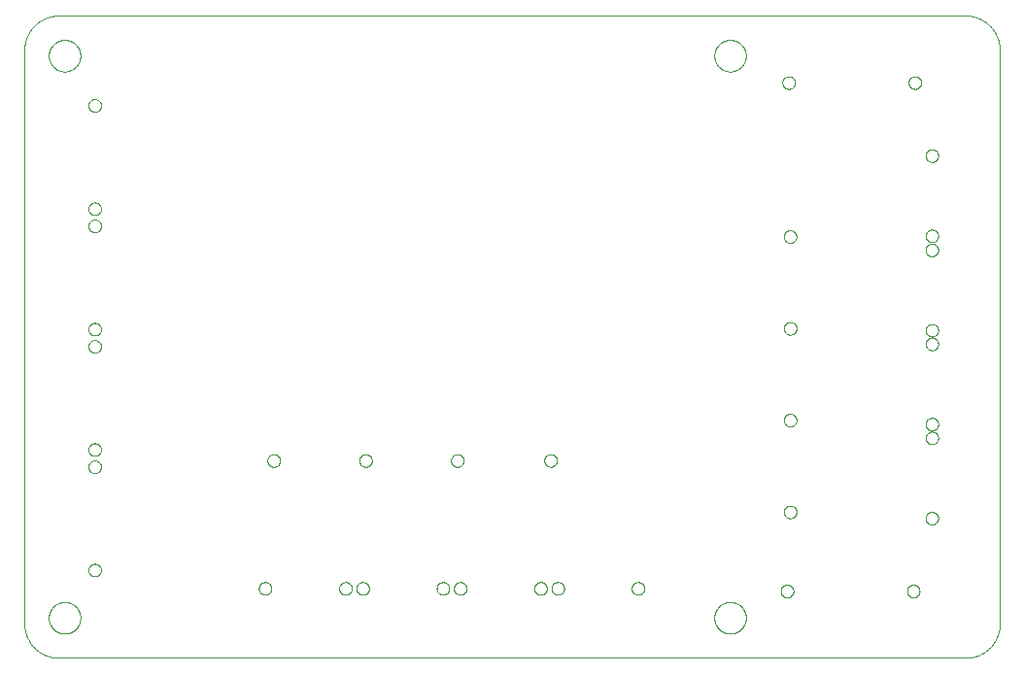
<source format=gbp>
G75*
%MOIN*%
%OFA0B0*%
%FSLAX25Y25*%
%IPPOS*%
%LPD*%
%AMOC8*
5,1,8,0,0,1.08239X$1,22.5*
%
%ADD10C,0.00000*%
%ADD11C,0.00039*%
D10*
X0015158Y0004607D02*
X0326182Y0004607D01*
X0326467Y0004610D01*
X0326753Y0004621D01*
X0327038Y0004638D01*
X0327322Y0004662D01*
X0327606Y0004693D01*
X0327889Y0004731D01*
X0328170Y0004776D01*
X0328451Y0004827D01*
X0328731Y0004885D01*
X0329009Y0004950D01*
X0329285Y0005022D01*
X0329559Y0005100D01*
X0329832Y0005185D01*
X0330102Y0005277D01*
X0330370Y0005375D01*
X0330636Y0005479D01*
X0330899Y0005590D01*
X0331159Y0005707D01*
X0331417Y0005830D01*
X0331671Y0005960D01*
X0331922Y0006096D01*
X0332170Y0006237D01*
X0332414Y0006385D01*
X0332655Y0006538D01*
X0332891Y0006698D01*
X0333124Y0006863D01*
X0333353Y0007033D01*
X0333578Y0007209D01*
X0333798Y0007391D01*
X0334014Y0007577D01*
X0334225Y0007769D01*
X0334432Y0007966D01*
X0334634Y0008168D01*
X0334831Y0008375D01*
X0335023Y0008586D01*
X0335209Y0008802D01*
X0335391Y0009022D01*
X0335567Y0009247D01*
X0335737Y0009476D01*
X0335902Y0009709D01*
X0336062Y0009945D01*
X0336215Y0010186D01*
X0336363Y0010430D01*
X0336504Y0010678D01*
X0336640Y0010929D01*
X0336770Y0011183D01*
X0336893Y0011441D01*
X0337010Y0011701D01*
X0337121Y0011964D01*
X0337225Y0012230D01*
X0337323Y0012498D01*
X0337415Y0012768D01*
X0337500Y0013041D01*
X0337578Y0013315D01*
X0337650Y0013591D01*
X0337715Y0013869D01*
X0337773Y0014149D01*
X0337824Y0014430D01*
X0337869Y0014711D01*
X0337907Y0014994D01*
X0337938Y0015278D01*
X0337962Y0015562D01*
X0337979Y0015847D01*
X0337990Y0016133D01*
X0337993Y0016418D01*
X0337993Y0213269D01*
X0337990Y0213554D01*
X0337979Y0213840D01*
X0337962Y0214125D01*
X0337938Y0214409D01*
X0337907Y0214693D01*
X0337869Y0214976D01*
X0337824Y0215257D01*
X0337773Y0215538D01*
X0337715Y0215818D01*
X0337650Y0216096D01*
X0337578Y0216372D01*
X0337500Y0216646D01*
X0337415Y0216919D01*
X0337323Y0217189D01*
X0337225Y0217457D01*
X0337121Y0217723D01*
X0337010Y0217986D01*
X0336893Y0218246D01*
X0336770Y0218504D01*
X0336640Y0218758D01*
X0336504Y0219009D01*
X0336363Y0219257D01*
X0336215Y0219501D01*
X0336062Y0219742D01*
X0335902Y0219978D01*
X0335737Y0220211D01*
X0335567Y0220440D01*
X0335391Y0220665D01*
X0335209Y0220885D01*
X0335023Y0221101D01*
X0334831Y0221312D01*
X0334634Y0221519D01*
X0334432Y0221721D01*
X0334225Y0221918D01*
X0334014Y0222110D01*
X0333798Y0222296D01*
X0333578Y0222478D01*
X0333353Y0222654D01*
X0333124Y0222824D01*
X0332891Y0222989D01*
X0332655Y0223149D01*
X0332414Y0223302D01*
X0332170Y0223450D01*
X0331922Y0223591D01*
X0331671Y0223727D01*
X0331417Y0223857D01*
X0331159Y0223980D01*
X0330899Y0224097D01*
X0330636Y0224208D01*
X0330370Y0224312D01*
X0330102Y0224410D01*
X0329832Y0224502D01*
X0329559Y0224587D01*
X0329285Y0224665D01*
X0329009Y0224737D01*
X0328731Y0224802D01*
X0328451Y0224860D01*
X0328170Y0224911D01*
X0327889Y0224956D01*
X0327606Y0224994D01*
X0327322Y0225025D01*
X0327038Y0225049D01*
X0326753Y0225066D01*
X0326467Y0225077D01*
X0326182Y0225080D01*
X0015158Y0225080D01*
X0014873Y0225077D01*
X0014587Y0225066D01*
X0014302Y0225049D01*
X0014018Y0225025D01*
X0013734Y0224994D01*
X0013451Y0224956D01*
X0013170Y0224911D01*
X0012889Y0224860D01*
X0012609Y0224802D01*
X0012331Y0224737D01*
X0012055Y0224665D01*
X0011781Y0224587D01*
X0011508Y0224502D01*
X0011238Y0224410D01*
X0010970Y0224312D01*
X0010704Y0224208D01*
X0010441Y0224097D01*
X0010181Y0223980D01*
X0009923Y0223857D01*
X0009669Y0223727D01*
X0009418Y0223591D01*
X0009170Y0223450D01*
X0008926Y0223302D01*
X0008685Y0223149D01*
X0008449Y0222989D01*
X0008216Y0222824D01*
X0007987Y0222654D01*
X0007762Y0222478D01*
X0007542Y0222296D01*
X0007326Y0222110D01*
X0007115Y0221918D01*
X0006908Y0221721D01*
X0006706Y0221519D01*
X0006509Y0221312D01*
X0006317Y0221101D01*
X0006131Y0220885D01*
X0005949Y0220665D01*
X0005773Y0220440D01*
X0005603Y0220211D01*
X0005438Y0219978D01*
X0005278Y0219742D01*
X0005125Y0219501D01*
X0004977Y0219257D01*
X0004836Y0219009D01*
X0004700Y0218758D01*
X0004570Y0218504D01*
X0004447Y0218246D01*
X0004330Y0217986D01*
X0004219Y0217723D01*
X0004115Y0217457D01*
X0004017Y0217189D01*
X0003925Y0216919D01*
X0003840Y0216646D01*
X0003762Y0216372D01*
X0003690Y0216096D01*
X0003625Y0215818D01*
X0003567Y0215538D01*
X0003516Y0215257D01*
X0003471Y0214976D01*
X0003433Y0214693D01*
X0003402Y0214409D01*
X0003378Y0214125D01*
X0003361Y0213840D01*
X0003350Y0213554D01*
X0003347Y0213269D01*
X0003347Y0016418D01*
X0003350Y0016133D01*
X0003361Y0015847D01*
X0003378Y0015562D01*
X0003402Y0015278D01*
X0003433Y0014994D01*
X0003471Y0014711D01*
X0003516Y0014430D01*
X0003567Y0014149D01*
X0003625Y0013869D01*
X0003690Y0013591D01*
X0003762Y0013315D01*
X0003840Y0013041D01*
X0003925Y0012768D01*
X0004017Y0012498D01*
X0004115Y0012230D01*
X0004219Y0011964D01*
X0004330Y0011701D01*
X0004447Y0011441D01*
X0004570Y0011183D01*
X0004700Y0010929D01*
X0004836Y0010678D01*
X0004977Y0010430D01*
X0005125Y0010186D01*
X0005278Y0009945D01*
X0005438Y0009709D01*
X0005603Y0009476D01*
X0005773Y0009247D01*
X0005949Y0009022D01*
X0006131Y0008802D01*
X0006317Y0008586D01*
X0006509Y0008375D01*
X0006706Y0008168D01*
X0006908Y0007966D01*
X0007115Y0007769D01*
X0007326Y0007577D01*
X0007542Y0007391D01*
X0007762Y0007209D01*
X0007987Y0007033D01*
X0008216Y0006863D01*
X0008449Y0006698D01*
X0008685Y0006538D01*
X0008926Y0006385D01*
X0009170Y0006237D01*
X0009418Y0006096D01*
X0009669Y0005960D01*
X0009923Y0005830D01*
X0010181Y0005707D01*
X0010441Y0005590D01*
X0010704Y0005479D01*
X0010970Y0005375D01*
X0011238Y0005277D01*
X0011508Y0005185D01*
X0011781Y0005100D01*
X0012055Y0005022D01*
X0012331Y0004950D01*
X0012609Y0004885D01*
X0012889Y0004827D01*
X0013170Y0004776D01*
X0013451Y0004731D01*
X0013734Y0004693D01*
X0014018Y0004662D01*
X0014302Y0004638D01*
X0014587Y0004621D01*
X0014873Y0004610D01*
X0015158Y0004607D01*
X0025316Y0034765D02*
X0025318Y0034858D01*
X0025324Y0034950D01*
X0025334Y0035042D01*
X0025348Y0035133D01*
X0025365Y0035224D01*
X0025387Y0035314D01*
X0025412Y0035403D01*
X0025441Y0035491D01*
X0025474Y0035577D01*
X0025511Y0035662D01*
X0025551Y0035746D01*
X0025595Y0035827D01*
X0025642Y0035907D01*
X0025692Y0035985D01*
X0025746Y0036060D01*
X0025803Y0036133D01*
X0025863Y0036203D01*
X0025926Y0036271D01*
X0025992Y0036336D01*
X0026060Y0036398D01*
X0026131Y0036458D01*
X0026205Y0036514D01*
X0026281Y0036567D01*
X0026359Y0036616D01*
X0026439Y0036663D01*
X0026521Y0036705D01*
X0026605Y0036745D01*
X0026690Y0036780D01*
X0026777Y0036812D01*
X0026865Y0036841D01*
X0026954Y0036865D01*
X0027044Y0036886D01*
X0027135Y0036902D01*
X0027227Y0036915D01*
X0027319Y0036924D01*
X0027412Y0036929D01*
X0027504Y0036930D01*
X0027597Y0036927D01*
X0027689Y0036920D01*
X0027781Y0036909D01*
X0027872Y0036894D01*
X0027963Y0036876D01*
X0028053Y0036853D01*
X0028141Y0036827D01*
X0028229Y0036797D01*
X0028315Y0036763D01*
X0028399Y0036726D01*
X0028482Y0036684D01*
X0028563Y0036640D01*
X0028643Y0036592D01*
X0028720Y0036541D01*
X0028794Y0036486D01*
X0028867Y0036428D01*
X0028937Y0036368D01*
X0029004Y0036304D01*
X0029068Y0036238D01*
X0029130Y0036168D01*
X0029188Y0036097D01*
X0029243Y0036023D01*
X0029295Y0035946D01*
X0029344Y0035867D01*
X0029390Y0035787D01*
X0029432Y0035704D01*
X0029470Y0035620D01*
X0029505Y0035534D01*
X0029536Y0035447D01*
X0029563Y0035359D01*
X0029586Y0035269D01*
X0029606Y0035179D01*
X0029622Y0035088D01*
X0029634Y0034996D01*
X0029642Y0034904D01*
X0029646Y0034811D01*
X0029646Y0034719D01*
X0029642Y0034626D01*
X0029634Y0034534D01*
X0029622Y0034442D01*
X0029606Y0034351D01*
X0029586Y0034261D01*
X0029563Y0034171D01*
X0029536Y0034083D01*
X0029505Y0033996D01*
X0029470Y0033910D01*
X0029432Y0033826D01*
X0029390Y0033743D01*
X0029344Y0033663D01*
X0029295Y0033584D01*
X0029243Y0033507D01*
X0029188Y0033433D01*
X0029130Y0033362D01*
X0029068Y0033292D01*
X0029004Y0033226D01*
X0028937Y0033162D01*
X0028867Y0033102D01*
X0028794Y0033044D01*
X0028720Y0032989D01*
X0028643Y0032938D01*
X0028564Y0032890D01*
X0028482Y0032846D01*
X0028399Y0032804D01*
X0028315Y0032767D01*
X0028229Y0032733D01*
X0028141Y0032703D01*
X0028053Y0032677D01*
X0027963Y0032654D01*
X0027872Y0032636D01*
X0027781Y0032621D01*
X0027689Y0032610D01*
X0027597Y0032603D01*
X0027504Y0032600D01*
X0027412Y0032601D01*
X0027319Y0032606D01*
X0027227Y0032615D01*
X0027135Y0032628D01*
X0027044Y0032644D01*
X0026954Y0032665D01*
X0026865Y0032689D01*
X0026777Y0032718D01*
X0026690Y0032750D01*
X0026605Y0032785D01*
X0026521Y0032825D01*
X0026439Y0032867D01*
X0026359Y0032914D01*
X0026281Y0032963D01*
X0026205Y0033016D01*
X0026131Y0033072D01*
X0026060Y0033132D01*
X0025992Y0033194D01*
X0025926Y0033259D01*
X0025863Y0033327D01*
X0025803Y0033397D01*
X0025746Y0033470D01*
X0025692Y0033545D01*
X0025642Y0033623D01*
X0025595Y0033703D01*
X0025551Y0033784D01*
X0025511Y0033868D01*
X0025474Y0033953D01*
X0025441Y0034039D01*
X0025412Y0034127D01*
X0025387Y0034216D01*
X0025365Y0034306D01*
X0025348Y0034397D01*
X0025334Y0034488D01*
X0025324Y0034580D01*
X0025318Y0034672D01*
X0025316Y0034765D01*
X0025316Y0070198D02*
X0025318Y0070291D01*
X0025324Y0070383D01*
X0025334Y0070475D01*
X0025348Y0070566D01*
X0025365Y0070657D01*
X0025387Y0070747D01*
X0025412Y0070836D01*
X0025441Y0070924D01*
X0025474Y0071010D01*
X0025511Y0071095D01*
X0025551Y0071179D01*
X0025595Y0071260D01*
X0025642Y0071340D01*
X0025692Y0071418D01*
X0025746Y0071493D01*
X0025803Y0071566D01*
X0025863Y0071636D01*
X0025926Y0071704D01*
X0025992Y0071769D01*
X0026060Y0071831D01*
X0026131Y0071891D01*
X0026205Y0071947D01*
X0026281Y0072000D01*
X0026359Y0072049D01*
X0026439Y0072096D01*
X0026521Y0072138D01*
X0026605Y0072178D01*
X0026690Y0072213D01*
X0026777Y0072245D01*
X0026865Y0072274D01*
X0026954Y0072298D01*
X0027044Y0072319D01*
X0027135Y0072335D01*
X0027227Y0072348D01*
X0027319Y0072357D01*
X0027412Y0072362D01*
X0027504Y0072363D01*
X0027597Y0072360D01*
X0027689Y0072353D01*
X0027781Y0072342D01*
X0027872Y0072327D01*
X0027963Y0072309D01*
X0028053Y0072286D01*
X0028141Y0072260D01*
X0028229Y0072230D01*
X0028315Y0072196D01*
X0028399Y0072159D01*
X0028482Y0072117D01*
X0028563Y0072073D01*
X0028643Y0072025D01*
X0028720Y0071974D01*
X0028794Y0071919D01*
X0028867Y0071861D01*
X0028937Y0071801D01*
X0029004Y0071737D01*
X0029068Y0071671D01*
X0029130Y0071601D01*
X0029188Y0071530D01*
X0029243Y0071456D01*
X0029295Y0071379D01*
X0029344Y0071300D01*
X0029390Y0071220D01*
X0029432Y0071137D01*
X0029470Y0071053D01*
X0029505Y0070967D01*
X0029536Y0070880D01*
X0029563Y0070792D01*
X0029586Y0070702D01*
X0029606Y0070612D01*
X0029622Y0070521D01*
X0029634Y0070429D01*
X0029642Y0070337D01*
X0029646Y0070244D01*
X0029646Y0070152D01*
X0029642Y0070059D01*
X0029634Y0069967D01*
X0029622Y0069875D01*
X0029606Y0069784D01*
X0029586Y0069694D01*
X0029563Y0069604D01*
X0029536Y0069516D01*
X0029505Y0069429D01*
X0029470Y0069343D01*
X0029432Y0069259D01*
X0029390Y0069176D01*
X0029344Y0069096D01*
X0029295Y0069017D01*
X0029243Y0068940D01*
X0029188Y0068866D01*
X0029130Y0068795D01*
X0029068Y0068725D01*
X0029004Y0068659D01*
X0028937Y0068595D01*
X0028867Y0068535D01*
X0028794Y0068477D01*
X0028720Y0068422D01*
X0028643Y0068371D01*
X0028564Y0068323D01*
X0028482Y0068279D01*
X0028399Y0068237D01*
X0028315Y0068200D01*
X0028229Y0068166D01*
X0028141Y0068136D01*
X0028053Y0068110D01*
X0027963Y0068087D01*
X0027872Y0068069D01*
X0027781Y0068054D01*
X0027689Y0068043D01*
X0027597Y0068036D01*
X0027504Y0068033D01*
X0027412Y0068034D01*
X0027319Y0068039D01*
X0027227Y0068048D01*
X0027135Y0068061D01*
X0027044Y0068077D01*
X0026954Y0068098D01*
X0026865Y0068122D01*
X0026777Y0068151D01*
X0026690Y0068183D01*
X0026605Y0068218D01*
X0026521Y0068258D01*
X0026439Y0068300D01*
X0026359Y0068347D01*
X0026281Y0068396D01*
X0026205Y0068449D01*
X0026131Y0068505D01*
X0026060Y0068565D01*
X0025992Y0068627D01*
X0025926Y0068692D01*
X0025863Y0068760D01*
X0025803Y0068830D01*
X0025746Y0068903D01*
X0025692Y0068978D01*
X0025642Y0069056D01*
X0025595Y0069136D01*
X0025551Y0069217D01*
X0025511Y0069301D01*
X0025474Y0069386D01*
X0025441Y0069472D01*
X0025412Y0069560D01*
X0025387Y0069649D01*
X0025365Y0069739D01*
X0025348Y0069830D01*
X0025334Y0069921D01*
X0025324Y0070013D01*
X0025318Y0070105D01*
X0025316Y0070198D01*
X0025316Y0076103D02*
X0025318Y0076196D01*
X0025324Y0076288D01*
X0025334Y0076380D01*
X0025348Y0076471D01*
X0025365Y0076562D01*
X0025387Y0076652D01*
X0025412Y0076741D01*
X0025441Y0076829D01*
X0025474Y0076915D01*
X0025511Y0077000D01*
X0025551Y0077084D01*
X0025595Y0077165D01*
X0025642Y0077245D01*
X0025692Y0077323D01*
X0025746Y0077398D01*
X0025803Y0077471D01*
X0025863Y0077541D01*
X0025926Y0077609D01*
X0025992Y0077674D01*
X0026060Y0077736D01*
X0026131Y0077796D01*
X0026205Y0077852D01*
X0026281Y0077905D01*
X0026359Y0077954D01*
X0026439Y0078001D01*
X0026521Y0078043D01*
X0026605Y0078083D01*
X0026690Y0078118D01*
X0026777Y0078150D01*
X0026865Y0078179D01*
X0026954Y0078203D01*
X0027044Y0078224D01*
X0027135Y0078240D01*
X0027227Y0078253D01*
X0027319Y0078262D01*
X0027412Y0078267D01*
X0027504Y0078268D01*
X0027597Y0078265D01*
X0027689Y0078258D01*
X0027781Y0078247D01*
X0027872Y0078232D01*
X0027963Y0078214D01*
X0028053Y0078191D01*
X0028141Y0078165D01*
X0028229Y0078135D01*
X0028315Y0078101D01*
X0028399Y0078064D01*
X0028482Y0078022D01*
X0028563Y0077978D01*
X0028643Y0077930D01*
X0028720Y0077879D01*
X0028794Y0077824D01*
X0028867Y0077766D01*
X0028937Y0077706D01*
X0029004Y0077642D01*
X0029068Y0077576D01*
X0029130Y0077506D01*
X0029188Y0077435D01*
X0029243Y0077361D01*
X0029295Y0077284D01*
X0029344Y0077205D01*
X0029390Y0077125D01*
X0029432Y0077042D01*
X0029470Y0076958D01*
X0029505Y0076872D01*
X0029536Y0076785D01*
X0029563Y0076697D01*
X0029586Y0076607D01*
X0029606Y0076517D01*
X0029622Y0076426D01*
X0029634Y0076334D01*
X0029642Y0076242D01*
X0029646Y0076149D01*
X0029646Y0076057D01*
X0029642Y0075964D01*
X0029634Y0075872D01*
X0029622Y0075780D01*
X0029606Y0075689D01*
X0029586Y0075599D01*
X0029563Y0075509D01*
X0029536Y0075421D01*
X0029505Y0075334D01*
X0029470Y0075248D01*
X0029432Y0075164D01*
X0029390Y0075081D01*
X0029344Y0075001D01*
X0029295Y0074922D01*
X0029243Y0074845D01*
X0029188Y0074771D01*
X0029130Y0074700D01*
X0029068Y0074630D01*
X0029004Y0074564D01*
X0028937Y0074500D01*
X0028867Y0074440D01*
X0028794Y0074382D01*
X0028720Y0074327D01*
X0028643Y0074276D01*
X0028564Y0074228D01*
X0028482Y0074184D01*
X0028399Y0074142D01*
X0028315Y0074105D01*
X0028229Y0074071D01*
X0028141Y0074041D01*
X0028053Y0074015D01*
X0027963Y0073992D01*
X0027872Y0073974D01*
X0027781Y0073959D01*
X0027689Y0073948D01*
X0027597Y0073941D01*
X0027504Y0073938D01*
X0027412Y0073939D01*
X0027319Y0073944D01*
X0027227Y0073953D01*
X0027135Y0073966D01*
X0027044Y0073982D01*
X0026954Y0074003D01*
X0026865Y0074027D01*
X0026777Y0074056D01*
X0026690Y0074088D01*
X0026605Y0074123D01*
X0026521Y0074163D01*
X0026439Y0074205D01*
X0026359Y0074252D01*
X0026281Y0074301D01*
X0026205Y0074354D01*
X0026131Y0074410D01*
X0026060Y0074470D01*
X0025992Y0074532D01*
X0025926Y0074597D01*
X0025863Y0074665D01*
X0025803Y0074735D01*
X0025746Y0074808D01*
X0025692Y0074883D01*
X0025642Y0074961D01*
X0025595Y0075041D01*
X0025551Y0075122D01*
X0025511Y0075206D01*
X0025474Y0075291D01*
X0025441Y0075377D01*
X0025412Y0075465D01*
X0025387Y0075554D01*
X0025365Y0075644D01*
X0025348Y0075735D01*
X0025334Y0075826D01*
X0025324Y0075918D01*
X0025318Y0076010D01*
X0025316Y0076103D01*
X0025316Y0111536D02*
X0025318Y0111629D01*
X0025324Y0111721D01*
X0025334Y0111813D01*
X0025348Y0111904D01*
X0025365Y0111995D01*
X0025387Y0112085D01*
X0025412Y0112174D01*
X0025441Y0112262D01*
X0025474Y0112348D01*
X0025511Y0112433D01*
X0025551Y0112517D01*
X0025595Y0112598D01*
X0025642Y0112678D01*
X0025692Y0112756D01*
X0025746Y0112831D01*
X0025803Y0112904D01*
X0025863Y0112974D01*
X0025926Y0113042D01*
X0025992Y0113107D01*
X0026060Y0113169D01*
X0026131Y0113229D01*
X0026205Y0113285D01*
X0026281Y0113338D01*
X0026359Y0113387D01*
X0026439Y0113434D01*
X0026521Y0113476D01*
X0026605Y0113516D01*
X0026690Y0113551D01*
X0026777Y0113583D01*
X0026865Y0113612D01*
X0026954Y0113636D01*
X0027044Y0113657D01*
X0027135Y0113673D01*
X0027227Y0113686D01*
X0027319Y0113695D01*
X0027412Y0113700D01*
X0027504Y0113701D01*
X0027597Y0113698D01*
X0027689Y0113691D01*
X0027781Y0113680D01*
X0027872Y0113665D01*
X0027963Y0113647D01*
X0028053Y0113624D01*
X0028141Y0113598D01*
X0028229Y0113568D01*
X0028315Y0113534D01*
X0028399Y0113497D01*
X0028482Y0113455D01*
X0028563Y0113411D01*
X0028643Y0113363D01*
X0028720Y0113312D01*
X0028794Y0113257D01*
X0028867Y0113199D01*
X0028937Y0113139D01*
X0029004Y0113075D01*
X0029068Y0113009D01*
X0029130Y0112939D01*
X0029188Y0112868D01*
X0029243Y0112794D01*
X0029295Y0112717D01*
X0029344Y0112638D01*
X0029390Y0112558D01*
X0029432Y0112475D01*
X0029470Y0112391D01*
X0029505Y0112305D01*
X0029536Y0112218D01*
X0029563Y0112130D01*
X0029586Y0112040D01*
X0029606Y0111950D01*
X0029622Y0111859D01*
X0029634Y0111767D01*
X0029642Y0111675D01*
X0029646Y0111582D01*
X0029646Y0111490D01*
X0029642Y0111397D01*
X0029634Y0111305D01*
X0029622Y0111213D01*
X0029606Y0111122D01*
X0029586Y0111032D01*
X0029563Y0110942D01*
X0029536Y0110854D01*
X0029505Y0110767D01*
X0029470Y0110681D01*
X0029432Y0110597D01*
X0029390Y0110514D01*
X0029344Y0110434D01*
X0029295Y0110355D01*
X0029243Y0110278D01*
X0029188Y0110204D01*
X0029130Y0110133D01*
X0029068Y0110063D01*
X0029004Y0109997D01*
X0028937Y0109933D01*
X0028867Y0109873D01*
X0028794Y0109815D01*
X0028720Y0109760D01*
X0028643Y0109709D01*
X0028564Y0109661D01*
X0028482Y0109617D01*
X0028399Y0109575D01*
X0028315Y0109538D01*
X0028229Y0109504D01*
X0028141Y0109474D01*
X0028053Y0109448D01*
X0027963Y0109425D01*
X0027872Y0109407D01*
X0027781Y0109392D01*
X0027689Y0109381D01*
X0027597Y0109374D01*
X0027504Y0109371D01*
X0027412Y0109372D01*
X0027319Y0109377D01*
X0027227Y0109386D01*
X0027135Y0109399D01*
X0027044Y0109415D01*
X0026954Y0109436D01*
X0026865Y0109460D01*
X0026777Y0109489D01*
X0026690Y0109521D01*
X0026605Y0109556D01*
X0026521Y0109596D01*
X0026439Y0109638D01*
X0026359Y0109685D01*
X0026281Y0109734D01*
X0026205Y0109787D01*
X0026131Y0109843D01*
X0026060Y0109903D01*
X0025992Y0109965D01*
X0025926Y0110030D01*
X0025863Y0110098D01*
X0025803Y0110168D01*
X0025746Y0110241D01*
X0025692Y0110316D01*
X0025642Y0110394D01*
X0025595Y0110474D01*
X0025551Y0110555D01*
X0025511Y0110639D01*
X0025474Y0110724D01*
X0025441Y0110810D01*
X0025412Y0110898D01*
X0025387Y0110987D01*
X0025365Y0111077D01*
X0025348Y0111168D01*
X0025334Y0111259D01*
X0025324Y0111351D01*
X0025318Y0111443D01*
X0025316Y0111536D01*
X0025316Y0117442D02*
X0025318Y0117535D01*
X0025324Y0117627D01*
X0025334Y0117719D01*
X0025348Y0117810D01*
X0025365Y0117901D01*
X0025387Y0117991D01*
X0025412Y0118080D01*
X0025441Y0118168D01*
X0025474Y0118254D01*
X0025511Y0118339D01*
X0025551Y0118423D01*
X0025595Y0118504D01*
X0025642Y0118584D01*
X0025692Y0118662D01*
X0025746Y0118737D01*
X0025803Y0118810D01*
X0025863Y0118880D01*
X0025926Y0118948D01*
X0025992Y0119013D01*
X0026060Y0119075D01*
X0026131Y0119135D01*
X0026205Y0119191D01*
X0026281Y0119244D01*
X0026359Y0119293D01*
X0026439Y0119340D01*
X0026521Y0119382D01*
X0026605Y0119422D01*
X0026690Y0119457D01*
X0026777Y0119489D01*
X0026865Y0119518D01*
X0026954Y0119542D01*
X0027044Y0119563D01*
X0027135Y0119579D01*
X0027227Y0119592D01*
X0027319Y0119601D01*
X0027412Y0119606D01*
X0027504Y0119607D01*
X0027597Y0119604D01*
X0027689Y0119597D01*
X0027781Y0119586D01*
X0027872Y0119571D01*
X0027963Y0119553D01*
X0028053Y0119530D01*
X0028141Y0119504D01*
X0028229Y0119474D01*
X0028315Y0119440D01*
X0028399Y0119403D01*
X0028482Y0119361D01*
X0028563Y0119317D01*
X0028643Y0119269D01*
X0028720Y0119218D01*
X0028794Y0119163D01*
X0028867Y0119105D01*
X0028937Y0119045D01*
X0029004Y0118981D01*
X0029068Y0118915D01*
X0029130Y0118845D01*
X0029188Y0118774D01*
X0029243Y0118700D01*
X0029295Y0118623D01*
X0029344Y0118544D01*
X0029390Y0118464D01*
X0029432Y0118381D01*
X0029470Y0118297D01*
X0029505Y0118211D01*
X0029536Y0118124D01*
X0029563Y0118036D01*
X0029586Y0117946D01*
X0029606Y0117856D01*
X0029622Y0117765D01*
X0029634Y0117673D01*
X0029642Y0117581D01*
X0029646Y0117488D01*
X0029646Y0117396D01*
X0029642Y0117303D01*
X0029634Y0117211D01*
X0029622Y0117119D01*
X0029606Y0117028D01*
X0029586Y0116938D01*
X0029563Y0116848D01*
X0029536Y0116760D01*
X0029505Y0116673D01*
X0029470Y0116587D01*
X0029432Y0116503D01*
X0029390Y0116420D01*
X0029344Y0116340D01*
X0029295Y0116261D01*
X0029243Y0116184D01*
X0029188Y0116110D01*
X0029130Y0116039D01*
X0029068Y0115969D01*
X0029004Y0115903D01*
X0028937Y0115839D01*
X0028867Y0115779D01*
X0028794Y0115721D01*
X0028720Y0115666D01*
X0028643Y0115615D01*
X0028564Y0115567D01*
X0028482Y0115523D01*
X0028399Y0115481D01*
X0028315Y0115444D01*
X0028229Y0115410D01*
X0028141Y0115380D01*
X0028053Y0115354D01*
X0027963Y0115331D01*
X0027872Y0115313D01*
X0027781Y0115298D01*
X0027689Y0115287D01*
X0027597Y0115280D01*
X0027504Y0115277D01*
X0027412Y0115278D01*
X0027319Y0115283D01*
X0027227Y0115292D01*
X0027135Y0115305D01*
X0027044Y0115321D01*
X0026954Y0115342D01*
X0026865Y0115366D01*
X0026777Y0115395D01*
X0026690Y0115427D01*
X0026605Y0115462D01*
X0026521Y0115502D01*
X0026439Y0115544D01*
X0026359Y0115591D01*
X0026281Y0115640D01*
X0026205Y0115693D01*
X0026131Y0115749D01*
X0026060Y0115809D01*
X0025992Y0115871D01*
X0025926Y0115936D01*
X0025863Y0116004D01*
X0025803Y0116074D01*
X0025746Y0116147D01*
X0025692Y0116222D01*
X0025642Y0116300D01*
X0025595Y0116380D01*
X0025551Y0116461D01*
X0025511Y0116545D01*
X0025474Y0116630D01*
X0025441Y0116716D01*
X0025412Y0116804D01*
X0025387Y0116893D01*
X0025365Y0116983D01*
X0025348Y0117074D01*
X0025334Y0117165D01*
X0025324Y0117257D01*
X0025318Y0117349D01*
X0025316Y0117442D01*
X0025316Y0152875D02*
X0025318Y0152968D01*
X0025324Y0153060D01*
X0025334Y0153152D01*
X0025348Y0153243D01*
X0025365Y0153334D01*
X0025387Y0153424D01*
X0025412Y0153513D01*
X0025441Y0153601D01*
X0025474Y0153687D01*
X0025511Y0153772D01*
X0025551Y0153856D01*
X0025595Y0153937D01*
X0025642Y0154017D01*
X0025692Y0154095D01*
X0025746Y0154170D01*
X0025803Y0154243D01*
X0025863Y0154313D01*
X0025926Y0154381D01*
X0025992Y0154446D01*
X0026060Y0154508D01*
X0026131Y0154568D01*
X0026205Y0154624D01*
X0026281Y0154677D01*
X0026359Y0154726D01*
X0026439Y0154773D01*
X0026521Y0154815D01*
X0026605Y0154855D01*
X0026690Y0154890D01*
X0026777Y0154922D01*
X0026865Y0154951D01*
X0026954Y0154975D01*
X0027044Y0154996D01*
X0027135Y0155012D01*
X0027227Y0155025D01*
X0027319Y0155034D01*
X0027412Y0155039D01*
X0027504Y0155040D01*
X0027597Y0155037D01*
X0027689Y0155030D01*
X0027781Y0155019D01*
X0027872Y0155004D01*
X0027963Y0154986D01*
X0028053Y0154963D01*
X0028141Y0154937D01*
X0028229Y0154907D01*
X0028315Y0154873D01*
X0028399Y0154836D01*
X0028482Y0154794D01*
X0028563Y0154750D01*
X0028643Y0154702D01*
X0028720Y0154651D01*
X0028794Y0154596D01*
X0028867Y0154538D01*
X0028937Y0154478D01*
X0029004Y0154414D01*
X0029068Y0154348D01*
X0029130Y0154278D01*
X0029188Y0154207D01*
X0029243Y0154133D01*
X0029295Y0154056D01*
X0029344Y0153977D01*
X0029390Y0153897D01*
X0029432Y0153814D01*
X0029470Y0153730D01*
X0029505Y0153644D01*
X0029536Y0153557D01*
X0029563Y0153469D01*
X0029586Y0153379D01*
X0029606Y0153289D01*
X0029622Y0153198D01*
X0029634Y0153106D01*
X0029642Y0153014D01*
X0029646Y0152921D01*
X0029646Y0152829D01*
X0029642Y0152736D01*
X0029634Y0152644D01*
X0029622Y0152552D01*
X0029606Y0152461D01*
X0029586Y0152371D01*
X0029563Y0152281D01*
X0029536Y0152193D01*
X0029505Y0152106D01*
X0029470Y0152020D01*
X0029432Y0151936D01*
X0029390Y0151853D01*
X0029344Y0151773D01*
X0029295Y0151694D01*
X0029243Y0151617D01*
X0029188Y0151543D01*
X0029130Y0151472D01*
X0029068Y0151402D01*
X0029004Y0151336D01*
X0028937Y0151272D01*
X0028867Y0151212D01*
X0028794Y0151154D01*
X0028720Y0151099D01*
X0028643Y0151048D01*
X0028564Y0151000D01*
X0028482Y0150956D01*
X0028399Y0150914D01*
X0028315Y0150877D01*
X0028229Y0150843D01*
X0028141Y0150813D01*
X0028053Y0150787D01*
X0027963Y0150764D01*
X0027872Y0150746D01*
X0027781Y0150731D01*
X0027689Y0150720D01*
X0027597Y0150713D01*
X0027504Y0150710D01*
X0027412Y0150711D01*
X0027319Y0150716D01*
X0027227Y0150725D01*
X0027135Y0150738D01*
X0027044Y0150754D01*
X0026954Y0150775D01*
X0026865Y0150799D01*
X0026777Y0150828D01*
X0026690Y0150860D01*
X0026605Y0150895D01*
X0026521Y0150935D01*
X0026439Y0150977D01*
X0026359Y0151024D01*
X0026281Y0151073D01*
X0026205Y0151126D01*
X0026131Y0151182D01*
X0026060Y0151242D01*
X0025992Y0151304D01*
X0025926Y0151369D01*
X0025863Y0151437D01*
X0025803Y0151507D01*
X0025746Y0151580D01*
X0025692Y0151655D01*
X0025642Y0151733D01*
X0025595Y0151813D01*
X0025551Y0151894D01*
X0025511Y0151978D01*
X0025474Y0152063D01*
X0025441Y0152149D01*
X0025412Y0152237D01*
X0025387Y0152326D01*
X0025365Y0152416D01*
X0025348Y0152507D01*
X0025334Y0152598D01*
X0025324Y0152690D01*
X0025318Y0152782D01*
X0025316Y0152875D01*
X0025316Y0158780D02*
X0025318Y0158873D01*
X0025324Y0158965D01*
X0025334Y0159057D01*
X0025348Y0159148D01*
X0025365Y0159239D01*
X0025387Y0159329D01*
X0025412Y0159418D01*
X0025441Y0159506D01*
X0025474Y0159592D01*
X0025511Y0159677D01*
X0025551Y0159761D01*
X0025595Y0159842D01*
X0025642Y0159922D01*
X0025692Y0160000D01*
X0025746Y0160075D01*
X0025803Y0160148D01*
X0025863Y0160218D01*
X0025926Y0160286D01*
X0025992Y0160351D01*
X0026060Y0160413D01*
X0026131Y0160473D01*
X0026205Y0160529D01*
X0026281Y0160582D01*
X0026359Y0160631D01*
X0026439Y0160678D01*
X0026521Y0160720D01*
X0026605Y0160760D01*
X0026690Y0160795D01*
X0026777Y0160827D01*
X0026865Y0160856D01*
X0026954Y0160880D01*
X0027044Y0160901D01*
X0027135Y0160917D01*
X0027227Y0160930D01*
X0027319Y0160939D01*
X0027412Y0160944D01*
X0027504Y0160945D01*
X0027597Y0160942D01*
X0027689Y0160935D01*
X0027781Y0160924D01*
X0027872Y0160909D01*
X0027963Y0160891D01*
X0028053Y0160868D01*
X0028141Y0160842D01*
X0028229Y0160812D01*
X0028315Y0160778D01*
X0028399Y0160741D01*
X0028482Y0160699D01*
X0028563Y0160655D01*
X0028643Y0160607D01*
X0028720Y0160556D01*
X0028794Y0160501D01*
X0028867Y0160443D01*
X0028937Y0160383D01*
X0029004Y0160319D01*
X0029068Y0160253D01*
X0029130Y0160183D01*
X0029188Y0160112D01*
X0029243Y0160038D01*
X0029295Y0159961D01*
X0029344Y0159882D01*
X0029390Y0159802D01*
X0029432Y0159719D01*
X0029470Y0159635D01*
X0029505Y0159549D01*
X0029536Y0159462D01*
X0029563Y0159374D01*
X0029586Y0159284D01*
X0029606Y0159194D01*
X0029622Y0159103D01*
X0029634Y0159011D01*
X0029642Y0158919D01*
X0029646Y0158826D01*
X0029646Y0158734D01*
X0029642Y0158641D01*
X0029634Y0158549D01*
X0029622Y0158457D01*
X0029606Y0158366D01*
X0029586Y0158276D01*
X0029563Y0158186D01*
X0029536Y0158098D01*
X0029505Y0158011D01*
X0029470Y0157925D01*
X0029432Y0157841D01*
X0029390Y0157758D01*
X0029344Y0157678D01*
X0029295Y0157599D01*
X0029243Y0157522D01*
X0029188Y0157448D01*
X0029130Y0157377D01*
X0029068Y0157307D01*
X0029004Y0157241D01*
X0028937Y0157177D01*
X0028867Y0157117D01*
X0028794Y0157059D01*
X0028720Y0157004D01*
X0028643Y0156953D01*
X0028564Y0156905D01*
X0028482Y0156861D01*
X0028399Y0156819D01*
X0028315Y0156782D01*
X0028229Y0156748D01*
X0028141Y0156718D01*
X0028053Y0156692D01*
X0027963Y0156669D01*
X0027872Y0156651D01*
X0027781Y0156636D01*
X0027689Y0156625D01*
X0027597Y0156618D01*
X0027504Y0156615D01*
X0027412Y0156616D01*
X0027319Y0156621D01*
X0027227Y0156630D01*
X0027135Y0156643D01*
X0027044Y0156659D01*
X0026954Y0156680D01*
X0026865Y0156704D01*
X0026777Y0156733D01*
X0026690Y0156765D01*
X0026605Y0156800D01*
X0026521Y0156840D01*
X0026439Y0156882D01*
X0026359Y0156929D01*
X0026281Y0156978D01*
X0026205Y0157031D01*
X0026131Y0157087D01*
X0026060Y0157147D01*
X0025992Y0157209D01*
X0025926Y0157274D01*
X0025863Y0157342D01*
X0025803Y0157412D01*
X0025746Y0157485D01*
X0025692Y0157560D01*
X0025642Y0157638D01*
X0025595Y0157718D01*
X0025551Y0157799D01*
X0025511Y0157883D01*
X0025474Y0157968D01*
X0025441Y0158054D01*
X0025412Y0158142D01*
X0025387Y0158231D01*
X0025365Y0158321D01*
X0025348Y0158412D01*
X0025334Y0158503D01*
X0025324Y0158595D01*
X0025318Y0158687D01*
X0025316Y0158780D01*
X0025316Y0194213D02*
X0025318Y0194306D01*
X0025324Y0194398D01*
X0025334Y0194490D01*
X0025348Y0194581D01*
X0025365Y0194672D01*
X0025387Y0194762D01*
X0025412Y0194851D01*
X0025441Y0194939D01*
X0025474Y0195025D01*
X0025511Y0195110D01*
X0025551Y0195194D01*
X0025595Y0195275D01*
X0025642Y0195355D01*
X0025692Y0195433D01*
X0025746Y0195508D01*
X0025803Y0195581D01*
X0025863Y0195651D01*
X0025926Y0195719D01*
X0025992Y0195784D01*
X0026060Y0195846D01*
X0026131Y0195906D01*
X0026205Y0195962D01*
X0026281Y0196015D01*
X0026359Y0196064D01*
X0026439Y0196111D01*
X0026521Y0196153D01*
X0026605Y0196193D01*
X0026690Y0196228D01*
X0026777Y0196260D01*
X0026865Y0196289D01*
X0026954Y0196313D01*
X0027044Y0196334D01*
X0027135Y0196350D01*
X0027227Y0196363D01*
X0027319Y0196372D01*
X0027412Y0196377D01*
X0027504Y0196378D01*
X0027597Y0196375D01*
X0027689Y0196368D01*
X0027781Y0196357D01*
X0027872Y0196342D01*
X0027963Y0196324D01*
X0028053Y0196301D01*
X0028141Y0196275D01*
X0028229Y0196245D01*
X0028315Y0196211D01*
X0028399Y0196174D01*
X0028482Y0196132D01*
X0028563Y0196088D01*
X0028643Y0196040D01*
X0028720Y0195989D01*
X0028794Y0195934D01*
X0028867Y0195876D01*
X0028937Y0195816D01*
X0029004Y0195752D01*
X0029068Y0195686D01*
X0029130Y0195616D01*
X0029188Y0195545D01*
X0029243Y0195471D01*
X0029295Y0195394D01*
X0029344Y0195315D01*
X0029390Y0195235D01*
X0029432Y0195152D01*
X0029470Y0195068D01*
X0029505Y0194982D01*
X0029536Y0194895D01*
X0029563Y0194807D01*
X0029586Y0194717D01*
X0029606Y0194627D01*
X0029622Y0194536D01*
X0029634Y0194444D01*
X0029642Y0194352D01*
X0029646Y0194259D01*
X0029646Y0194167D01*
X0029642Y0194074D01*
X0029634Y0193982D01*
X0029622Y0193890D01*
X0029606Y0193799D01*
X0029586Y0193709D01*
X0029563Y0193619D01*
X0029536Y0193531D01*
X0029505Y0193444D01*
X0029470Y0193358D01*
X0029432Y0193274D01*
X0029390Y0193191D01*
X0029344Y0193111D01*
X0029295Y0193032D01*
X0029243Y0192955D01*
X0029188Y0192881D01*
X0029130Y0192810D01*
X0029068Y0192740D01*
X0029004Y0192674D01*
X0028937Y0192610D01*
X0028867Y0192550D01*
X0028794Y0192492D01*
X0028720Y0192437D01*
X0028643Y0192386D01*
X0028564Y0192338D01*
X0028482Y0192294D01*
X0028399Y0192252D01*
X0028315Y0192215D01*
X0028229Y0192181D01*
X0028141Y0192151D01*
X0028053Y0192125D01*
X0027963Y0192102D01*
X0027872Y0192084D01*
X0027781Y0192069D01*
X0027689Y0192058D01*
X0027597Y0192051D01*
X0027504Y0192048D01*
X0027412Y0192049D01*
X0027319Y0192054D01*
X0027227Y0192063D01*
X0027135Y0192076D01*
X0027044Y0192092D01*
X0026954Y0192113D01*
X0026865Y0192137D01*
X0026777Y0192166D01*
X0026690Y0192198D01*
X0026605Y0192233D01*
X0026521Y0192273D01*
X0026439Y0192315D01*
X0026359Y0192362D01*
X0026281Y0192411D01*
X0026205Y0192464D01*
X0026131Y0192520D01*
X0026060Y0192580D01*
X0025992Y0192642D01*
X0025926Y0192707D01*
X0025863Y0192775D01*
X0025803Y0192845D01*
X0025746Y0192918D01*
X0025692Y0192993D01*
X0025642Y0193071D01*
X0025595Y0193151D01*
X0025551Y0193232D01*
X0025511Y0193316D01*
X0025474Y0193401D01*
X0025441Y0193487D01*
X0025412Y0193575D01*
X0025387Y0193664D01*
X0025365Y0193754D01*
X0025348Y0193845D01*
X0025334Y0193936D01*
X0025324Y0194028D01*
X0025318Y0194120D01*
X0025316Y0194213D01*
X0086733Y0072363D02*
X0086735Y0072456D01*
X0086741Y0072548D01*
X0086751Y0072640D01*
X0086765Y0072731D01*
X0086782Y0072822D01*
X0086804Y0072912D01*
X0086829Y0073001D01*
X0086858Y0073089D01*
X0086891Y0073175D01*
X0086928Y0073260D01*
X0086968Y0073344D01*
X0087012Y0073425D01*
X0087059Y0073505D01*
X0087109Y0073583D01*
X0087163Y0073658D01*
X0087220Y0073731D01*
X0087280Y0073801D01*
X0087343Y0073869D01*
X0087409Y0073934D01*
X0087477Y0073996D01*
X0087548Y0074056D01*
X0087622Y0074112D01*
X0087698Y0074165D01*
X0087776Y0074214D01*
X0087856Y0074261D01*
X0087938Y0074303D01*
X0088022Y0074343D01*
X0088107Y0074378D01*
X0088194Y0074410D01*
X0088282Y0074439D01*
X0088371Y0074463D01*
X0088461Y0074484D01*
X0088552Y0074500D01*
X0088644Y0074513D01*
X0088736Y0074522D01*
X0088829Y0074527D01*
X0088921Y0074528D01*
X0089014Y0074525D01*
X0089106Y0074518D01*
X0089198Y0074507D01*
X0089289Y0074492D01*
X0089380Y0074474D01*
X0089470Y0074451D01*
X0089558Y0074425D01*
X0089646Y0074395D01*
X0089732Y0074361D01*
X0089816Y0074324D01*
X0089899Y0074282D01*
X0089980Y0074238D01*
X0090060Y0074190D01*
X0090137Y0074139D01*
X0090211Y0074084D01*
X0090284Y0074026D01*
X0090354Y0073966D01*
X0090421Y0073902D01*
X0090485Y0073836D01*
X0090547Y0073766D01*
X0090605Y0073695D01*
X0090660Y0073621D01*
X0090712Y0073544D01*
X0090761Y0073465D01*
X0090807Y0073385D01*
X0090849Y0073302D01*
X0090887Y0073218D01*
X0090922Y0073132D01*
X0090953Y0073045D01*
X0090980Y0072957D01*
X0091003Y0072867D01*
X0091023Y0072777D01*
X0091039Y0072686D01*
X0091051Y0072594D01*
X0091059Y0072502D01*
X0091063Y0072409D01*
X0091063Y0072317D01*
X0091059Y0072224D01*
X0091051Y0072132D01*
X0091039Y0072040D01*
X0091023Y0071949D01*
X0091003Y0071859D01*
X0090980Y0071769D01*
X0090953Y0071681D01*
X0090922Y0071594D01*
X0090887Y0071508D01*
X0090849Y0071424D01*
X0090807Y0071341D01*
X0090761Y0071261D01*
X0090712Y0071182D01*
X0090660Y0071105D01*
X0090605Y0071031D01*
X0090547Y0070960D01*
X0090485Y0070890D01*
X0090421Y0070824D01*
X0090354Y0070760D01*
X0090284Y0070700D01*
X0090211Y0070642D01*
X0090137Y0070587D01*
X0090060Y0070536D01*
X0089981Y0070488D01*
X0089899Y0070444D01*
X0089816Y0070402D01*
X0089732Y0070365D01*
X0089646Y0070331D01*
X0089558Y0070301D01*
X0089470Y0070275D01*
X0089380Y0070252D01*
X0089289Y0070234D01*
X0089198Y0070219D01*
X0089106Y0070208D01*
X0089014Y0070201D01*
X0088921Y0070198D01*
X0088829Y0070199D01*
X0088736Y0070204D01*
X0088644Y0070213D01*
X0088552Y0070226D01*
X0088461Y0070242D01*
X0088371Y0070263D01*
X0088282Y0070287D01*
X0088194Y0070316D01*
X0088107Y0070348D01*
X0088022Y0070383D01*
X0087938Y0070423D01*
X0087856Y0070465D01*
X0087776Y0070512D01*
X0087698Y0070561D01*
X0087622Y0070614D01*
X0087548Y0070670D01*
X0087477Y0070730D01*
X0087409Y0070792D01*
X0087343Y0070857D01*
X0087280Y0070925D01*
X0087220Y0070995D01*
X0087163Y0071068D01*
X0087109Y0071143D01*
X0087059Y0071221D01*
X0087012Y0071301D01*
X0086968Y0071382D01*
X0086928Y0071466D01*
X0086891Y0071551D01*
X0086858Y0071637D01*
X0086829Y0071725D01*
X0086804Y0071814D01*
X0086782Y0071904D01*
X0086765Y0071995D01*
X0086751Y0072086D01*
X0086741Y0072178D01*
X0086735Y0072270D01*
X0086733Y0072363D01*
X0118229Y0072363D02*
X0118231Y0072456D01*
X0118237Y0072548D01*
X0118247Y0072640D01*
X0118261Y0072731D01*
X0118278Y0072822D01*
X0118300Y0072912D01*
X0118325Y0073001D01*
X0118354Y0073089D01*
X0118387Y0073175D01*
X0118424Y0073260D01*
X0118464Y0073344D01*
X0118508Y0073425D01*
X0118555Y0073505D01*
X0118605Y0073583D01*
X0118659Y0073658D01*
X0118716Y0073731D01*
X0118776Y0073801D01*
X0118839Y0073869D01*
X0118905Y0073934D01*
X0118973Y0073996D01*
X0119044Y0074056D01*
X0119118Y0074112D01*
X0119194Y0074165D01*
X0119272Y0074214D01*
X0119352Y0074261D01*
X0119434Y0074303D01*
X0119518Y0074343D01*
X0119603Y0074378D01*
X0119690Y0074410D01*
X0119778Y0074439D01*
X0119867Y0074463D01*
X0119957Y0074484D01*
X0120048Y0074500D01*
X0120140Y0074513D01*
X0120232Y0074522D01*
X0120325Y0074527D01*
X0120417Y0074528D01*
X0120510Y0074525D01*
X0120602Y0074518D01*
X0120694Y0074507D01*
X0120785Y0074492D01*
X0120876Y0074474D01*
X0120966Y0074451D01*
X0121054Y0074425D01*
X0121142Y0074395D01*
X0121228Y0074361D01*
X0121312Y0074324D01*
X0121395Y0074282D01*
X0121476Y0074238D01*
X0121556Y0074190D01*
X0121633Y0074139D01*
X0121707Y0074084D01*
X0121780Y0074026D01*
X0121850Y0073966D01*
X0121917Y0073902D01*
X0121981Y0073836D01*
X0122043Y0073766D01*
X0122101Y0073695D01*
X0122156Y0073621D01*
X0122208Y0073544D01*
X0122257Y0073465D01*
X0122303Y0073385D01*
X0122345Y0073302D01*
X0122383Y0073218D01*
X0122418Y0073132D01*
X0122449Y0073045D01*
X0122476Y0072957D01*
X0122499Y0072867D01*
X0122519Y0072777D01*
X0122535Y0072686D01*
X0122547Y0072594D01*
X0122555Y0072502D01*
X0122559Y0072409D01*
X0122559Y0072317D01*
X0122555Y0072224D01*
X0122547Y0072132D01*
X0122535Y0072040D01*
X0122519Y0071949D01*
X0122499Y0071859D01*
X0122476Y0071769D01*
X0122449Y0071681D01*
X0122418Y0071594D01*
X0122383Y0071508D01*
X0122345Y0071424D01*
X0122303Y0071341D01*
X0122257Y0071261D01*
X0122208Y0071182D01*
X0122156Y0071105D01*
X0122101Y0071031D01*
X0122043Y0070960D01*
X0121981Y0070890D01*
X0121917Y0070824D01*
X0121850Y0070760D01*
X0121780Y0070700D01*
X0121707Y0070642D01*
X0121633Y0070587D01*
X0121556Y0070536D01*
X0121477Y0070488D01*
X0121395Y0070444D01*
X0121312Y0070402D01*
X0121228Y0070365D01*
X0121142Y0070331D01*
X0121054Y0070301D01*
X0120966Y0070275D01*
X0120876Y0070252D01*
X0120785Y0070234D01*
X0120694Y0070219D01*
X0120602Y0070208D01*
X0120510Y0070201D01*
X0120417Y0070198D01*
X0120325Y0070199D01*
X0120232Y0070204D01*
X0120140Y0070213D01*
X0120048Y0070226D01*
X0119957Y0070242D01*
X0119867Y0070263D01*
X0119778Y0070287D01*
X0119690Y0070316D01*
X0119603Y0070348D01*
X0119518Y0070383D01*
X0119434Y0070423D01*
X0119352Y0070465D01*
X0119272Y0070512D01*
X0119194Y0070561D01*
X0119118Y0070614D01*
X0119044Y0070670D01*
X0118973Y0070730D01*
X0118905Y0070792D01*
X0118839Y0070857D01*
X0118776Y0070925D01*
X0118716Y0070995D01*
X0118659Y0071068D01*
X0118605Y0071143D01*
X0118555Y0071221D01*
X0118508Y0071301D01*
X0118464Y0071382D01*
X0118424Y0071466D01*
X0118387Y0071551D01*
X0118354Y0071637D01*
X0118325Y0071725D01*
X0118300Y0071814D01*
X0118278Y0071904D01*
X0118261Y0071995D01*
X0118247Y0072086D01*
X0118237Y0072178D01*
X0118231Y0072270D01*
X0118229Y0072363D01*
X0149726Y0072363D02*
X0149728Y0072456D01*
X0149734Y0072548D01*
X0149744Y0072640D01*
X0149758Y0072731D01*
X0149775Y0072822D01*
X0149797Y0072912D01*
X0149822Y0073001D01*
X0149851Y0073089D01*
X0149884Y0073175D01*
X0149921Y0073260D01*
X0149961Y0073344D01*
X0150005Y0073425D01*
X0150052Y0073505D01*
X0150102Y0073583D01*
X0150156Y0073658D01*
X0150213Y0073731D01*
X0150273Y0073801D01*
X0150336Y0073869D01*
X0150402Y0073934D01*
X0150470Y0073996D01*
X0150541Y0074056D01*
X0150615Y0074112D01*
X0150691Y0074165D01*
X0150769Y0074214D01*
X0150849Y0074261D01*
X0150931Y0074303D01*
X0151015Y0074343D01*
X0151100Y0074378D01*
X0151187Y0074410D01*
X0151275Y0074439D01*
X0151364Y0074463D01*
X0151454Y0074484D01*
X0151545Y0074500D01*
X0151637Y0074513D01*
X0151729Y0074522D01*
X0151822Y0074527D01*
X0151914Y0074528D01*
X0152007Y0074525D01*
X0152099Y0074518D01*
X0152191Y0074507D01*
X0152282Y0074492D01*
X0152373Y0074474D01*
X0152463Y0074451D01*
X0152551Y0074425D01*
X0152639Y0074395D01*
X0152725Y0074361D01*
X0152809Y0074324D01*
X0152892Y0074282D01*
X0152973Y0074238D01*
X0153053Y0074190D01*
X0153130Y0074139D01*
X0153204Y0074084D01*
X0153277Y0074026D01*
X0153347Y0073966D01*
X0153414Y0073902D01*
X0153478Y0073836D01*
X0153540Y0073766D01*
X0153598Y0073695D01*
X0153653Y0073621D01*
X0153705Y0073544D01*
X0153754Y0073465D01*
X0153800Y0073385D01*
X0153842Y0073302D01*
X0153880Y0073218D01*
X0153915Y0073132D01*
X0153946Y0073045D01*
X0153973Y0072957D01*
X0153996Y0072867D01*
X0154016Y0072777D01*
X0154032Y0072686D01*
X0154044Y0072594D01*
X0154052Y0072502D01*
X0154056Y0072409D01*
X0154056Y0072317D01*
X0154052Y0072224D01*
X0154044Y0072132D01*
X0154032Y0072040D01*
X0154016Y0071949D01*
X0153996Y0071859D01*
X0153973Y0071769D01*
X0153946Y0071681D01*
X0153915Y0071594D01*
X0153880Y0071508D01*
X0153842Y0071424D01*
X0153800Y0071341D01*
X0153754Y0071261D01*
X0153705Y0071182D01*
X0153653Y0071105D01*
X0153598Y0071031D01*
X0153540Y0070960D01*
X0153478Y0070890D01*
X0153414Y0070824D01*
X0153347Y0070760D01*
X0153277Y0070700D01*
X0153204Y0070642D01*
X0153130Y0070587D01*
X0153053Y0070536D01*
X0152974Y0070488D01*
X0152892Y0070444D01*
X0152809Y0070402D01*
X0152725Y0070365D01*
X0152639Y0070331D01*
X0152551Y0070301D01*
X0152463Y0070275D01*
X0152373Y0070252D01*
X0152282Y0070234D01*
X0152191Y0070219D01*
X0152099Y0070208D01*
X0152007Y0070201D01*
X0151914Y0070198D01*
X0151822Y0070199D01*
X0151729Y0070204D01*
X0151637Y0070213D01*
X0151545Y0070226D01*
X0151454Y0070242D01*
X0151364Y0070263D01*
X0151275Y0070287D01*
X0151187Y0070316D01*
X0151100Y0070348D01*
X0151015Y0070383D01*
X0150931Y0070423D01*
X0150849Y0070465D01*
X0150769Y0070512D01*
X0150691Y0070561D01*
X0150615Y0070614D01*
X0150541Y0070670D01*
X0150470Y0070730D01*
X0150402Y0070792D01*
X0150336Y0070857D01*
X0150273Y0070925D01*
X0150213Y0070995D01*
X0150156Y0071068D01*
X0150102Y0071143D01*
X0150052Y0071221D01*
X0150005Y0071301D01*
X0149961Y0071382D01*
X0149921Y0071466D01*
X0149884Y0071551D01*
X0149851Y0071637D01*
X0149822Y0071725D01*
X0149797Y0071814D01*
X0149775Y0071904D01*
X0149758Y0071995D01*
X0149744Y0072086D01*
X0149734Y0072178D01*
X0149728Y0072270D01*
X0149726Y0072363D01*
X0181722Y0072386D02*
X0181724Y0072479D01*
X0181730Y0072571D01*
X0181740Y0072663D01*
X0181754Y0072754D01*
X0181771Y0072845D01*
X0181793Y0072935D01*
X0181818Y0073024D01*
X0181847Y0073112D01*
X0181880Y0073198D01*
X0181917Y0073283D01*
X0181957Y0073367D01*
X0182001Y0073448D01*
X0182048Y0073528D01*
X0182098Y0073606D01*
X0182152Y0073681D01*
X0182209Y0073754D01*
X0182269Y0073824D01*
X0182332Y0073892D01*
X0182398Y0073957D01*
X0182466Y0074019D01*
X0182537Y0074079D01*
X0182611Y0074135D01*
X0182687Y0074188D01*
X0182765Y0074237D01*
X0182845Y0074284D01*
X0182927Y0074326D01*
X0183011Y0074366D01*
X0183096Y0074401D01*
X0183183Y0074433D01*
X0183271Y0074462D01*
X0183360Y0074486D01*
X0183450Y0074507D01*
X0183541Y0074523D01*
X0183633Y0074536D01*
X0183725Y0074545D01*
X0183818Y0074550D01*
X0183910Y0074551D01*
X0184003Y0074548D01*
X0184095Y0074541D01*
X0184187Y0074530D01*
X0184278Y0074515D01*
X0184369Y0074497D01*
X0184459Y0074474D01*
X0184547Y0074448D01*
X0184635Y0074418D01*
X0184721Y0074384D01*
X0184805Y0074347D01*
X0184888Y0074305D01*
X0184969Y0074261D01*
X0185049Y0074213D01*
X0185126Y0074162D01*
X0185200Y0074107D01*
X0185273Y0074049D01*
X0185343Y0073989D01*
X0185410Y0073925D01*
X0185474Y0073859D01*
X0185536Y0073789D01*
X0185594Y0073718D01*
X0185649Y0073644D01*
X0185701Y0073567D01*
X0185750Y0073488D01*
X0185796Y0073408D01*
X0185838Y0073325D01*
X0185876Y0073241D01*
X0185911Y0073155D01*
X0185942Y0073068D01*
X0185969Y0072980D01*
X0185992Y0072890D01*
X0186012Y0072800D01*
X0186028Y0072709D01*
X0186040Y0072617D01*
X0186048Y0072525D01*
X0186052Y0072432D01*
X0186052Y0072340D01*
X0186048Y0072247D01*
X0186040Y0072155D01*
X0186028Y0072063D01*
X0186012Y0071972D01*
X0185992Y0071882D01*
X0185969Y0071792D01*
X0185942Y0071704D01*
X0185911Y0071617D01*
X0185876Y0071531D01*
X0185838Y0071447D01*
X0185796Y0071364D01*
X0185750Y0071284D01*
X0185701Y0071205D01*
X0185649Y0071128D01*
X0185594Y0071054D01*
X0185536Y0070983D01*
X0185474Y0070913D01*
X0185410Y0070847D01*
X0185343Y0070783D01*
X0185273Y0070723D01*
X0185200Y0070665D01*
X0185126Y0070610D01*
X0185049Y0070559D01*
X0184970Y0070511D01*
X0184888Y0070467D01*
X0184805Y0070425D01*
X0184721Y0070388D01*
X0184635Y0070354D01*
X0184547Y0070324D01*
X0184459Y0070298D01*
X0184369Y0070275D01*
X0184278Y0070257D01*
X0184187Y0070242D01*
X0184095Y0070231D01*
X0184003Y0070224D01*
X0183910Y0070221D01*
X0183818Y0070222D01*
X0183725Y0070227D01*
X0183633Y0070236D01*
X0183541Y0070249D01*
X0183450Y0070265D01*
X0183360Y0070286D01*
X0183271Y0070310D01*
X0183183Y0070339D01*
X0183096Y0070371D01*
X0183011Y0070406D01*
X0182927Y0070446D01*
X0182845Y0070488D01*
X0182765Y0070535D01*
X0182687Y0070584D01*
X0182611Y0070637D01*
X0182537Y0070693D01*
X0182466Y0070753D01*
X0182398Y0070815D01*
X0182332Y0070880D01*
X0182269Y0070948D01*
X0182209Y0071018D01*
X0182152Y0071091D01*
X0182098Y0071166D01*
X0182048Y0071244D01*
X0182001Y0071324D01*
X0181957Y0071405D01*
X0181917Y0071489D01*
X0181880Y0071574D01*
X0181847Y0071660D01*
X0181818Y0071748D01*
X0181793Y0071837D01*
X0181771Y0071927D01*
X0181754Y0072018D01*
X0181740Y0072109D01*
X0181730Y0072201D01*
X0181724Y0072293D01*
X0181722Y0072386D01*
X0178269Y0028465D02*
X0178271Y0028558D01*
X0178277Y0028650D01*
X0178287Y0028742D01*
X0178301Y0028833D01*
X0178318Y0028924D01*
X0178340Y0029014D01*
X0178365Y0029103D01*
X0178394Y0029191D01*
X0178427Y0029277D01*
X0178464Y0029362D01*
X0178504Y0029446D01*
X0178548Y0029527D01*
X0178595Y0029607D01*
X0178645Y0029685D01*
X0178699Y0029760D01*
X0178756Y0029833D01*
X0178816Y0029903D01*
X0178879Y0029971D01*
X0178945Y0030036D01*
X0179013Y0030098D01*
X0179084Y0030158D01*
X0179158Y0030214D01*
X0179234Y0030267D01*
X0179312Y0030316D01*
X0179392Y0030363D01*
X0179474Y0030405D01*
X0179558Y0030445D01*
X0179643Y0030480D01*
X0179730Y0030512D01*
X0179818Y0030541D01*
X0179907Y0030565D01*
X0179997Y0030586D01*
X0180088Y0030602D01*
X0180180Y0030615D01*
X0180272Y0030624D01*
X0180365Y0030629D01*
X0180457Y0030630D01*
X0180550Y0030627D01*
X0180642Y0030620D01*
X0180734Y0030609D01*
X0180825Y0030594D01*
X0180916Y0030576D01*
X0181006Y0030553D01*
X0181094Y0030527D01*
X0181182Y0030497D01*
X0181268Y0030463D01*
X0181352Y0030426D01*
X0181435Y0030384D01*
X0181516Y0030340D01*
X0181596Y0030292D01*
X0181673Y0030241D01*
X0181747Y0030186D01*
X0181820Y0030128D01*
X0181890Y0030068D01*
X0181957Y0030004D01*
X0182021Y0029938D01*
X0182083Y0029868D01*
X0182141Y0029797D01*
X0182196Y0029723D01*
X0182248Y0029646D01*
X0182297Y0029567D01*
X0182343Y0029487D01*
X0182385Y0029404D01*
X0182423Y0029320D01*
X0182458Y0029234D01*
X0182489Y0029147D01*
X0182516Y0029059D01*
X0182539Y0028969D01*
X0182559Y0028879D01*
X0182575Y0028788D01*
X0182587Y0028696D01*
X0182595Y0028604D01*
X0182599Y0028511D01*
X0182599Y0028419D01*
X0182595Y0028326D01*
X0182587Y0028234D01*
X0182575Y0028142D01*
X0182559Y0028051D01*
X0182539Y0027961D01*
X0182516Y0027871D01*
X0182489Y0027783D01*
X0182458Y0027696D01*
X0182423Y0027610D01*
X0182385Y0027526D01*
X0182343Y0027443D01*
X0182297Y0027363D01*
X0182248Y0027284D01*
X0182196Y0027207D01*
X0182141Y0027133D01*
X0182083Y0027062D01*
X0182021Y0026992D01*
X0181957Y0026926D01*
X0181890Y0026862D01*
X0181820Y0026802D01*
X0181747Y0026744D01*
X0181673Y0026689D01*
X0181596Y0026638D01*
X0181517Y0026590D01*
X0181435Y0026546D01*
X0181352Y0026504D01*
X0181268Y0026467D01*
X0181182Y0026433D01*
X0181094Y0026403D01*
X0181006Y0026377D01*
X0180916Y0026354D01*
X0180825Y0026336D01*
X0180734Y0026321D01*
X0180642Y0026310D01*
X0180550Y0026303D01*
X0180457Y0026300D01*
X0180365Y0026301D01*
X0180272Y0026306D01*
X0180180Y0026315D01*
X0180088Y0026328D01*
X0179997Y0026344D01*
X0179907Y0026365D01*
X0179818Y0026389D01*
X0179730Y0026418D01*
X0179643Y0026450D01*
X0179558Y0026485D01*
X0179474Y0026525D01*
X0179392Y0026567D01*
X0179312Y0026614D01*
X0179234Y0026663D01*
X0179158Y0026716D01*
X0179084Y0026772D01*
X0179013Y0026832D01*
X0178945Y0026894D01*
X0178879Y0026959D01*
X0178816Y0027027D01*
X0178756Y0027097D01*
X0178699Y0027170D01*
X0178645Y0027245D01*
X0178595Y0027323D01*
X0178548Y0027403D01*
X0178504Y0027484D01*
X0178464Y0027568D01*
X0178427Y0027653D01*
X0178394Y0027739D01*
X0178365Y0027827D01*
X0178340Y0027916D01*
X0178318Y0028006D01*
X0178301Y0028097D01*
X0178287Y0028188D01*
X0178277Y0028280D01*
X0178271Y0028372D01*
X0178269Y0028465D01*
X0184174Y0028465D02*
X0184176Y0028558D01*
X0184182Y0028650D01*
X0184192Y0028742D01*
X0184206Y0028833D01*
X0184223Y0028924D01*
X0184245Y0029014D01*
X0184270Y0029103D01*
X0184299Y0029191D01*
X0184332Y0029277D01*
X0184369Y0029362D01*
X0184409Y0029446D01*
X0184453Y0029527D01*
X0184500Y0029607D01*
X0184550Y0029685D01*
X0184604Y0029760D01*
X0184661Y0029833D01*
X0184721Y0029903D01*
X0184784Y0029971D01*
X0184850Y0030036D01*
X0184918Y0030098D01*
X0184989Y0030158D01*
X0185063Y0030214D01*
X0185139Y0030267D01*
X0185217Y0030316D01*
X0185297Y0030363D01*
X0185379Y0030405D01*
X0185463Y0030445D01*
X0185548Y0030480D01*
X0185635Y0030512D01*
X0185723Y0030541D01*
X0185812Y0030565D01*
X0185902Y0030586D01*
X0185993Y0030602D01*
X0186085Y0030615D01*
X0186177Y0030624D01*
X0186270Y0030629D01*
X0186362Y0030630D01*
X0186455Y0030627D01*
X0186547Y0030620D01*
X0186639Y0030609D01*
X0186730Y0030594D01*
X0186821Y0030576D01*
X0186911Y0030553D01*
X0186999Y0030527D01*
X0187087Y0030497D01*
X0187173Y0030463D01*
X0187257Y0030426D01*
X0187340Y0030384D01*
X0187421Y0030340D01*
X0187501Y0030292D01*
X0187578Y0030241D01*
X0187652Y0030186D01*
X0187725Y0030128D01*
X0187795Y0030068D01*
X0187862Y0030004D01*
X0187926Y0029938D01*
X0187988Y0029868D01*
X0188046Y0029797D01*
X0188101Y0029723D01*
X0188153Y0029646D01*
X0188202Y0029567D01*
X0188248Y0029487D01*
X0188290Y0029404D01*
X0188328Y0029320D01*
X0188363Y0029234D01*
X0188394Y0029147D01*
X0188421Y0029059D01*
X0188444Y0028969D01*
X0188464Y0028879D01*
X0188480Y0028788D01*
X0188492Y0028696D01*
X0188500Y0028604D01*
X0188504Y0028511D01*
X0188504Y0028419D01*
X0188500Y0028326D01*
X0188492Y0028234D01*
X0188480Y0028142D01*
X0188464Y0028051D01*
X0188444Y0027961D01*
X0188421Y0027871D01*
X0188394Y0027783D01*
X0188363Y0027696D01*
X0188328Y0027610D01*
X0188290Y0027526D01*
X0188248Y0027443D01*
X0188202Y0027363D01*
X0188153Y0027284D01*
X0188101Y0027207D01*
X0188046Y0027133D01*
X0187988Y0027062D01*
X0187926Y0026992D01*
X0187862Y0026926D01*
X0187795Y0026862D01*
X0187725Y0026802D01*
X0187652Y0026744D01*
X0187578Y0026689D01*
X0187501Y0026638D01*
X0187422Y0026590D01*
X0187340Y0026546D01*
X0187257Y0026504D01*
X0187173Y0026467D01*
X0187087Y0026433D01*
X0186999Y0026403D01*
X0186911Y0026377D01*
X0186821Y0026354D01*
X0186730Y0026336D01*
X0186639Y0026321D01*
X0186547Y0026310D01*
X0186455Y0026303D01*
X0186362Y0026300D01*
X0186270Y0026301D01*
X0186177Y0026306D01*
X0186085Y0026315D01*
X0185993Y0026328D01*
X0185902Y0026344D01*
X0185812Y0026365D01*
X0185723Y0026389D01*
X0185635Y0026418D01*
X0185548Y0026450D01*
X0185463Y0026485D01*
X0185379Y0026525D01*
X0185297Y0026567D01*
X0185217Y0026614D01*
X0185139Y0026663D01*
X0185063Y0026716D01*
X0184989Y0026772D01*
X0184918Y0026832D01*
X0184850Y0026894D01*
X0184784Y0026959D01*
X0184721Y0027027D01*
X0184661Y0027097D01*
X0184604Y0027170D01*
X0184550Y0027245D01*
X0184500Y0027323D01*
X0184453Y0027403D01*
X0184409Y0027484D01*
X0184369Y0027568D01*
X0184332Y0027653D01*
X0184299Y0027739D01*
X0184270Y0027827D01*
X0184245Y0027916D01*
X0184223Y0028006D01*
X0184206Y0028097D01*
X0184192Y0028188D01*
X0184182Y0028280D01*
X0184176Y0028372D01*
X0184174Y0028465D01*
X0211733Y0028465D02*
X0211735Y0028558D01*
X0211741Y0028650D01*
X0211751Y0028742D01*
X0211765Y0028833D01*
X0211782Y0028924D01*
X0211804Y0029014D01*
X0211829Y0029103D01*
X0211858Y0029191D01*
X0211891Y0029277D01*
X0211928Y0029362D01*
X0211968Y0029446D01*
X0212012Y0029527D01*
X0212059Y0029607D01*
X0212109Y0029685D01*
X0212163Y0029760D01*
X0212220Y0029833D01*
X0212280Y0029903D01*
X0212343Y0029971D01*
X0212409Y0030036D01*
X0212477Y0030098D01*
X0212548Y0030158D01*
X0212622Y0030214D01*
X0212698Y0030267D01*
X0212776Y0030316D01*
X0212856Y0030363D01*
X0212938Y0030405D01*
X0213022Y0030445D01*
X0213107Y0030480D01*
X0213194Y0030512D01*
X0213282Y0030541D01*
X0213371Y0030565D01*
X0213461Y0030586D01*
X0213552Y0030602D01*
X0213644Y0030615D01*
X0213736Y0030624D01*
X0213829Y0030629D01*
X0213921Y0030630D01*
X0214014Y0030627D01*
X0214106Y0030620D01*
X0214198Y0030609D01*
X0214289Y0030594D01*
X0214380Y0030576D01*
X0214470Y0030553D01*
X0214558Y0030527D01*
X0214646Y0030497D01*
X0214732Y0030463D01*
X0214816Y0030426D01*
X0214899Y0030384D01*
X0214980Y0030340D01*
X0215060Y0030292D01*
X0215137Y0030241D01*
X0215211Y0030186D01*
X0215284Y0030128D01*
X0215354Y0030068D01*
X0215421Y0030004D01*
X0215485Y0029938D01*
X0215547Y0029868D01*
X0215605Y0029797D01*
X0215660Y0029723D01*
X0215712Y0029646D01*
X0215761Y0029567D01*
X0215807Y0029487D01*
X0215849Y0029404D01*
X0215887Y0029320D01*
X0215922Y0029234D01*
X0215953Y0029147D01*
X0215980Y0029059D01*
X0216003Y0028969D01*
X0216023Y0028879D01*
X0216039Y0028788D01*
X0216051Y0028696D01*
X0216059Y0028604D01*
X0216063Y0028511D01*
X0216063Y0028419D01*
X0216059Y0028326D01*
X0216051Y0028234D01*
X0216039Y0028142D01*
X0216023Y0028051D01*
X0216003Y0027961D01*
X0215980Y0027871D01*
X0215953Y0027783D01*
X0215922Y0027696D01*
X0215887Y0027610D01*
X0215849Y0027526D01*
X0215807Y0027443D01*
X0215761Y0027363D01*
X0215712Y0027284D01*
X0215660Y0027207D01*
X0215605Y0027133D01*
X0215547Y0027062D01*
X0215485Y0026992D01*
X0215421Y0026926D01*
X0215354Y0026862D01*
X0215284Y0026802D01*
X0215211Y0026744D01*
X0215137Y0026689D01*
X0215060Y0026638D01*
X0214981Y0026590D01*
X0214899Y0026546D01*
X0214816Y0026504D01*
X0214732Y0026467D01*
X0214646Y0026433D01*
X0214558Y0026403D01*
X0214470Y0026377D01*
X0214380Y0026354D01*
X0214289Y0026336D01*
X0214198Y0026321D01*
X0214106Y0026310D01*
X0214014Y0026303D01*
X0213921Y0026300D01*
X0213829Y0026301D01*
X0213736Y0026306D01*
X0213644Y0026315D01*
X0213552Y0026328D01*
X0213461Y0026344D01*
X0213371Y0026365D01*
X0213282Y0026389D01*
X0213194Y0026418D01*
X0213107Y0026450D01*
X0213022Y0026485D01*
X0212938Y0026525D01*
X0212856Y0026567D01*
X0212776Y0026614D01*
X0212698Y0026663D01*
X0212622Y0026716D01*
X0212548Y0026772D01*
X0212477Y0026832D01*
X0212409Y0026894D01*
X0212343Y0026959D01*
X0212280Y0027027D01*
X0212220Y0027097D01*
X0212163Y0027170D01*
X0212109Y0027245D01*
X0212059Y0027323D01*
X0212012Y0027403D01*
X0211968Y0027484D01*
X0211928Y0027568D01*
X0211891Y0027653D01*
X0211858Y0027739D01*
X0211829Y0027827D01*
X0211804Y0027916D01*
X0211782Y0028006D01*
X0211765Y0028097D01*
X0211751Y0028188D01*
X0211741Y0028280D01*
X0211735Y0028372D01*
X0211733Y0028465D01*
X0262844Y0027532D02*
X0262846Y0027625D01*
X0262852Y0027717D01*
X0262862Y0027809D01*
X0262876Y0027900D01*
X0262893Y0027991D01*
X0262915Y0028081D01*
X0262940Y0028170D01*
X0262969Y0028258D01*
X0263002Y0028344D01*
X0263039Y0028429D01*
X0263079Y0028513D01*
X0263123Y0028594D01*
X0263170Y0028674D01*
X0263220Y0028752D01*
X0263274Y0028827D01*
X0263331Y0028900D01*
X0263391Y0028970D01*
X0263454Y0029038D01*
X0263520Y0029103D01*
X0263588Y0029165D01*
X0263659Y0029225D01*
X0263733Y0029281D01*
X0263809Y0029334D01*
X0263887Y0029383D01*
X0263967Y0029430D01*
X0264049Y0029472D01*
X0264133Y0029512D01*
X0264218Y0029547D01*
X0264305Y0029579D01*
X0264393Y0029608D01*
X0264482Y0029632D01*
X0264572Y0029653D01*
X0264663Y0029669D01*
X0264755Y0029682D01*
X0264847Y0029691D01*
X0264940Y0029696D01*
X0265032Y0029697D01*
X0265125Y0029694D01*
X0265217Y0029687D01*
X0265309Y0029676D01*
X0265400Y0029661D01*
X0265491Y0029643D01*
X0265581Y0029620D01*
X0265669Y0029594D01*
X0265757Y0029564D01*
X0265843Y0029530D01*
X0265927Y0029493D01*
X0266010Y0029451D01*
X0266091Y0029407D01*
X0266171Y0029359D01*
X0266248Y0029308D01*
X0266322Y0029253D01*
X0266395Y0029195D01*
X0266465Y0029135D01*
X0266532Y0029071D01*
X0266596Y0029005D01*
X0266658Y0028935D01*
X0266716Y0028864D01*
X0266771Y0028790D01*
X0266823Y0028713D01*
X0266872Y0028634D01*
X0266918Y0028554D01*
X0266960Y0028471D01*
X0266998Y0028387D01*
X0267033Y0028301D01*
X0267064Y0028214D01*
X0267091Y0028126D01*
X0267114Y0028036D01*
X0267134Y0027946D01*
X0267150Y0027855D01*
X0267162Y0027763D01*
X0267170Y0027671D01*
X0267174Y0027578D01*
X0267174Y0027486D01*
X0267170Y0027393D01*
X0267162Y0027301D01*
X0267150Y0027209D01*
X0267134Y0027118D01*
X0267114Y0027028D01*
X0267091Y0026938D01*
X0267064Y0026850D01*
X0267033Y0026763D01*
X0266998Y0026677D01*
X0266960Y0026593D01*
X0266918Y0026510D01*
X0266872Y0026430D01*
X0266823Y0026351D01*
X0266771Y0026274D01*
X0266716Y0026200D01*
X0266658Y0026129D01*
X0266596Y0026059D01*
X0266532Y0025993D01*
X0266465Y0025929D01*
X0266395Y0025869D01*
X0266322Y0025811D01*
X0266248Y0025756D01*
X0266171Y0025705D01*
X0266092Y0025657D01*
X0266010Y0025613D01*
X0265927Y0025571D01*
X0265843Y0025534D01*
X0265757Y0025500D01*
X0265669Y0025470D01*
X0265581Y0025444D01*
X0265491Y0025421D01*
X0265400Y0025403D01*
X0265309Y0025388D01*
X0265217Y0025377D01*
X0265125Y0025370D01*
X0265032Y0025367D01*
X0264940Y0025368D01*
X0264847Y0025373D01*
X0264755Y0025382D01*
X0264663Y0025395D01*
X0264572Y0025411D01*
X0264482Y0025432D01*
X0264393Y0025456D01*
X0264305Y0025485D01*
X0264218Y0025517D01*
X0264133Y0025552D01*
X0264049Y0025592D01*
X0263967Y0025634D01*
X0263887Y0025681D01*
X0263809Y0025730D01*
X0263733Y0025783D01*
X0263659Y0025839D01*
X0263588Y0025899D01*
X0263520Y0025961D01*
X0263454Y0026026D01*
X0263391Y0026094D01*
X0263331Y0026164D01*
X0263274Y0026237D01*
X0263220Y0026312D01*
X0263170Y0026390D01*
X0263123Y0026470D01*
X0263079Y0026551D01*
X0263039Y0026635D01*
X0263002Y0026720D01*
X0262969Y0026806D01*
X0262940Y0026894D01*
X0262915Y0026983D01*
X0262893Y0027073D01*
X0262876Y0027164D01*
X0262862Y0027255D01*
X0262852Y0027347D01*
X0262846Y0027439D01*
X0262844Y0027532D01*
X0263918Y0054712D02*
X0263920Y0054805D01*
X0263926Y0054897D01*
X0263936Y0054989D01*
X0263950Y0055080D01*
X0263967Y0055171D01*
X0263989Y0055261D01*
X0264014Y0055350D01*
X0264043Y0055438D01*
X0264076Y0055524D01*
X0264113Y0055609D01*
X0264153Y0055693D01*
X0264197Y0055774D01*
X0264244Y0055854D01*
X0264294Y0055932D01*
X0264348Y0056007D01*
X0264405Y0056080D01*
X0264465Y0056150D01*
X0264528Y0056218D01*
X0264594Y0056283D01*
X0264662Y0056345D01*
X0264733Y0056405D01*
X0264807Y0056461D01*
X0264883Y0056514D01*
X0264961Y0056563D01*
X0265041Y0056610D01*
X0265123Y0056652D01*
X0265207Y0056692D01*
X0265292Y0056727D01*
X0265379Y0056759D01*
X0265467Y0056788D01*
X0265556Y0056812D01*
X0265646Y0056833D01*
X0265737Y0056849D01*
X0265829Y0056862D01*
X0265921Y0056871D01*
X0266014Y0056876D01*
X0266106Y0056877D01*
X0266199Y0056874D01*
X0266291Y0056867D01*
X0266383Y0056856D01*
X0266474Y0056841D01*
X0266565Y0056823D01*
X0266655Y0056800D01*
X0266743Y0056774D01*
X0266831Y0056744D01*
X0266917Y0056710D01*
X0267001Y0056673D01*
X0267084Y0056631D01*
X0267165Y0056587D01*
X0267245Y0056539D01*
X0267322Y0056488D01*
X0267396Y0056433D01*
X0267469Y0056375D01*
X0267539Y0056315D01*
X0267606Y0056251D01*
X0267670Y0056185D01*
X0267732Y0056115D01*
X0267790Y0056044D01*
X0267845Y0055970D01*
X0267897Y0055893D01*
X0267946Y0055814D01*
X0267992Y0055734D01*
X0268034Y0055651D01*
X0268072Y0055567D01*
X0268107Y0055481D01*
X0268138Y0055394D01*
X0268165Y0055306D01*
X0268188Y0055216D01*
X0268208Y0055126D01*
X0268224Y0055035D01*
X0268236Y0054943D01*
X0268244Y0054851D01*
X0268248Y0054758D01*
X0268248Y0054666D01*
X0268244Y0054573D01*
X0268236Y0054481D01*
X0268224Y0054389D01*
X0268208Y0054298D01*
X0268188Y0054208D01*
X0268165Y0054118D01*
X0268138Y0054030D01*
X0268107Y0053943D01*
X0268072Y0053857D01*
X0268034Y0053773D01*
X0267992Y0053690D01*
X0267946Y0053610D01*
X0267897Y0053531D01*
X0267845Y0053454D01*
X0267790Y0053380D01*
X0267732Y0053309D01*
X0267670Y0053239D01*
X0267606Y0053173D01*
X0267539Y0053109D01*
X0267469Y0053049D01*
X0267396Y0052991D01*
X0267322Y0052936D01*
X0267245Y0052885D01*
X0267166Y0052837D01*
X0267084Y0052793D01*
X0267001Y0052751D01*
X0266917Y0052714D01*
X0266831Y0052680D01*
X0266743Y0052650D01*
X0266655Y0052624D01*
X0266565Y0052601D01*
X0266474Y0052583D01*
X0266383Y0052568D01*
X0266291Y0052557D01*
X0266199Y0052550D01*
X0266106Y0052547D01*
X0266014Y0052548D01*
X0265921Y0052553D01*
X0265829Y0052562D01*
X0265737Y0052575D01*
X0265646Y0052591D01*
X0265556Y0052612D01*
X0265467Y0052636D01*
X0265379Y0052665D01*
X0265292Y0052697D01*
X0265207Y0052732D01*
X0265123Y0052772D01*
X0265041Y0052814D01*
X0264961Y0052861D01*
X0264883Y0052910D01*
X0264807Y0052963D01*
X0264733Y0053019D01*
X0264662Y0053079D01*
X0264594Y0053141D01*
X0264528Y0053206D01*
X0264465Y0053274D01*
X0264405Y0053344D01*
X0264348Y0053417D01*
X0264294Y0053492D01*
X0264244Y0053570D01*
X0264197Y0053650D01*
X0264153Y0053731D01*
X0264113Y0053815D01*
X0264076Y0053900D01*
X0264043Y0053986D01*
X0264014Y0054074D01*
X0263989Y0054163D01*
X0263967Y0054253D01*
X0263950Y0054344D01*
X0263936Y0054435D01*
X0263926Y0054527D01*
X0263920Y0054619D01*
X0263918Y0054712D01*
X0263918Y0086208D02*
X0263920Y0086301D01*
X0263926Y0086393D01*
X0263936Y0086485D01*
X0263950Y0086576D01*
X0263967Y0086667D01*
X0263989Y0086757D01*
X0264014Y0086846D01*
X0264043Y0086934D01*
X0264076Y0087020D01*
X0264113Y0087105D01*
X0264153Y0087189D01*
X0264197Y0087270D01*
X0264244Y0087350D01*
X0264294Y0087428D01*
X0264348Y0087503D01*
X0264405Y0087576D01*
X0264465Y0087646D01*
X0264528Y0087714D01*
X0264594Y0087779D01*
X0264662Y0087841D01*
X0264733Y0087901D01*
X0264807Y0087957D01*
X0264883Y0088010D01*
X0264961Y0088059D01*
X0265041Y0088106D01*
X0265123Y0088148D01*
X0265207Y0088188D01*
X0265292Y0088223D01*
X0265379Y0088255D01*
X0265467Y0088284D01*
X0265556Y0088308D01*
X0265646Y0088329D01*
X0265737Y0088345D01*
X0265829Y0088358D01*
X0265921Y0088367D01*
X0266014Y0088372D01*
X0266106Y0088373D01*
X0266199Y0088370D01*
X0266291Y0088363D01*
X0266383Y0088352D01*
X0266474Y0088337D01*
X0266565Y0088319D01*
X0266655Y0088296D01*
X0266743Y0088270D01*
X0266831Y0088240D01*
X0266917Y0088206D01*
X0267001Y0088169D01*
X0267084Y0088127D01*
X0267165Y0088083D01*
X0267245Y0088035D01*
X0267322Y0087984D01*
X0267396Y0087929D01*
X0267469Y0087871D01*
X0267539Y0087811D01*
X0267606Y0087747D01*
X0267670Y0087681D01*
X0267732Y0087611D01*
X0267790Y0087540D01*
X0267845Y0087466D01*
X0267897Y0087389D01*
X0267946Y0087310D01*
X0267992Y0087230D01*
X0268034Y0087147D01*
X0268072Y0087063D01*
X0268107Y0086977D01*
X0268138Y0086890D01*
X0268165Y0086802D01*
X0268188Y0086712D01*
X0268208Y0086622D01*
X0268224Y0086531D01*
X0268236Y0086439D01*
X0268244Y0086347D01*
X0268248Y0086254D01*
X0268248Y0086162D01*
X0268244Y0086069D01*
X0268236Y0085977D01*
X0268224Y0085885D01*
X0268208Y0085794D01*
X0268188Y0085704D01*
X0268165Y0085614D01*
X0268138Y0085526D01*
X0268107Y0085439D01*
X0268072Y0085353D01*
X0268034Y0085269D01*
X0267992Y0085186D01*
X0267946Y0085106D01*
X0267897Y0085027D01*
X0267845Y0084950D01*
X0267790Y0084876D01*
X0267732Y0084805D01*
X0267670Y0084735D01*
X0267606Y0084669D01*
X0267539Y0084605D01*
X0267469Y0084545D01*
X0267396Y0084487D01*
X0267322Y0084432D01*
X0267245Y0084381D01*
X0267166Y0084333D01*
X0267084Y0084289D01*
X0267001Y0084247D01*
X0266917Y0084210D01*
X0266831Y0084176D01*
X0266743Y0084146D01*
X0266655Y0084120D01*
X0266565Y0084097D01*
X0266474Y0084079D01*
X0266383Y0084064D01*
X0266291Y0084053D01*
X0266199Y0084046D01*
X0266106Y0084043D01*
X0266014Y0084044D01*
X0265921Y0084049D01*
X0265829Y0084058D01*
X0265737Y0084071D01*
X0265646Y0084087D01*
X0265556Y0084108D01*
X0265467Y0084132D01*
X0265379Y0084161D01*
X0265292Y0084193D01*
X0265207Y0084228D01*
X0265123Y0084268D01*
X0265041Y0084310D01*
X0264961Y0084357D01*
X0264883Y0084406D01*
X0264807Y0084459D01*
X0264733Y0084515D01*
X0264662Y0084575D01*
X0264594Y0084637D01*
X0264528Y0084702D01*
X0264465Y0084770D01*
X0264405Y0084840D01*
X0264348Y0084913D01*
X0264294Y0084988D01*
X0264244Y0085066D01*
X0264197Y0085146D01*
X0264153Y0085227D01*
X0264113Y0085311D01*
X0264076Y0085396D01*
X0264043Y0085482D01*
X0264014Y0085570D01*
X0263989Y0085659D01*
X0263967Y0085749D01*
X0263950Y0085840D01*
X0263936Y0085931D01*
X0263926Y0086023D01*
X0263920Y0086115D01*
X0263918Y0086208D01*
X0263918Y0117704D02*
X0263920Y0117797D01*
X0263926Y0117889D01*
X0263936Y0117981D01*
X0263950Y0118072D01*
X0263967Y0118163D01*
X0263989Y0118253D01*
X0264014Y0118342D01*
X0264043Y0118430D01*
X0264076Y0118516D01*
X0264113Y0118601D01*
X0264153Y0118685D01*
X0264197Y0118766D01*
X0264244Y0118846D01*
X0264294Y0118924D01*
X0264348Y0118999D01*
X0264405Y0119072D01*
X0264465Y0119142D01*
X0264528Y0119210D01*
X0264594Y0119275D01*
X0264662Y0119337D01*
X0264733Y0119397D01*
X0264807Y0119453D01*
X0264883Y0119506D01*
X0264961Y0119555D01*
X0265041Y0119602D01*
X0265123Y0119644D01*
X0265207Y0119684D01*
X0265292Y0119719D01*
X0265379Y0119751D01*
X0265467Y0119780D01*
X0265556Y0119804D01*
X0265646Y0119825D01*
X0265737Y0119841D01*
X0265829Y0119854D01*
X0265921Y0119863D01*
X0266014Y0119868D01*
X0266106Y0119869D01*
X0266199Y0119866D01*
X0266291Y0119859D01*
X0266383Y0119848D01*
X0266474Y0119833D01*
X0266565Y0119815D01*
X0266655Y0119792D01*
X0266743Y0119766D01*
X0266831Y0119736D01*
X0266917Y0119702D01*
X0267001Y0119665D01*
X0267084Y0119623D01*
X0267165Y0119579D01*
X0267245Y0119531D01*
X0267322Y0119480D01*
X0267396Y0119425D01*
X0267469Y0119367D01*
X0267539Y0119307D01*
X0267606Y0119243D01*
X0267670Y0119177D01*
X0267732Y0119107D01*
X0267790Y0119036D01*
X0267845Y0118962D01*
X0267897Y0118885D01*
X0267946Y0118806D01*
X0267992Y0118726D01*
X0268034Y0118643D01*
X0268072Y0118559D01*
X0268107Y0118473D01*
X0268138Y0118386D01*
X0268165Y0118298D01*
X0268188Y0118208D01*
X0268208Y0118118D01*
X0268224Y0118027D01*
X0268236Y0117935D01*
X0268244Y0117843D01*
X0268248Y0117750D01*
X0268248Y0117658D01*
X0268244Y0117565D01*
X0268236Y0117473D01*
X0268224Y0117381D01*
X0268208Y0117290D01*
X0268188Y0117200D01*
X0268165Y0117110D01*
X0268138Y0117022D01*
X0268107Y0116935D01*
X0268072Y0116849D01*
X0268034Y0116765D01*
X0267992Y0116682D01*
X0267946Y0116602D01*
X0267897Y0116523D01*
X0267845Y0116446D01*
X0267790Y0116372D01*
X0267732Y0116301D01*
X0267670Y0116231D01*
X0267606Y0116165D01*
X0267539Y0116101D01*
X0267469Y0116041D01*
X0267396Y0115983D01*
X0267322Y0115928D01*
X0267245Y0115877D01*
X0267166Y0115829D01*
X0267084Y0115785D01*
X0267001Y0115743D01*
X0266917Y0115706D01*
X0266831Y0115672D01*
X0266743Y0115642D01*
X0266655Y0115616D01*
X0266565Y0115593D01*
X0266474Y0115575D01*
X0266383Y0115560D01*
X0266291Y0115549D01*
X0266199Y0115542D01*
X0266106Y0115539D01*
X0266014Y0115540D01*
X0265921Y0115545D01*
X0265829Y0115554D01*
X0265737Y0115567D01*
X0265646Y0115583D01*
X0265556Y0115604D01*
X0265467Y0115628D01*
X0265379Y0115657D01*
X0265292Y0115689D01*
X0265207Y0115724D01*
X0265123Y0115764D01*
X0265041Y0115806D01*
X0264961Y0115853D01*
X0264883Y0115902D01*
X0264807Y0115955D01*
X0264733Y0116011D01*
X0264662Y0116071D01*
X0264594Y0116133D01*
X0264528Y0116198D01*
X0264465Y0116266D01*
X0264405Y0116336D01*
X0264348Y0116409D01*
X0264294Y0116484D01*
X0264244Y0116562D01*
X0264197Y0116642D01*
X0264153Y0116723D01*
X0264113Y0116807D01*
X0264076Y0116892D01*
X0264043Y0116978D01*
X0264014Y0117066D01*
X0263989Y0117155D01*
X0263967Y0117245D01*
X0263950Y0117336D01*
X0263936Y0117427D01*
X0263926Y0117519D01*
X0263920Y0117611D01*
X0263918Y0117704D01*
X0263918Y0149200D02*
X0263920Y0149293D01*
X0263926Y0149385D01*
X0263936Y0149477D01*
X0263950Y0149568D01*
X0263967Y0149659D01*
X0263989Y0149749D01*
X0264014Y0149838D01*
X0264043Y0149926D01*
X0264076Y0150012D01*
X0264113Y0150097D01*
X0264153Y0150181D01*
X0264197Y0150262D01*
X0264244Y0150342D01*
X0264294Y0150420D01*
X0264348Y0150495D01*
X0264405Y0150568D01*
X0264465Y0150638D01*
X0264528Y0150706D01*
X0264594Y0150771D01*
X0264662Y0150833D01*
X0264733Y0150893D01*
X0264807Y0150949D01*
X0264883Y0151002D01*
X0264961Y0151051D01*
X0265041Y0151098D01*
X0265123Y0151140D01*
X0265207Y0151180D01*
X0265292Y0151215D01*
X0265379Y0151247D01*
X0265467Y0151276D01*
X0265556Y0151300D01*
X0265646Y0151321D01*
X0265737Y0151337D01*
X0265829Y0151350D01*
X0265921Y0151359D01*
X0266014Y0151364D01*
X0266106Y0151365D01*
X0266199Y0151362D01*
X0266291Y0151355D01*
X0266383Y0151344D01*
X0266474Y0151329D01*
X0266565Y0151311D01*
X0266655Y0151288D01*
X0266743Y0151262D01*
X0266831Y0151232D01*
X0266917Y0151198D01*
X0267001Y0151161D01*
X0267084Y0151119D01*
X0267165Y0151075D01*
X0267245Y0151027D01*
X0267322Y0150976D01*
X0267396Y0150921D01*
X0267469Y0150863D01*
X0267539Y0150803D01*
X0267606Y0150739D01*
X0267670Y0150673D01*
X0267732Y0150603D01*
X0267790Y0150532D01*
X0267845Y0150458D01*
X0267897Y0150381D01*
X0267946Y0150302D01*
X0267992Y0150222D01*
X0268034Y0150139D01*
X0268072Y0150055D01*
X0268107Y0149969D01*
X0268138Y0149882D01*
X0268165Y0149794D01*
X0268188Y0149704D01*
X0268208Y0149614D01*
X0268224Y0149523D01*
X0268236Y0149431D01*
X0268244Y0149339D01*
X0268248Y0149246D01*
X0268248Y0149154D01*
X0268244Y0149061D01*
X0268236Y0148969D01*
X0268224Y0148877D01*
X0268208Y0148786D01*
X0268188Y0148696D01*
X0268165Y0148606D01*
X0268138Y0148518D01*
X0268107Y0148431D01*
X0268072Y0148345D01*
X0268034Y0148261D01*
X0267992Y0148178D01*
X0267946Y0148098D01*
X0267897Y0148019D01*
X0267845Y0147942D01*
X0267790Y0147868D01*
X0267732Y0147797D01*
X0267670Y0147727D01*
X0267606Y0147661D01*
X0267539Y0147597D01*
X0267469Y0147537D01*
X0267396Y0147479D01*
X0267322Y0147424D01*
X0267245Y0147373D01*
X0267166Y0147325D01*
X0267084Y0147281D01*
X0267001Y0147239D01*
X0266917Y0147202D01*
X0266831Y0147168D01*
X0266743Y0147138D01*
X0266655Y0147112D01*
X0266565Y0147089D01*
X0266474Y0147071D01*
X0266383Y0147056D01*
X0266291Y0147045D01*
X0266199Y0147038D01*
X0266106Y0147035D01*
X0266014Y0147036D01*
X0265921Y0147041D01*
X0265829Y0147050D01*
X0265737Y0147063D01*
X0265646Y0147079D01*
X0265556Y0147100D01*
X0265467Y0147124D01*
X0265379Y0147153D01*
X0265292Y0147185D01*
X0265207Y0147220D01*
X0265123Y0147260D01*
X0265041Y0147302D01*
X0264961Y0147349D01*
X0264883Y0147398D01*
X0264807Y0147451D01*
X0264733Y0147507D01*
X0264662Y0147567D01*
X0264594Y0147629D01*
X0264528Y0147694D01*
X0264465Y0147762D01*
X0264405Y0147832D01*
X0264348Y0147905D01*
X0264294Y0147980D01*
X0264244Y0148058D01*
X0264197Y0148138D01*
X0264153Y0148219D01*
X0264113Y0148303D01*
X0264076Y0148388D01*
X0264043Y0148474D01*
X0264014Y0148562D01*
X0263989Y0148651D01*
X0263967Y0148741D01*
X0263950Y0148832D01*
X0263936Y0148923D01*
X0263926Y0149015D01*
X0263920Y0149107D01*
X0263918Y0149200D01*
X0312537Y0149453D02*
X0312539Y0149546D01*
X0312545Y0149638D01*
X0312555Y0149730D01*
X0312569Y0149821D01*
X0312586Y0149912D01*
X0312608Y0150002D01*
X0312633Y0150091D01*
X0312662Y0150179D01*
X0312695Y0150265D01*
X0312732Y0150350D01*
X0312772Y0150434D01*
X0312816Y0150515D01*
X0312863Y0150595D01*
X0312913Y0150673D01*
X0312967Y0150748D01*
X0313024Y0150821D01*
X0313084Y0150891D01*
X0313147Y0150959D01*
X0313213Y0151024D01*
X0313281Y0151086D01*
X0313352Y0151146D01*
X0313426Y0151202D01*
X0313502Y0151255D01*
X0313580Y0151304D01*
X0313660Y0151351D01*
X0313742Y0151393D01*
X0313826Y0151433D01*
X0313911Y0151468D01*
X0313998Y0151500D01*
X0314086Y0151529D01*
X0314175Y0151553D01*
X0314265Y0151574D01*
X0314356Y0151590D01*
X0314448Y0151603D01*
X0314540Y0151612D01*
X0314633Y0151617D01*
X0314725Y0151618D01*
X0314818Y0151615D01*
X0314910Y0151608D01*
X0315002Y0151597D01*
X0315093Y0151582D01*
X0315184Y0151564D01*
X0315274Y0151541D01*
X0315362Y0151515D01*
X0315450Y0151485D01*
X0315536Y0151451D01*
X0315620Y0151414D01*
X0315703Y0151372D01*
X0315784Y0151328D01*
X0315864Y0151280D01*
X0315941Y0151229D01*
X0316015Y0151174D01*
X0316088Y0151116D01*
X0316158Y0151056D01*
X0316225Y0150992D01*
X0316289Y0150926D01*
X0316351Y0150856D01*
X0316409Y0150785D01*
X0316464Y0150711D01*
X0316516Y0150634D01*
X0316565Y0150555D01*
X0316611Y0150475D01*
X0316653Y0150392D01*
X0316691Y0150308D01*
X0316726Y0150222D01*
X0316757Y0150135D01*
X0316784Y0150047D01*
X0316807Y0149957D01*
X0316827Y0149867D01*
X0316843Y0149776D01*
X0316855Y0149684D01*
X0316863Y0149592D01*
X0316867Y0149499D01*
X0316867Y0149407D01*
X0316863Y0149314D01*
X0316855Y0149222D01*
X0316843Y0149130D01*
X0316827Y0149039D01*
X0316807Y0148949D01*
X0316784Y0148859D01*
X0316757Y0148771D01*
X0316726Y0148684D01*
X0316691Y0148598D01*
X0316653Y0148514D01*
X0316611Y0148431D01*
X0316565Y0148351D01*
X0316516Y0148272D01*
X0316464Y0148195D01*
X0316409Y0148121D01*
X0316351Y0148050D01*
X0316289Y0147980D01*
X0316225Y0147914D01*
X0316158Y0147850D01*
X0316088Y0147790D01*
X0316015Y0147732D01*
X0315941Y0147677D01*
X0315864Y0147626D01*
X0315785Y0147578D01*
X0315703Y0147534D01*
X0315620Y0147492D01*
X0315536Y0147455D01*
X0315450Y0147421D01*
X0315362Y0147391D01*
X0315274Y0147365D01*
X0315184Y0147342D01*
X0315093Y0147324D01*
X0315002Y0147309D01*
X0314910Y0147298D01*
X0314818Y0147291D01*
X0314725Y0147288D01*
X0314633Y0147289D01*
X0314540Y0147294D01*
X0314448Y0147303D01*
X0314356Y0147316D01*
X0314265Y0147332D01*
X0314175Y0147353D01*
X0314086Y0147377D01*
X0313998Y0147406D01*
X0313911Y0147438D01*
X0313826Y0147473D01*
X0313742Y0147513D01*
X0313660Y0147555D01*
X0313580Y0147602D01*
X0313502Y0147651D01*
X0313426Y0147704D01*
X0313352Y0147760D01*
X0313281Y0147820D01*
X0313213Y0147882D01*
X0313147Y0147947D01*
X0313084Y0148015D01*
X0313024Y0148085D01*
X0312967Y0148158D01*
X0312913Y0148233D01*
X0312863Y0148311D01*
X0312816Y0148391D01*
X0312772Y0148472D01*
X0312732Y0148556D01*
X0312695Y0148641D01*
X0312662Y0148727D01*
X0312633Y0148815D01*
X0312608Y0148904D01*
X0312586Y0148994D01*
X0312569Y0149085D01*
X0312555Y0149176D01*
X0312545Y0149268D01*
X0312539Y0149360D01*
X0312537Y0149453D01*
X0312537Y0144647D02*
X0312539Y0144740D01*
X0312545Y0144832D01*
X0312555Y0144924D01*
X0312569Y0145015D01*
X0312586Y0145106D01*
X0312608Y0145196D01*
X0312633Y0145285D01*
X0312662Y0145373D01*
X0312695Y0145459D01*
X0312732Y0145544D01*
X0312772Y0145628D01*
X0312816Y0145709D01*
X0312863Y0145789D01*
X0312913Y0145867D01*
X0312967Y0145942D01*
X0313024Y0146015D01*
X0313084Y0146085D01*
X0313147Y0146153D01*
X0313213Y0146218D01*
X0313281Y0146280D01*
X0313352Y0146340D01*
X0313426Y0146396D01*
X0313502Y0146449D01*
X0313580Y0146498D01*
X0313660Y0146545D01*
X0313742Y0146587D01*
X0313826Y0146627D01*
X0313911Y0146662D01*
X0313998Y0146694D01*
X0314086Y0146723D01*
X0314175Y0146747D01*
X0314265Y0146768D01*
X0314356Y0146784D01*
X0314448Y0146797D01*
X0314540Y0146806D01*
X0314633Y0146811D01*
X0314725Y0146812D01*
X0314818Y0146809D01*
X0314910Y0146802D01*
X0315002Y0146791D01*
X0315093Y0146776D01*
X0315184Y0146758D01*
X0315274Y0146735D01*
X0315362Y0146709D01*
X0315450Y0146679D01*
X0315536Y0146645D01*
X0315620Y0146608D01*
X0315703Y0146566D01*
X0315784Y0146522D01*
X0315864Y0146474D01*
X0315941Y0146423D01*
X0316015Y0146368D01*
X0316088Y0146310D01*
X0316158Y0146250D01*
X0316225Y0146186D01*
X0316289Y0146120D01*
X0316351Y0146050D01*
X0316409Y0145979D01*
X0316464Y0145905D01*
X0316516Y0145828D01*
X0316565Y0145749D01*
X0316611Y0145669D01*
X0316653Y0145586D01*
X0316691Y0145502D01*
X0316726Y0145416D01*
X0316757Y0145329D01*
X0316784Y0145241D01*
X0316807Y0145151D01*
X0316827Y0145061D01*
X0316843Y0144970D01*
X0316855Y0144878D01*
X0316863Y0144786D01*
X0316867Y0144693D01*
X0316867Y0144601D01*
X0316863Y0144508D01*
X0316855Y0144416D01*
X0316843Y0144324D01*
X0316827Y0144233D01*
X0316807Y0144143D01*
X0316784Y0144053D01*
X0316757Y0143965D01*
X0316726Y0143878D01*
X0316691Y0143792D01*
X0316653Y0143708D01*
X0316611Y0143625D01*
X0316565Y0143545D01*
X0316516Y0143466D01*
X0316464Y0143389D01*
X0316409Y0143315D01*
X0316351Y0143244D01*
X0316289Y0143174D01*
X0316225Y0143108D01*
X0316158Y0143044D01*
X0316088Y0142984D01*
X0316015Y0142926D01*
X0315941Y0142871D01*
X0315864Y0142820D01*
X0315785Y0142772D01*
X0315703Y0142728D01*
X0315620Y0142686D01*
X0315536Y0142649D01*
X0315450Y0142615D01*
X0315362Y0142585D01*
X0315274Y0142559D01*
X0315184Y0142536D01*
X0315093Y0142518D01*
X0315002Y0142503D01*
X0314910Y0142492D01*
X0314818Y0142485D01*
X0314725Y0142482D01*
X0314633Y0142483D01*
X0314540Y0142488D01*
X0314448Y0142497D01*
X0314356Y0142510D01*
X0314265Y0142526D01*
X0314175Y0142547D01*
X0314086Y0142571D01*
X0313998Y0142600D01*
X0313911Y0142632D01*
X0313826Y0142667D01*
X0313742Y0142707D01*
X0313660Y0142749D01*
X0313580Y0142796D01*
X0313502Y0142845D01*
X0313426Y0142898D01*
X0313352Y0142954D01*
X0313281Y0143014D01*
X0313213Y0143076D01*
X0313147Y0143141D01*
X0313084Y0143209D01*
X0313024Y0143279D01*
X0312967Y0143352D01*
X0312913Y0143427D01*
X0312863Y0143505D01*
X0312816Y0143585D01*
X0312772Y0143666D01*
X0312732Y0143750D01*
X0312695Y0143835D01*
X0312662Y0143921D01*
X0312633Y0144009D01*
X0312608Y0144098D01*
X0312586Y0144188D01*
X0312569Y0144279D01*
X0312555Y0144370D01*
X0312545Y0144462D01*
X0312539Y0144554D01*
X0312537Y0144647D01*
X0312537Y0117088D02*
X0312539Y0117181D01*
X0312545Y0117273D01*
X0312555Y0117365D01*
X0312569Y0117456D01*
X0312586Y0117547D01*
X0312608Y0117637D01*
X0312633Y0117726D01*
X0312662Y0117814D01*
X0312695Y0117900D01*
X0312732Y0117985D01*
X0312772Y0118069D01*
X0312816Y0118150D01*
X0312863Y0118230D01*
X0312913Y0118308D01*
X0312967Y0118383D01*
X0313024Y0118456D01*
X0313084Y0118526D01*
X0313147Y0118594D01*
X0313213Y0118659D01*
X0313281Y0118721D01*
X0313352Y0118781D01*
X0313426Y0118837D01*
X0313502Y0118890D01*
X0313580Y0118939D01*
X0313660Y0118986D01*
X0313742Y0119028D01*
X0313826Y0119068D01*
X0313911Y0119103D01*
X0313998Y0119135D01*
X0314086Y0119164D01*
X0314175Y0119188D01*
X0314265Y0119209D01*
X0314356Y0119225D01*
X0314448Y0119238D01*
X0314540Y0119247D01*
X0314633Y0119252D01*
X0314725Y0119253D01*
X0314818Y0119250D01*
X0314910Y0119243D01*
X0315002Y0119232D01*
X0315093Y0119217D01*
X0315184Y0119199D01*
X0315274Y0119176D01*
X0315362Y0119150D01*
X0315450Y0119120D01*
X0315536Y0119086D01*
X0315620Y0119049D01*
X0315703Y0119007D01*
X0315784Y0118963D01*
X0315864Y0118915D01*
X0315941Y0118864D01*
X0316015Y0118809D01*
X0316088Y0118751D01*
X0316158Y0118691D01*
X0316225Y0118627D01*
X0316289Y0118561D01*
X0316351Y0118491D01*
X0316409Y0118420D01*
X0316464Y0118346D01*
X0316516Y0118269D01*
X0316565Y0118190D01*
X0316611Y0118110D01*
X0316653Y0118027D01*
X0316691Y0117943D01*
X0316726Y0117857D01*
X0316757Y0117770D01*
X0316784Y0117682D01*
X0316807Y0117592D01*
X0316827Y0117502D01*
X0316843Y0117411D01*
X0316855Y0117319D01*
X0316863Y0117227D01*
X0316867Y0117134D01*
X0316867Y0117042D01*
X0316863Y0116949D01*
X0316855Y0116857D01*
X0316843Y0116765D01*
X0316827Y0116674D01*
X0316807Y0116584D01*
X0316784Y0116494D01*
X0316757Y0116406D01*
X0316726Y0116319D01*
X0316691Y0116233D01*
X0316653Y0116149D01*
X0316611Y0116066D01*
X0316565Y0115986D01*
X0316516Y0115907D01*
X0316464Y0115830D01*
X0316409Y0115756D01*
X0316351Y0115685D01*
X0316289Y0115615D01*
X0316225Y0115549D01*
X0316158Y0115485D01*
X0316088Y0115425D01*
X0316015Y0115367D01*
X0315941Y0115312D01*
X0315864Y0115261D01*
X0315785Y0115213D01*
X0315703Y0115169D01*
X0315620Y0115127D01*
X0315536Y0115090D01*
X0315450Y0115056D01*
X0315362Y0115026D01*
X0315274Y0115000D01*
X0315184Y0114977D01*
X0315093Y0114959D01*
X0315002Y0114944D01*
X0314910Y0114933D01*
X0314818Y0114926D01*
X0314725Y0114923D01*
X0314633Y0114924D01*
X0314540Y0114929D01*
X0314448Y0114938D01*
X0314356Y0114951D01*
X0314265Y0114967D01*
X0314175Y0114988D01*
X0314086Y0115012D01*
X0313998Y0115041D01*
X0313911Y0115073D01*
X0313826Y0115108D01*
X0313742Y0115148D01*
X0313660Y0115190D01*
X0313580Y0115237D01*
X0313502Y0115286D01*
X0313426Y0115339D01*
X0313352Y0115395D01*
X0313281Y0115455D01*
X0313213Y0115517D01*
X0313147Y0115582D01*
X0313084Y0115650D01*
X0313024Y0115720D01*
X0312967Y0115793D01*
X0312913Y0115868D01*
X0312863Y0115946D01*
X0312816Y0116026D01*
X0312772Y0116107D01*
X0312732Y0116191D01*
X0312695Y0116276D01*
X0312662Y0116362D01*
X0312633Y0116450D01*
X0312608Y0116539D01*
X0312586Y0116629D01*
X0312569Y0116720D01*
X0312555Y0116811D01*
X0312545Y0116903D01*
X0312539Y0116995D01*
X0312537Y0117088D01*
X0312537Y0112383D02*
X0312539Y0112476D01*
X0312545Y0112568D01*
X0312555Y0112660D01*
X0312569Y0112751D01*
X0312586Y0112842D01*
X0312608Y0112932D01*
X0312633Y0113021D01*
X0312662Y0113109D01*
X0312695Y0113195D01*
X0312732Y0113280D01*
X0312772Y0113364D01*
X0312816Y0113445D01*
X0312863Y0113525D01*
X0312913Y0113603D01*
X0312967Y0113678D01*
X0313024Y0113751D01*
X0313084Y0113821D01*
X0313147Y0113889D01*
X0313213Y0113954D01*
X0313281Y0114016D01*
X0313352Y0114076D01*
X0313426Y0114132D01*
X0313502Y0114185D01*
X0313580Y0114234D01*
X0313660Y0114281D01*
X0313742Y0114323D01*
X0313826Y0114363D01*
X0313911Y0114398D01*
X0313998Y0114430D01*
X0314086Y0114459D01*
X0314175Y0114483D01*
X0314265Y0114504D01*
X0314356Y0114520D01*
X0314448Y0114533D01*
X0314540Y0114542D01*
X0314633Y0114547D01*
X0314725Y0114548D01*
X0314818Y0114545D01*
X0314910Y0114538D01*
X0315002Y0114527D01*
X0315093Y0114512D01*
X0315184Y0114494D01*
X0315274Y0114471D01*
X0315362Y0114445D01*
X0315450Y0114415D01*
X0315536Y0114381D01*
X0315620Y0114344D01*
X0315703Y0114302D01*
X0315784Y0114258D01*
X0315864Y0114210D01*
X0315941Y0114159D01*
X0316015Y0114104D01*
X0316088Y0114046D01*
X0316158Y0113986D01*
X0316225Y0113922D01*
X0316289Y0113856D01*
X0316351Y0113786D01*
X0316409Y0113715D01*
X0316464Y0113641D01*
X0316516Y0113564D01*
X0316565Y0113485D01*
X0316611Y0113405D01*
X0316653Y0113322D01*
X0316691Y0113238D01*
X0316726Y0113152D01*
X0316757Y0113065D01*
X0316784Y0112977D01*
X0316807Y0112887D01*
X0316827Y0112797D01*
X0316843Y0112706D01*
X0316855Y0112614D01*
X0316863Y0112522D01*
X0316867Y0112429D01*
X0316867Y0112337D01*
X0316863Y0112244D01*
X0316855Y0112152D01*
X0316843Y0112060D01*
X0316827Y0111969D01*
X0316807Y0111879D01*
X0316784Y0111789D01*
X0316757Y0111701D01*
X0316726Y0111614D01*
X0316691Y0111528D01*
X0316653Y0111444D01*
X0316611Y0111361D01*
X0316565Y0111281D01*
X0316516Y0111202D01*
X0316464Y0111125D01*
X0316409Y0111051D01*
X0316351Y0110980D01*
X0316289Y0110910D01*
X0316225Y0110844D01*
X0316158Y0110780D01*
X0316088Y0110720D01*
X0316015Y0110662D01*
X0315941Y0110607D01*
X0315864Y0110556D01*
X0315785Y0110508D01*
X0315703Y0110464D01*
X0315620Y0110422D01*
X0315536Y0110385D01*
X0315450Y0110351D01*
X0315362Y0110321D01*
X0315274Y0110295D01*
X0315184Y0110272D01*
X0315093Y0110254D01*
X0315002Y0110239D01*
X0314910Y0110228D01*
X0314818Y0110221D01*
X0314725Y0110218D01*
X0314633Y0110219D01*
X0314540Y0110224D01*
X0314448Y0110233D01*
X0314356Y0110246D01*
X0314265Y0110262D01*
X0314175Y0110283D01*
X0314086Y0110307D01*
X0313998Y0110336D01*
X0313911Y0110368D01*
X0313826Y0110403D01*
X0313742Y0110443D01*
X0313660Y0110485D01*
X0313580Y0110532D01*
X0313502Y0110581D01*
X0313426Y0110634D01*
X0313352Y0110690D01*
X0313281Y0110750D01*
X0313213Y0110812D01*
X0313147Y0110877D01*
X0313084Y0110945D01*
X0313024Y0111015D01*
X0312967Y0111088D01*
X0312913Y0111163D01*
X0312863Y0111241D01*
X0312816Y0111321D01*
X0312772Y0111402D01*
X0312732Y0111486D01*
X0312695Y0111571D01*
X0312662Y0111657D01*
X0312633Y0111745D01*
X0312608Y0111834D01*
X0312586Y0111924D01*
X0312569Y0112015D01*
X0312555Y0112106D01*
X0312545Y0112198D01*
X0312539Y0112290D01*
X0312537Y0112383D01*
X0312537Y0084824D02*
X0312539Y0084917D01*
X0312545Y0085009D01*
X0312555Y0085101D01*
X0312569Y0085192D01*
X0312586Y0085283D01*
X0312608Y0085373D01*
X0312633Y0085462D01*
X0312662Y0085550D01*
X0312695Y0085636D01*
X0312732Y0085721D01*
X0312772Y0085805D01*
X0312816Y0085886D01*
X0312863Y0085966D01*
X0312913Y0086044D01*
X0312967Y0086119D01*
X0313024Y0086192D01*
X0313084Y0086262D01*
X0313147Y0086330D01*
X0313213Y0086395D01*
X0313281Y0086457D01*
X0313352Y0086517D01*
X0313426Y0086573D01*
X0313502Y0086626D01*
X0313580Y0086675D01*
X0313660Y0086722D01*
X0313742Y0086764D01*
X0313826Y0086804D01*
X0313911Y0086839D01*
X0313998Y0086871D01*
X0314086Y0086900D01*
X0314175Y0086924D01*
X0314265Y0086945D01*
X0314356Y0086961D01*
X0314448Y0086974D01*
X0314540Y0086983D01*
X0314633Y0086988D01*
X0314725Y0086989D01*
X0314818Y0086986D01*
X0314910Y0086979D01*
X0315002Y0086968D01*
X0315093Y0086953D01*
X0315184Y0086935D01*
X0315274Y0086912D01*
X0315362Y0086886D01*
X0315450Y0086856D01*
X0315536Y0086822D01*
X0315620Y0086785D01*
X0315703Y0086743D01*
X0315784Y0086699D01*
X0315864Y0086651D01*
X0315941Y0086600D01*
X0316015Y0086545D01*
X0316088Y0086487D01*
X0316158Y0086427D01*
X0316225Y0086363D01*
X0316289Y0086297D01*
X0316351Y0086227D01*
X0316409Y0086156D01*
X0316464Y0086082D01*
X0316516Y0086005D01*
X0316565Y0085926D01*
X0316611Y0085846D01*
X0316653Y0085763D01*
X0316691Y0085679D01*
X0316726Y0085593D01*
X0316757Y0085506D01*
X0316784Y0085418D01*
X0316807Y0085328D01*
X0316827Y0085238D01*
X0316843Y0085147D01*
X0316855Y0085055D01*
X0316863Y0084963D01*
X0316867Y0084870D01*
X0316867Y0084778D01*
X0316863Y0084685D01*
X0316855Y0084593D01*
X0316843Y0084501D01*
X0316827Y0084410D01*
X0316807Y0084320D01*
X0316784Y0084230D01*
X0316757Y0084142D01*
X0316726Y0084055D01*
X0316691Y0083969D01*
X0316653Y0083885D01*
X0316611Y0083802D01*
X0316565Y0083722D01*
X0316516Y0083643D01*
X0316464Y0083566D01*
X0316409Y0083492D01*
X0316351Y0083421D01*
X0316289Y0083351D01*
X0316225Y0083285D01*
X0316158Y0083221D01*
X0316088Y0083161D01*
X0316015Y0083103D01*
X0315941Y0083048D01*
X0315864Y0082997D01*
X0315785Y0082949D01*
X0315703Y0082905D01*
X0315620Y0082863D01*
X0315536Y0082826D01*
X0315450Y0082792D01*
X0315362Y0082762D01*
X0315274Y0082736D01*
X0315184Y0082713D01*
X0315093Y0082695D01*
X0315002Y0082680D01*
X0314910Y0082669D01*
X0314818Y0082662D01*
X0314725Y0082659D01*
X0314633Y0082660D01*
X0314540Y0082665D01*
X0314448Y0082674D01*
X0314356Y0082687D01*
X0314265Y0082703D01*
X0314175Y0082724D01*
X0314086Y0082748D01*
X0313998Y0082777D01*
X0313911Y0082809D01*
X0313826Y0082844D01*
X0313742Y0082884D01*
X0313660Y0082926D01*
X0313580Y0082973D01*
X0313502Y0083022D01*
X0313426Y0083075D01*
X0313352Y0083131D01*
X0313281Y0083191D01*
X0313213Y0083253D01*
X0313147Y0083318D01*
X0313084Y0083386D01*
X0313024Y0083456D01*
X0312967Y0083529D01*
X0312913Y0083604D01*
X0312863Y0083682D01*
X0312816Y0083762D01*
X0312772Y0083843D01*
X0312732Y0083927D01*
X0312695Y0084012D01*
X0312662Y0084098D01*
X0312633Y0084186D01*
X0312608Y0084275D01*
X0312586Y0084365D01*
X0312569Y0084456D01*
X0312555Y0084547D01*
X0312545Y0084639D01*
X0312539Y0084731D01*
X0312537Y0084824D01*
X0312537Y0080118D02*
X0312539Y0080211D01*
X0312545Y0080303D01*
X0312555Y0080395D01*
X0312569Y0080486D01*
X0312586Y0080577D01*
X0312608Y0080667D01*
X0312633Y0080756D01*
X0312662Y0080844D01*
X0312695Y0080930D01*
X0312732Y0081015D01*
X0312772Y0081099D01*
X0312816Y0081180D01*
X0312863Y0081260D01*
X0312913Y0081338D01*
X0312967Y0081413D01*
X0313024Y0081486D01*
X0313084Y0081556D01*
X0313147Y0081624D01*
X0313213Y0081689D01*
X0313281Y0081751D01*
X0313352Y0081811D01*
X0313426Y0081867D01*
X0313502Y0081920D01*
X0313580Y0081969D01*
X0313660Y0082016D01*
X0313742Y0082058D01*
X0313826Y0082098D01*
X0313911Y0082133D01*
X0313998Y0082165D01*
X0314086Y0082194D01*
X0314175Y0082218D01*
X0314265Y0082239D01*
X0314356Y0082255D01*
X0314448Y0082268D01*
X0314540Y0082277D01*
X0314633Y0082282D01*
X0314725Y0082283D01*
X0314818Y0082280D01*
X0314910Y0082273D01*
X0315002Y0082262D01*
X0315093Y0082247D01*
X0315184Y0082229D01*
X0315274Y0082206D01*
X0315362Y0082180D01*
X0315450Y0082150D01*
X0315536Y0082116D01*
X0315620Y0082079D01*
X0315703Y0082037D01*
X0315784Y0081993D01*
X0315864Y0081945D01*
X0315941Y0081894D01*
X0316015Y0081839D01*
X0316088Y0081781D01*
X0316158Y0081721D01*
X0316225Y0081657D01*
X0316289Y0081591D01*
X0316351Y0081521D01*
X0316409Y0081450D01*
X0316464Y0081376D01*
X0316516Y0081299D01*
X0316565Y0081220D01*
X0316611Y0081140D01*
X0316653Y0081057D01*
X0316691Y0080973D01*
X0316726Y0080887D01*
X0316757Y0080800D01*
X0316784Y0080712D01*
X0316807Y0080622D01*
X0316827Y0080532D01*
X0316843Y0080441D01*
X0316855Y0080349D01*
X0316863Y0080257D01*
X0316867Y0080164D01*
X0316867Y0080072D01*
X0316863Y0079979D01*
X0316855Y0079887D01*
X0316843Y0079795D01*
X0316827Y0079704D01*
X0316807Y0079614D01*
X0316784Y0079524D01*
X0316757Y0079436D01*
X0316726Y0079349D01*
X0316691Y0079263D01*
X0316653Y0079179D01*
X0316611Y0079096D01*
X0316565Y0079016D01*
X0316516Y0078937D01*
X0316464Y0078860D01*
X0316409Y0078786D01*
X0316351Y0078715D01*
X0316289Y0078645D01*
X0316225Y0078579D01*
X0316158Y0078515D01*
X0316088Y0078455D01*
X0316015Y0078397D01*
X0315941Y0078342D01*
X0315864Y0078291D01*
X0315785Y0078243D01*
X0315703Y0078199D01*
X0315620Y0078157D01*
X0315536Y0078120D01*
X0315450Y0078086D01*
X0315362Y0078056D01*
X0315274Y0078030D01*
X0315184Y0078007D01*
X0315093Y0077989D01*
X0315002Y0077974D01*
X0314910Y0077963D01*
X0314818Y0077956D01*
X0314725Y0077953D01*
X0314633Y0077954D01*
X0314540Y0077959D01*
X0314448Y0077968D01*
X0314356Y0077981D01*
X0314265Y0077997D01*
X0314175Y0078018D01*
X0314086Y0078042D01*
X0313998Y0078071D01*
X0313911Y0078103D01*
X0313826Y0078138D01*
X0313742Y0078178D01*
X0313660Y0078220D01*
X0313580Y0078267D01*
X0313502Y0078316D01*
X0313426Y0078369D01*
X0313352Y0078425D01*
X0313281Y0078485D01*
X0313213Y0078547D01*
X0313147Y0078612D01*
X0313084Y0078680D01*
X0313024Y0078750D01*
X0312967Y0078823D01*
X0312913Y0078898D01*
X0312863Y0078976D01*
X0312816Y0079056D01*
X0312772Y0079137D01*
X0312732Y0079221D01*
X0312695Y0079306D01*
X0312662Y0079392D01*
X0312633Y0079480D01*
X0312608Y0079569D01*
X0312586Y0079659D01*
X0312569Y0079750D01*
X0312555Y0079841D01*
X0312545Y0079933D01*
X0312539Y0080025D01*
X0312537Y0080118D01*
X0312537Y0052559D02*
X0312539Y0052652D01*
X0312545Y0052744D01*
X0312555Y0052836D01*
X0312569Y0052927D01*
X0312586Y0053018D01*
X0312608Y0053108D01*
X0312633Y0053197D01*
X0312662Y0053285D01*
X0312695Y0053371D01*
X0312732Y0053456D01*
X0312772Y0053540D01*
X0312816Y0053621D01*
X0312863Y0053701D01*
X0312913Y0053779D01*
X0312967Y0053854D01*
X0313024Y0053927D01*
X0313084Y0053997D01*
X0313147Y0054065D01*
X0313213Y0054130D01*
X0313281Y0054192D01*
X0313352Y0054252D01*
X0313426Y0054308D01*
X0313502Y0054361D01*
X0313580Y0054410D01*
X0313660Y0054457D01*
X0313742Y0054499D01*
X0313826Y0054539D01*
X0313911Y0054574D01*
X0313998Y0054606D01*
X0314086Y0054635D01*
X0314175Y0054659D01*
X0314265Y0054680D01*
X0314356Y0054696D01*
X0314448Y0054709D01*
X0314540Y0054718D01*
X0314633Y0054723D01*
X0314725Y0054724D01*
X0314818Y0054721D01*
X0314910Y0054714D01*
X0315002Y0054703D01*
X0315093Y0054688D01*
X0315184Y0054670D01*
X0315274Y0054647D01*
X0315362Y0054621D01*
X0315450Y0054591D01*
X0315536Y0054557D01*
X0315620Y0054520D01*
X0315703Y0054478D01*
X0315784Y0054434D01*
X0315864Y0054386D01*
X0315941Y0054335D01*
X0316015Y0054280D01*
X0316088Y0054222D01*
X0316158Y0054162D01*
X0316225Y0054098D01*
X0316289Y0054032D01*
X0316351Y0053962D01*
X0316409Y0053891D01*
X0316464Y0053817D01*
X0316516Y0053740D01*
X0316565Y0053661D01*
X0316611Y0053581D01*
X0316653Y0053498D01*
X0316691Y0053414D01*
X0316726Y0053328D01*
X0316757Y0053241D01*
X0316784Y0053153D01*
X0316807Y0053063D01*
X0316827Y0052973D01*
X0316843Y0052882D01*
X0316855Y0052790D01*
X0316863Y0052698D01*
X0316867Y0052605D01*
X0316867Y0052513D01*
X0316863Y0052420D01*
X0316855Y0052328D01*
X0316843Y0052236D01*
X0316827Y0052145D01*
X0316807Y0052055D01*
X0316784Y0051965D01*
X0316757Y0051877D01*
X0316726Y0051790D01*
X0316691Y0051704D01*
X0316653Y0051620D01*
X0316611Y0051537D01*
X0316565Y0051457D01*
X0316516Y0051378D01*
X0316464Y0051301D01*
X0316409Y0051227D01*
X0316351Y0051156D01*
X0316289Y0051086D01*
X0316225Y0051020D01*
X0316158Y0050956D01*
X0316088Y0050896D01*
X0316015Y0050838D01*
X0315941Y0050783D01*
X0315864Y0050732D01*
X0315785Y0050684D01*
X0315703Y0050640D01*
X0315620Y0050598D01*
X0315536Y0050561D01*
X0315450Y0050527D01*
X0315362Y0050497D01*
X0315274Y0050471D01*
X0315184Y0050448D01*
X0315093Y0050430D01*
X0315002Y0050415D01*
X0314910Y0050404D01*
X0314818Y0050397D01*
X0314725Y0050394D01*
X0314633Y0050395D01*
X0314540Y0050400D01*
X0314448Y0050409D01*
X0314356Y0050422D01*
X0314265Y0050438D01*
X0314175Y0050459D01*
X0314086Y0050483D01*
X0313998Y0050512D01*
X0313911Y0050544D01*
X0313826Y0050579D01*
X0313742Y0050619D01*
X0313660Y0050661D01*
X0313580Y0050708D01*
X0313502Y0050757D01*
X0313426Y0050810D01*
X0313352Y0050866D01*
X0313281Y0050926D01*
X0313213Y0050988D01*
X0313147Y0051053D01*
X0313084Y0051121D01*
X0313024Y0051191D01*
X0312967Y0051264D01*
X0312913Y0051339D01*
X0312863Y0051417D01*
X0312816Y0051497D01*
X0312772Y0051578D01*
X0312732Y0051662D01*
X0312695Y0051747D01*
X0312662Y0051833D01*
X0312633Y0051921D01*
X0312608Y0052010D01*
X0312586Y0052100D01*
X0312569Y0052191D01*
X0312555Y0052282D01*
X0312545Y0052374D01*
X0312539Y0052466D01*
X0312537Y0052559D01*
X0306152Y0027532D02*
X0306154Y0027625D01*
X0306160Y0027717D01*
X0306170Y0027809D01*
X0306184Y0027900D01*
X0306201Y0027991D01*
X0306223Y0028081D01*
X0306248Y0028170D01*
X0306277Y0028258D01*
X0306310Y0028344D01*
X0306347Y0028429D01*
X0306387Y0028513D01*
X0306431Y0028594D01*
X0306478Y0028674D01*
X0306528Y0028752D01*
X0306582Y0028827D01*
X0306639Y0028900D01*
X0306699Y0028970D01*
X0306762Y0029038D01*
X0306828Y0029103D01*
X0306896Y0029165D01*
X0306967Y0029225D01*
X0307041Y0029281D01*
X0307117Y0029334D01*
X0307195Y0029383D01*
X0307275Y0029430D01*
X0307357Y0029472D01*
X0307441Y0029512D01*
X0307526Y0029547D01*
X0307613Y0029579D01*
X0307701Y0029608D01*
X0307790Y0029632D01*
X0307880Y0029653D01*
X0307971Y0029669D01*
X0308063Y0029682D01*
X0308155Y0029691D01*
X0308248Y0029696D01*
X0308340Y0029697D01*
X0308433Y0029694D01*
X0308525Y0029687D01*
X0308617Y0029676D01*
X0308708Y0029661D01*
X0308799Y0029643D01*
X0308889Y0029620D01*
X0308977Y0029594D01*
X0309065Y0029564D01*
X0309151Y0029530D01*
X0309235Y0029493D01*
X0309318Y0029451D01*
X0309399Y0029407D01*
X0309479Y0029359D01*
X0309556Y0029308D01*
X0309630Y0029253D01*
X0309703Y0029195D01*
X0309773Y0029135D01*
X0309840Y0029071D01*
X0309904Y0029005D01*
X0309966Y0028935D01*
X0310024Y0028864D01*
X0310079Y0028790D01*
X0310131Y0028713D01*
X0310180Y0028634D01*
X0310226Y0028554D01*
X0310268Y0028471D01*
X0310306Y0028387D01*
X0310341Y0028301D01*
X0310372Y0028214D01*
X0310399Y0028126D01*
X0310422Y0028036D01*
X0310442Y0027946D01*
X0310458Y0027855D01*
X0310470Y0027763D01*
X0310478Y0027671D01*
X0310482Y0027578D01*
X0310482Y0027486D01*
X0310478Y0027393D01*
X0310470Y0027301D01*
X0310458Y0027209D01*
X0310442Y0027118D01*
X0310422Y0027028D01*
X0310399Y0026938D01*
X0310372Y0026850D01*
X0310341Y0026763D01*
X0310306Y0026677D01*
X0310268Y0026593D01*
X0310226Y0026510D01*
X0310180Y0026430D01*
X0310131Y0026351D01*
X0310079Y0026274D01*
X0310024Y0026200D01*
X0309966Y0026129D01*
X0309904Y0026059D01*
X0309840Y0025993D01*
X0309773Y0025929D01*
X0309703Y0025869D01*
X0309630Y0025811D01*
X0309556Y0025756D01*
X0309479Y0025705D01*
X0309400Y0025657D01*
X0309318Y0025613D01*
X0309235Y0025571D01*
X0309151Y0025534D01*
X0309065Y0025500D01*
X0308977Y0025470D01*
X0308889Y0025444D01*
X0308799Y0025421D01*
X0308708Y0025403D01*
X0308617Y0025388D01*
X0308525Y0025377D01*
X0308433Y0025370D01*
X0308340Y0025367D01*
X0308248Y0025368D01*
X0308155Y0025373D01*
X0308063Y0025382D01*
X0307971Y0025395D01*
X0307880Y0025411D01*
X0307790Y0025432D01*
X0307701Y0025456D01*
X0307613Y0025485D01*
X0307526Y0025517D01*
X0307441Y0025552D01*
X0307357Y0025592D01*
X0307275Y0025634D01*
X0307195Y0025681D01*
X0307117Y0025730D01*
X0307041Y0025783D01*
X0306967Y0025839D01*
X0306896Y0025899D01*
X0306828Y0025961D01*
X0306762Y0026026D01*
X0306699Y0026094D01*
X0306639Y0026164D01*
X0306582Y0026237D01*
X0306528Y0026312D01*
X0306478Y0026390D01*
X0306431Y0026470D01*
X0306387Y0026551D01*
X0306347Y0026635D01*
X0306310Y0026720D01*
X0306277Y0026806D01*
X0306248Y0026894D01*
X0306223Y0026983D01*
X0306201Y0027073D01*
X0306184Y0027164D01*
X0306170Y0027255D01*
X0306160Y0027347D01*
X0306154Y0027439D01*
X0306152Y0027532D01*
X0150710Y0028465D02*
X0150712Y0028558D01*
X0150718Y0028650D01*
X0150728Y0028742D01*
X0150742Y0028833D01*
X0150759Y0028924D01*
X0150781Y0029014D01*
X0150806Y0029103D01*
X0150835Y0029191D01*
X0150868Y0029277D01*
X0150905Y0029362D01*
X0150945Y0029446D01*
X0150989Y0029527D01*
X0151036Y0029607D01*
X0151086Y0029685D01*
X0151140Y0029760D01*
X0151197Y0029833D01*
X0151257Y0029903D01*
X0151320Y0029971D01*
X0151386Y0030036D01*
X0151454Y0030098D01*
X0151525Y0030158D01*
X0151599Y0030214D01*
X0151675Y0030267D01*
X0151753Y0030316D01*
X0151833Y0030363D01*
X0151915Y0030405D01*
X0151999Y0030445D01*
X0152084Y0030480D01*
X0152171Y0030512D01*
X0152259Y0030541D01*
X0152348Y0030565D01*
X0152438Y0030586D01*
X0152529Y0030602D01*
X0152621Y0030615D01*
X0152713Y0030624D01*
X0152806Y0030629D01*
X0152898Y0030630D01*
X0152991Y0030627D01*
X0153083Y0030620D01*
X0153175Y0030609D01*
X0153266Y0030594D01*
X0153357Y0030576D01*
X0153447Y0030553D01*
X0153535Y0030527D01*
X0153623Y0030497D01*
X0153709Y0030463D01*
X0153793Y0030426D01*
X0153876Y0030384D01*
X0153957Y0030340D01*
X0154037Y0030292D01*
X0154114Y0030241D01*
X0154188Y0030186D01*
X0154261Y0030128D01*
X0154331Y0030068D01*
X0154398Y0030004D01*
X0154462Y0029938D01*
X0154524Y0029868D01*
X0154582Y0029797D01*
X0154637Y0029723D01*
X0154689Y0029646D01*
X0154738Y0029567D01*
X0154784Y0029487D01*
X0154826Y0029404D01*
X0154864Y0029320D01*
X0154899Y0029234D01*
X0154930Y0029147D01*
X0154957Y0029059D01*
X0154980Y0028969D01*
X0155000Y0028879D01*
X0155016Y0028788D01*
X0155028Y0028696D01*
X0155036Y0028604D01*
X0155040Y0028511D01*
X0155040Y0028419D01*
X0155036Y0028326D01*
X0155028Y0028234D01*
X0155016Y0028142D01*
X0155000Y0028051D01*
X0154980Y0027961D01*
X0154957Y0027871D01*
X0154930Y0027783D01*
X0154899Y0027696D01*
X0154864Y0027610D01*
X0154826Y0027526D01*
X0154784Y0027443D01*
X0154738Y0027363D01*
X0154689Y0027284D01*
X0154637Y0027207D01*
X0154582Y0027133D01*
X0154524Y0027062D01*
X0154462Y0026992D01*
X0154398Y0026926D01*
X0154331Y0026862D01*
X0154261Y0026802D01*
X0154188Y0026744D01*
X0154114Y0026689D01*
X0154037Y0026638D01*
X0153958Y0026590D01*
X0153876Y0026546D01*
X0153793Y0026504D01*
X0153709Y0026467D01*
X0153623Y0026433D01*
X0153535Y0026403D01*
X0153447Y0026377D01*
X0153357Y0026354D01*
X0153266Y0026336D01*
X0153175Y0026321D01*
X0153083Y0026310D01*
X0152991Y0026303D01*
X0152898Y0026300D01*
X0152806Y0026301D01*
X0152713Y0026306D01*
X0152621Y0026315D01*
X0152529Y0026328D01*
X0152438Y0026344D01*
X0152348Y0026365D01*
X0152259Y0026389D01*
X0152171Y0026418D01*
X0152084Y0026450D01*
X0151999Y0026485D01*
X0151915Y0026525D01*
X0151833Y0026567D01*
X0151753Y0026614D01*
X0151675Y0026663D01*
X0151599Y0026716D01*
X0151525Y0026772D01*
X0151454Y0026832D01*
X0151386Y0026894D01*
X0151320Y0026959D01*
X0151257Y0027027D01*
X0151197Y0027097D01*
X0151140Y0027170D01*
X0151086Y0027245D01*
X0151036Y0027323D01*
X0150989Y0027403D01*
X0150945Y0027484D01*
X0150905Y0027568D01*
X0150868Y0027653D01*
X0150835Y0027739D01*
X0150806Y0027827D01*
X0150781Y0027916D01*
X0150759Y0028006D01*
X0150742Y0028097D01*
X0150728Y0028188D01*
X0150718Y0028280D01*
X0150712Y0028372D01*
X0150710Y0028465D01*
X0144804Y0028465D02*
X0144806Y0028558D01*
X0144812Y0028650D01*
X0144822Y0028742D01*
X0144836Y0028833D01*
X0144853Y0028924D01*
X0144875Y0029014D01*
X0144900Y0029103D01*
X0144929Y0029191D01*
X0144962Y0029277D01*
X0144999Y0029362D01*
X0145039Y0029446D01*
X0145083Y0029527D01*
X0145130Y0029607D01*
X0145180Y0029685D01*
X0145234Y0029760D01*
X0145291Y0029833D01*
X0145351Y0029903D01*
X0145414Y0029971D01*
X0145480Y0030036D01*
X0145548Y0030098D01*
X0145619Y0030158D01*
X0145693Y0030214D01*
X0145769Y0030267D01*
X0145847Y0030316D01*
X0145927Y0030363D01*
X0146009Y0030405D01*
X0146093Y0030445D01*
X0146178Y0030480D01*
X0146265Y0030512D01*
X0146353Y0030541D01*
X0146442Y0030565D01*
X0146532Y0030586D01*
X0146623Y0030602D01*
X0146715Y0030615D01*
X0146807Y0030624D01*
X0146900Y0030629D01*
X0146992Y0030630D01*
X0147085Y0030627D01*
X0147177Y0030620D01*
X0147269Y0030609D01*
X0147360Y0030594D01*
X0147451Y0030576D01*
X0147541Y0030553D01*
X0147629Y0030527D01*
X0147717Y0030497D01*
X0147803Y0030463D01*
X0147887Y0030426D01*
X0147970Y0030384D01*
X0148051Y0030340D01*
X0148131Y0030292D01*
X0148208Y0030241D01*
X0148282Y0030186D01*
X0148355Y0030128D01*
X0148425Y0030068D01*
X0148492Y0030004D01*
X0148556Y0029938D01*
X0148618Y0029868D01*
X0148676Y0029797D01*
X0148731Y0029723D01*
X0148783Y0029646D01*
X0148832Y0029567D01*
X0148878Y0029487D01*
X0148920Y0029404D01*
X0148958Y0029320D01*
X0148993Y0029234D01*
X0149024Y0029147D01*
X0149051Y0029059D01*
X0149074Y0028969D01*
X0149094Y0028879D01*
X0149110Y0028788D01*
X0149122Y0028696D01*
X0149130Y0028604D01*
X0149134Y0028511D01*
X0149134Y0028419D01*
X0149130Y0028326D01*
X0149122Y0028234D01*
X0149110Y0028142D01*
X0149094Y0028051D01*
X0149074Y0027961D01*
X0149051Y0027871D01*
X0149024Y0027783D01*
X0148993Y0027696D01*
X0148958Y0027610D01*
X0148920Y0027526D01*
X0148878Y0027443D01*
X0148832Y0027363D01*
X0148783Y0027284D01*
X0148731Y0027207D01*
X0148676Y0027133D01*
X0148618Y0027062D01*
X0148556Y0026992D01*
X0148492Y0026926D01*
X0148425Y0026862D01*
X0148355Y0026802D01*
X0148282Y0026744D01*
X0148208Y0026689D01*
X0148131Y0026638D01*
X0148052Y0026590D01*
X0147970Y0026546D01*
X0147887Y0026504D01*
X0147803Y0026467D01*
X0147717Y0026433D01*
X0147629Y0026403D01*
X0147541Y0026377D01*
X0147451Y0026354D01*
X0147360Y0026336D01*
X0147269Y0026321D01*
X0147177Y0026310D01*
X0147085Y0026303D01*
X0146992Y0026300D01*
X0146900Y0026301D01*
X0146807Y0026306D01*
X0146715Y0026315D01*
X0146623Y0026328D01*
X0146532Y0026344D01*
X0146442Y0026365D01*
X0146353Y0026389D01*
X0146265Y0026418D01*
X0146178Y0026450D01*
X0146093Y0026485D01*
X0146009Y0026525D01*
X0145927Y0026567D01*
X0145847Y0026614D01*
X0145769Y0026663D01*
X0145693Y0026716D01*
X0145619Y0026772D01*
X0145548Y0026832D01*
X0145480Y0026894D01*
X0145414Y0026959D01*
X0145351Y0027027D01*
X0145291Y0027097D01*
X0145234Y0027170D01*
X0145180Y0027245D01*
X0145130Y0027323D01*
X0145083Y0027403D01*
X0145039Y0027484D01*
X0144999Y0027568D01*
X0144962Y0027653D01*
X0144929Y0027739D01*
X0144900Y0027827D01*
X0144875Y0027916D01*
X0144853Y0028006D01*
X0144836Y0028097D01*
X0144822Y0028188D01*
X0144812Y0028280D01*
X0144806Y0028372D01*
X0144804Y0028465D01*
X0117245Y0028465D02*
X0117247Y0028558D01*
X0117253Y0028650D01*
X0117263Y0028742D01*
X0117277Y0028833D01*
X0117294Y0028924D01*
X0117316Y0029014D01*
X0117341Y0029103D01*
X0117370Y0029191D01*
X0117403Y0029277D01*
X0117440Y0029362D01*
X0117480Y0029446D01*
X0117524Y0029527D01*
X0117571Y0029607D01*
X0117621Y0029685D01*
X0117675Y0029760D01*
X0117732Y0029833D01*
X0117792Y0029903D01*
X0117855Y0029971D01*
X0117921Y0030036D01*
X0117989Y0030098D01*
X0118060Y0030158D01*
X0118134Y0030214D01*
X0118210Y0030267D01*
X0118288Y0030316D01*
X0118368Y0030363D01*
X0118450Y0030405D01*
X0118534Y0030445D01*
X0118619Y0030480D01*
X0118706Y0030512D01*
X0118794Y0030541D01*
X0118883Y0030565D01*
X0118973Y0030586D01*
X0119064Y0030602D01*
X0119156Y0030615D01*
X0119248Y0030624D01*
X0119341Y0030629D01*
X0119433Y0030630D01*
X0119526Y0030627D01*
X0119618Y0030620D01*
X0119710Y0030609D01*
X0119801Y0030594D01*
X0119892Y0030576D01*
X0119982Y0030553D01*
X0120070Y0030527D01*
X0120158Y0030497D01*
X0120244Y0030463D01*
X0120328Y0030426D01*
X0120411Y0030384D01*
X0120492Y0030340D01*
X0120572Y0030292D01*
X0120649Y0030241D01*
X0120723Y0030186D01*
X0120796Y0030128D01*
X0120866Y0030068D01*
X0120933Y0030004D01*
X0120997Y0029938D01*
X0121059Y0029868D01*
X0121117Y0029797D01*
X0121172Y0029723D01*
X0121224Y0029646D01*
X0121273Y0029567D01*
X0121319Y0029487D01*
X0121361Y0029404D01*
X0121399Y0029320D01*
X0121434Y0029234D01*
X0121465Y0029147D01*
X0121492Y0029059D01*
X0121515Y0028969D01*
X0121535Y0028879D01*
X0121551Y0028788D01*
X0121563Y0028696D01*
X0121571Y0028604D01*
X0121575Y0028511D01*
X0121575Y0028419D01*
X0121571Y0028326D01*
X0121563Y0028234D01*
X0121551Y0028142D01*
X0121535Y0028051D01*
X0121515Y0027961D01*
X0121492Y0027871D01*
X0121465Y0027783D01*
X0121434Y0027696D01*
X0121399Y0027610D01*
X0121361Y0027526D01*
X0121319Y0027443D01*
X0121273Y0027363D01*
X0121224Y0027284D01*
X0121172Y0027207D01*
X0121117Y0027133D01*
X0121059Y0027062D01*
X0120997Y0026992D01*
X0120933Y0026926D01*
X0120866Y0026862D01*
X0120796Y0026802D01*
X0120723Y0026744D01*
X0120649Y0026689D01*
X0120572Y0026638D01*
X0120493Y0026590D01*
X0120411Y0026546D01*
X0120328Y0026504D01*
X0120244Y0026467D01*
X0120158Y0026433D01*
X0120070Y0026403D01*
X0119982Y0026377D01*
X0119892Y0026354D01*
X0119801Y0026336D01*
X0119710Y0026321D01*
X0119618Y0026310D01*
X0119526Y0026303D01*
X0119433Y0026300D01*
X0119341Y0026301D01*
X0119248Y0026306D01*
X0119156Y0026315D01*
X0119064Y0026328D01*
X0118973Y0026344D01*
X0118883Y0026365D01*
X0118794Y0026389D01*
X0118706Y0026418D01*
X0118619Y0026450D01*
X0118534Y0026485D01*
X0118450Y0026525D01*
X0118368Y0026567D01*
X0118288Y0026614D01*
X0118210Y0026663D01*
X0118134Y0026716D01*
X0118060Y0026772D01*
X0117989Y0026832D01*
X0117921Y0026894D01*
X0117855Y0026959D01*
X0117792Y0027027D01*
X0117732Y0027097D01*
X0117675Y0027170D01*
X0117621Y0027245D01*
X0117571Y0027323D01*
X0117524Y0027403D01*
X0117480Y0027484D01*
X0117440Y0027568D01*
X0117403Y0027653D01*
X0117370Y0027739D01*
X0117341Y0027827D01*
X0117316Y0027916D01*
X0117294Y0028006D01*
X0117277Y0028097D01*
X0117263Y0028188D01*
X0117253Y0028280D01*
X0117247Y0028372D01*
X0117245Y0028465D01*
X0111340Y0028465D02*
X0111342Y0028558D01*
X0111348Y0028650D01*
X0111358Y0028742D01*
X0111372Y0028833D01*
X0111389Y0028924D01*
X0111411Y0029014D01*
X0111436Y0029103D01*
X0111465Y0029191D01*
X0111498Y0029277D01*
X0111535Y0029362D01*
X0111575Y0029446D01*
X0111619Y0029527D01*
X0111666Y0029607D01*
X0111716Y0029685D01*
X0111770Y0029760D01*
X0111827Y0029833D01*
X0111887Y0029903D01*
X0111950Y0029971D01*
X0112016Y0030036D01*
X0112084Y0030098D01*
X0112155Y0030158D01*
X0112229Y0030214D01*
X0112305Y0030267D01*
X0112383Y0030316D01*
X0112463Y0030363D01*
X0112545Y0030405D01*
X0112629Y0030445D01*
X0112714Y0030480D01*
X0112801Y0030512D01*
X0112889Y0030541D01*
X0112978Y0030565D01*
X0113068Y0030586D01*
X0113159Y0030602D01*
X0113251Y0030615D01*
X0113343Y0030624D01*
X0113436Y0030629D01*
X0113528Y0030630D01*
X0113621Y0030627D01*
X0113713Y0030620D01*
X0113805Y0030609D01*
X0113896Y0030594D01*
X0113987Y0030576D01*
X0114077Y0030553D01*
X0114165Y0030527D01*
X0114253Y0030497D01*
X0114339Y0030463D01*
X0114423Y0030426D01*
X0114506Y0030384D01*
X0114587Y0030340D01*
X0114667Y0030292D01*
X0114744Y0030241D01*
X0114818Y0030186D01*
X0114891Y0030128D01*
X0114961Y0030068D01*
X0115028Y0030004D01*
X0115092Y0029938D01*
X0115154Y0029868D01*
X0115212Y0029797D01*
X0115267Y0029723D01*
X0115319Y0029646D01*
X0115368Y0029567D01*
X0115414Y0029487D01*
X0115456Y0029404D01*
X0115494Y0029320D01*
X0115529Y0029234D01*
X0115560Y0029147D01*
X0115587Y0029059D01*
X0115610Y0028969D01*
X0115630Y0028879D01*
X0115646Y0028788D01*
X0115658Y0028696D01*
X0115666Y0028604D01*
X0115670Y0028511D01*
X0115670Y0028419D01*
X0115666Y0028326D01*
X0115658Y0028234D01*
X0115646Y0028142D01*
X0115630Y0028051D01*
X0115610Y0027961D01*
X0115587Y0027871D01*
X0115560Y0027783D01*
X0115529Y0027696D01*
X0115494Y0027610D01*
X0115456Y0027526D01*
X0115414Y0027443D01*
X0115368Y0027363D01*
X0115319Y0027284D01*
X0115267Y0027207D01*
X0115212Y0027133D01*
X0115154Y0027062D01*
X0115092Y0026992D01*
X0115028Y0026926D01*
X0114961Y0026862D01*
X0114891Y0026802D01*
X0114818Y0026744D01*
X0114744Y0026689D01*
X0114667Y0026638D01*
X0114588Y0026590D01*
X0114506Y0026546D01*
X0114423Y0026504D01*
X0114339Y0026467D01*
X0114253Y0026433D01*
X0114165Y0026403D01*
X0114077Y0026377D01*
X0113987Y0026354D01*
X0113896Y0026336D01*
X0113805Y0026321D01*
X0113713Y0026310D01*
X0113621Y0026303D01*
X0113528Y0026300D01*
X0113436Y0026301D01*
X0113343Y0026306D01*
X0113251Y0026315D01*
X0113159Y0026328D01*
X0113068Y0026344D01*
X0112978Y0026365D01*
X0112889Y0026389D01*
X0112801Y0026418D01*
X0112714Y0026450D01*
X0112629Y0026485D01*
X0112545Y0026525D01*
X0112463Y0026567D01*
X0112383Y0026614D01*
X0112305Y0026663D01*
X0112229Y0026716D01*
X0112155Y0026772D01*
X0112084Y0026832D01*
X0112016Y0026894D01*
X0111950Y0026959D01*
X0111887Y0027027D01*
X0111827Y0027097D01*
X0111770Y0027170D01*
X0111716Y0027245D01*
X0111666Y0027323D01*
X0111619Y0027403D01*
X0111575Y0027484D01*
X0111535Y0027568D01*
X0111498Y0027653D01*
X0111465Y0027739D01*
X0111436Y0027827D01*
X0111411Y0027916D01*
X0111389Y0028006D01*
X0111372Y0028097D01*
X0111358Y0028188D01*
X0111348Y0028280D01*
X0111342Y0028372D01*
X0111340Y0028465D01*
X0083781Y0028465D02*
X0083783Y0028558D01*
X0083789Y0028650D01*
X0083799Y0028742D01*
X0083813Y0028833D01*
X0083830Y0028924D01*
X0083852Y0029014D01*
X0083877Y0029103D01*
X0083906Y0029191D01*
X0083939Y0029277D01*
X0083976Y0029362D01*
X0084016Y0029446D01*
X0084060Y0029527D01*
X0084107Y0029607D01*
X0084157Y0029685D01*
X0084211Y0029760D01*
X0084268Y0029833D01*
X0084328Y0029903D01*
X0084391Y0029971D01*
X0084457Y0030036D01*
X0084525Y0030098D01*
X0084596Y0030158D01*
X0084670Y0030214D01*
X0084746Y0030267D01*
X0084824Y0030316D01*
X0084904Y0030363D01*
X0084986Y0030405D01*
X0085070Y0030445D01*
X0085155Y0030480D01*
X0085242Y0030512D01*
X0085330Y0030541D01*
X0085419Y0030565D01*
X0085509Y0030586D01*
X0085600Y0030602D01*
X0085692Y0030615D01*
X0085784Y0030624D01*
X0085877Y0030629D01*
X0085969Y0030630D01*
X0086062Y0030627D01*
X0086154Y0030620D01*
X0086246Y0030609D01*
X0086337Y0030594D01*
X0086428Y0030576D01*
X0086518Y0030553D01*
X0086606Y0030527D01*
X0086694Y0030497D01*
X0086780Y0030463D01*
X0086864Y0030426D01*
X0086947Y0030384D01*
X0087028Y0030340D01*
X0087108Y0030292D01*
X0087185Y0030241D01*
X0087259Y0030186D01*
X0087332Y0030128D01*
X0087402Y0030068D01*
X0087469Y0030004D01*
X0087533Y0029938D01*
X0087595Y0029868D01*
X0087653Y0029797D01*
X0087708Y0029723D01*
X0087760Y0029646D01*
X0087809Y0029567D01*
X0087855Y0029487D01*
X0087897Y0029404D01*
X0087935Y0029320D01*
X0087970Y0029234D01*
X0088001Y0029147D01*
X0088028Y0029059D01*
X0088051Y0028969D01*
X0088071Y0028879D01*
X0088087Y0028788D01*
X0088099Y0028696D01*
X0088107Y0028604D01*
X0088111Y0028511D01*
X0088111Y0028419D01*
X0088107Y0028326D01*
X0088099Y0028234D01*
X0088087Y0028142D01*
X0088071Y0028051D01*
X0088051Y0027961D01*
X0088028Y0027871D01*
X0088001Y0027783D01*
X0087970Y0027696D01*
X0087935Y0027610D01*
X0087897Y0027526D01*
X0087855Y0027443D01*
X0087809Y0027363D01*
X0087760Y0027284D01*
X0087708Y0027207D01*
X0087653Y0027133D01*
X0087595Y0027062D01*
X0087533Y0026992D01*
X0087469Y0026926D01*
X0087402Y0026862D01*
X0087332Y0026802D01*
X0087259Y0026744D01*
X0087185Y0026689D01*
X0087108Y0026638D01*
X0087029Y0026590D01*
X0086947Y0026546D01*
X0086864Y0026504D01*
X0086780Y0026467D01*
X0086694Y0026433D01*
X0086606Y0026403D01*
X0086518Y0026377D01*
X0086428Y0026354D01*
X0086337Y0026336D01*
X0086246Y0026321D01*
X0086154Y0026310D01*
X0086062Y0026303D01*
X0085969Y0026300D01*
X0085877Y0026301D01*
X0085784Y0026306D01*
X0085692Y0026315D01*
X0085600Y0026328D01*
X0085509Y0026344D01*
X0085419Y0026365D01*
X0085330Y0026389D01*
X0085242Y0026418D01*
X0085155Y0026450D01*
X0085070Y0026485D01*
X0084986Y0026525D01*
X0084904Y0026567D01*
X0084824Y0026614D01*
X0084746Y0026663D01*
X0084670Y0026716D01*
X0084596Y0026772D01*
X0084525Y0026832D01*
X0084457Y0026894D01*
X0084391Y0026959D01*
X0084328Y0027027D01*
X0084268Y0027097D01*
X0084211Y0027170D01*
X0084157Y0027245D01*
X0084107Y0027323D01*
X0084060Y0027403D01*
X0084016Y0027484D01*
X0083976Y0027568D01*
X0083939Y0027653D01*
X0083906Y0027739D01*
X0083877Y0027827D01*
X0083852Y0027916D01*
X0083830Y0028006D01*
X0083813Y0028097D01*
X0083799Y0028188D01*
X0083789Y0028280D01*
X0083783Y0028372D01*
X0083781Y0028465D01*
X0312537Y0177012D02*
X0312539Y0177105D01*
X0312545Y0177197D01*
X0312555Y0177289D01*
X0312569Y0177380D01*
X0312586Y0177471D01*
X0312608Y0177561D01*
X0312633Y0177650D01*
X0312662Y0177738D01*
X0312695Y0177824D01*
X0312732Y0177909D01*
X0312772Y0177993D01*
X0312816Y0178074D01*
X0312863Y0178154D01*
X0312913Y0178232D01*
X0312967Y0178307D01*
X0313024Y0178380D01*
X0313084Y0178450D01*
X0313147Y0178518D01*
X0313213Y0178583D01*
X0313281Y0178645D01*
X0313352Y0178705D01*
X0313426Y0178761D01*
X0313502Y0178814D01*
X0313580Y0178863D01*
X0313660Y0178910D01*
X0313742Y0178952D01*
X0313826Y0178992D01*
X0313911Y0179027D01*
X0313998Y0179059D01*
X0314086Y0179088D01*
X0314175Y0179112D01*
X0314265Y0179133D01*
X0314356Y0179149D01*
X0314448Y0179162D01*
X0314540Y0179171D01*
X0314633Y0179176D01*
X0314725Y0179177D01*
X0314818Y0179174D01*
X0314910Y0179167D01*
X0315002Y0179156D01*
X0315093Y0179141D01*
X0315184Y0179123D01*
X0315274Y0179100D01*
X0315362Y0179074D01*
X0315450Y0179044D01*
X0315536Y0179010D01*
X0315620Y0178973D01*
X0315703Y0178931D01*
X0315784Y0178887D01*
X0315864Y0178839D01*
X0315941Y0178788D01*
X0316015Y0178733D01*
X0316088Y0178675D01*
X0316158Y0178615D01*
X0316225Y0178551D01*
X0316289Y0178485D01*
X0316351Y0178415D01*
X0316409Y0178344D01*
X0316464Y0178270D01*
X0316516Y0178193D01*
X0316565Y0178114D01*
X0316611Y0178034D01*
X0316653Y0177951D01*
X0316691Y0177867D01*
X0316726Y0177781D01*
X0316757Y0177694D01*
X0316784Y0177606D01*
X0316807Y0177516D01*
X0316827Y0177426D01*
X0316843Y0177335D01*
X0316855Y0177243D01*
X0316863Y0177151D01*
X0316867Y0177058D01*
X0316867Y0176966D01*
X0316863Y0176873D01*
X0316855Y0176781D01*
X0316843Y0176689D01*
X0316827Y0176598D01*
X0316807Y0176508D01*
X0316784Y0176418D01*
X0316757Y0176330D01*
X0316726Y0176243D01*
X0316691Y0176157D01*
X0316653Y0176073D01*
X0316611Y0175990D01*
X0316565Y0175910D01*
X0316516Y0175831D01*
X0316464Y0175754D01*
X0316409Y0175680D01*
X0316351Y0175609D01*
X0316289Y0175539D01*
X0316225Y0175473D01*
X0316158Y0175409D01*
X0316088Y0175349D01*
X0316015Y0175291D01*
X0315941Y0175236D01*
X0315864Y0175185D01*
X0315785Y0175137D01*
X0315703Y0175093D01*
X0315620Y0175051D01*
X0315536Y0175014D01*
X0315450Y0174980D01*
X0315362Y0174950D01*
X0315274Y0174924D01*
X0315184Y0174901D01*
X0315093Y0174883D01*
X0315002Y0174868D01*
X0314910Y0174857D01*
X0314818Y0174850D01*
X0314725Y0174847D01*
X0314633Y0174848D01*
X0314540Y0174853D01*
X0314448Y0174862D01*
X0314356Y0174875D01*
X0314265Y0174891D01*
X0314175Y0174912D01*
X0314086Y0174936D01*
X0313998Y0174965D01*
X0313911Y0174997D01*
X0313826Y0175032D01*
X0313742Y0175072D01*
X0313660Y0175114D01*
X0313580Y0175161D01*
X0313502Y0175210D01*
X0313426Y0175263D01*
X0313352Y0175319D01*
X0313281Y0175379D01*
X0313213Y0175441D01*
X0313147Y0175506D01*
X0313084Y0175574D01*
X0313024Y0175644D01*
X0312967Y0175717D01*
X0312913Y0175792D01*
X0312863Y0175870D01*
X0312816Y0175950D01*
X0312772Y0176031D01*
X0312732Y0176115D01*
X0312695Y0176200D01*
X0312662Y0176286D01*
X0312633Y0176374D01*
X0312608Y0176463D01*
X0312586Y0176553D01*
X0312569Y0176644D01*
X0312555Y0176735D01*
X0312545Y0176827D01*
X0312539Y0176919D01*
X0312537Y0177012D01*
X0306726Y0202068D02*
X0306728Y0202161D01*
X0306734Y0202253D01*
X0306744Y0202345D01*
X0306758Y0202436D01*
X0306775Y0202527D01*
X0306797Y0202617D01*
X0306822Y0202706D01*
X0306851Y0202794D01*
X0306884Y0202880D01*
X0306921Y0202965D01*
X0306961Y0203049D01*
X0307005Y0203130D01*
X0307052Y0203210D01*
X0307102Y0203288D01*
X0307156Y0203363D01*
X0307213Y0203436D01*
X0307273Y0203506D01*
X0307336Y0203574D01*
X0307402Y0203639D01*
X0307470Y0203701D01*
X0307541Y0203761D01*
X0307615Y0203817D01*
X0307691Y0203870D01*
X0307769Y0203919D01*
X0307849Y0203966D01*
X0307931Y0204008D01*
X0308015Y0204048D01*
X0308100Y0204083D01*
X0308187Y0204115D01*
X0308275Y0204144D01*
X0308364Y0204168D01*
X0308454Y0204189D01*
X0308545Y0204205D01*
X0308637Y0204218D01*
X0308729Y0204227D01*
X0308822Y0204232D01*
X0308914Y0204233D01*
X0309007Y0204230D01*
X0309099Y0204223D01*
X0309191Y0204212D01*
X0309282Y0204197D01*
X0309373Y0204179D01*
X0309463Y0204156D01*
X0309551Y0204130D01*
X0309639Y0204100D01*
X0309725Y0204066D01*
X0309809Y0204029D01*
X0309892Y0203987D01*
X0309973Y0203943D01*
X0310053Y0203895D01*
X0310130Y0203844D01*
X0310204Y0203789D01*
X0310277Y0203731D01*
X0310347Y0203671D01*
X0310414Y0203607D01*
X0310478Y0203541D01*
X0310540Y0203471D01*
X0310598Y0203400D01*
X0310653Y0203326D01*
X0310705Y0203249D01*
X0310754Y0203170D01*
X0310800Y0203090D01*
X0310842Y0203007D01*
X0310880Y0202923D01*
X0310915Y0202837D01*
X0310946Y0202750D01*
X0310973Y0202662D01*
X0310996Y0202572D01*
X0311016Y0202482D01*
X0311032Y0202391D01*
X0311044Y0202299D01*
X0311052Y0202207D01*
X0311056Y0202114D01*
X0311056Y0202022D01*
X0311052Y0201929D01*
X0311044Y0201837D01*
X0311032Y0201745D01*
X0311016Y0201654D01*
X0310996Y0201564D01*
X0310973Y0201474D01*
X0310946Y0201386D01*
X0310915Y0201299D01*
X0310880Y0201213D01*
X0310842Y0201129D01*
X0310800Y0201046D01*
X0310754Y0200966D01*
X0310705Y0200887D01*
X0310653Y0200810D01*
X0310598Y0200736D01*
X0310540Y0200665D01*
X0310478Y0200595D01*
X0310414Y0200529D01*
X0310347Y0200465D01*
X0310277Y0200405D01*
X0310204Y0200347D01*
X0310130Y0200292D01*
X0310053Y0200241D01*
X0309974Y0200193D01*
X0309892Y0200149D01*
X0309809Y0200107D01*
X0309725Y0200070D01*
X0309639Y0200036D01*
X0309551Y0200006D01*
X0309463Y0199980D01*
X0309373Y0199957D01*
X0309282Y0199939D01*
X0309191Y0199924D01*
X0309099Y0199913D01*
X0309007Y0199906D01*
X0308914Y0199903D01*
X0308822Y0199904D01*
X0308729Y0199909D01*
X0308637Y0199918D01*
X0308545Y0199931D01*
X0308454Y0199947D01*
X0308364Y0199968D01*
X0308275Y0199992D01*
X0308187Y0200021D01*
X0308100Y0200053D01*
X0308015Y0200088D01*
X0307931Y0200128D01*
X0307849Y0200170D01*
X0307769Y0200217D01*
X0307691Y0200266D01*
X0307615Y0200319D01*
X0307541Y0200375D01*
X0307470Y0200435D01*
X0307402Y0200497D01*
X0307336Y0200562D01*
X0307273Y0200630D01*
X0307213Y0200700D01*
X0307156Y0200773D01*
X0307102Y0200848D01*
X0307052Y0200926D01*
X0307005Y0201006D01*
X0306961Y0201087D01*
X0306921Y0201171D01*
X0306884Y0201256D01*
X0306851Y0201342D01*
X0306822Y0201430D01*
X0306797Y0201519D01*
X0306775Y0201609D01*
X0306758Y0201700D01*
X0306744Y0201791D01*
X0306734Y0201883D01*
X0306728Y0201975D01*
X0306726Y0202068D01*
X0263418Y0202068D02*
X0263420Y0202161D01*
X0263426Y0202253D01*
X0263436Y0202345D01*
X0263450Y0202436D01*
X0263467Y0202527D01*
X0263489Y0202617D01*
X0263514Y0202706D01*
X0263543Y0202794D01*
X0263576Y0202880D01*
X0263613Y0202965D01*
X0263653Y0203049D01*
X0263697Y0203130D01*
X0263744Y0203210D01*
X0263794Y0203288D01*
X0263848Y0203363D01*
X0263905Y0203436D01*
X0263965Y0203506D01*
X0264028Y0203574D01*
X0264094Y0203639D01*
X0264162Y0203701D01*
X0264233Y0203761D01*
X0264307Y0203817D01*
X0264383Y0203870D01*
X0264461Y0203919D01*
X0264541Y0203966D01*
X0264623Y0204008D01*
X0264707Y0204048D01*
X0264792Y0204083D01*
X0264879Y0204115D01*
X0264967Y0204144D01*
X0265056Y0204168D01*
X0265146Y0204189D01*
X0265237Y0204205D01*
X0265329Y0204218D01*
X0265421Y0204227D01*
X0265514Y0204232D01*
X0265606Y0204233D01*
X0265699Y0204230D01*
X0265791Y0204223D01*
X0265883Y0204212D01*
X0265974Y0204197D01*
X0266065Y0204179D01*
X0266155Y0204156D01*
X0266243Y0204130D01*
X0266331Y0204100D01*
X0266417Y0204066D01*
X0266501Y0204029D01*
X0266584Y0203987D01*
X0266665Y0203943D01*
X0266745Y0203895D01*
X0266822Y0203844D01*
X0266896Y0203789D01*
X0266969Y0203731D01*
X0267039Y0203671D01*
X0267106Y0203607D01*
X0267170Y0203541D01*
X0267232Y0203471D01*
X0267290Y0203400D01*
X0267345Y0203326D01*
X0267397Y0203249D01*
X0267446Y0203170D01*
X0267492Y0203090D01*
X0267534Y0203007D01*
X0267572Y0202923D01*
X0267607Y0202837D01*
X0267638Y0202750D01*
X0267665Y0202662D01*
X0267688Y0202572D01*
X0267708Y0202482D01*
X0267724Y0202391D01*
X0267736Y0202299D01*
X0267744Y0202207D01*
X0267748Y0202114D01*
X0267748Y0202022D01*
X0267744Y0201929D01*
X0267736Y0201837D01*
X0267724Y0201745D01*
X0267708Y0201654D01*
X0267688Y0201564D01*
X0267665Y0201474D01*
X0267638Y0201386D01*
X0267607Y0201299D01*
X0267572Y0201213D01*
X0267534Y0201129D01*
X0267492Y0201046D01*
X0267446Y0200966D01*
X0267397Y0200887D01*
X0267345Y0200810D01*
X0267290Y0200736D01*
X0267232Y0200665D01*
X0267170Y0200595D01*
X0267106Y0200529D01*
X0267039Y0200465D01*
X0266969Y0200405D01*
X0266896Y0200347D01*
X0266822Y0200292D01*
X0266745Y0200241D01*
X0266666Y0200193D01*
X0266584Y0200149D01*
X0266501Y0200107D01*
X0266417Y0200070D01*
X0266331Y0200036D01*
X0266243Y0200006D01*
X0266155Y0199980D01*
X0266065Y0199957D01*
X0265974Y0199939D01*
X0265883Y0199924D01*
X0265791Y0199913D01*
X0265699Y0199906D01*
X0265606Y0199903D01*
X0265514Y0199904D01*
X0265421Y0199909D01*
X0265329Y0199918D01*
X0265237Y0199931D01*
X0265146Y0199947D01*
X0265056Y0199968D01*
X0264967Y0199992D01*
X0264879Y0200021D01*
X0264792Y0200053D01*
X0264707Y0200088D01*
X0264623Y0200128D01*
X0264541Y0200170D01*
X0264461Y0200217D01*
X0264383Y0200266D01*
X0264307Y0200319D01*
X0264233Y0200375D01*
X0264162Y0200435D01*
X0264094Y0200497D01*
X0264028Y0200562D01*
X0263965Y0200630D01*
X0263905Y0200700D01*
X0263848Y0200773D01*
X0263794Y0200848D01*
X0263744Y0200926D01*
X0263697Y0201006D01*
X0263653Y0201087D01*
X0263613Y0201171D01*
X0263576Y0201256D01*
X0263543Y0201342D01*
X0263514Y0201430D01*
X0263489Y0201519D01*
X0263467Y0201609D01*
X0263450Y0201700D01*
X0263436Y0201791D01*
X0263426Y0201883D01*
X0263420Y0201975D01*
X0263418Y0202068D01*
D11*
X0240060Y0211300D02*
X0240062Y0211447D01*
X0240068Y0211593D01*
X0240078Y0211739D01*
X0240092Y0211885D01*
X0240110Y0212031D01*
X0240131Y0212176D01*
X0240157Y0212320D01*
X0240187Y0212464D01*
X0240220Y0212606D01*
X0240257Y0212748D01*
X0240298Y0212889D01*
X0240343Y0213028D01*
X0240392Y0213167D01*
X0240444Y0213304D01*
X0240501Y0213439D01*
X0240560Y0213573D01*
X0240624Y0213705D01*
X0240691Y0213835D01*
X0240761Y0213964D01*
X0240835Y0214091D01*
X0240912Y0214215D01*
X0240993Y0214338D01*
X0241077Y0214458D01*
X0241164Y0214576D01*
X0241254Y0214691D01*
X0241347Y0214804D01*
X0241444Y0214915D01*
X0241543Y0215023D01*
X0241645Y0215128D01*
X0241750Y0215230D01*
X0241858Y0215329D01*
X0241969Y0215426D01*
X0242082Y0215519D01*
X0242197Y0215609D01*
X0242315Y0215696D01*
X0242435Y0215780D01*
X0242558Y0215861D01*
X0242682Y0215938D01*
X0242809Y0216012D01*
X0242938Y0216082D01*
X0243068Y0216149D01*
X0243200Y0216213D01*
X0243334Y0216272D01*
X0243469Y0216329D01*
X0243606Y0216381D01*
X0243745Y0216430D01*
X0243884Y0216475D01*
X0244025Y0216516D01*
X0244167Y0216553D01*
X0244309Y0216586D01*
X0244453Y0216616D01*
X0244597Y0216642D01*
X0244742Y0216663D01*
X0244888Y0216681D01*
X0245034Y0216695D01*
X0245180Y0216705D01*
X0245326Y0216711D01*
X0245473Y0216713D01*
X0245620Y0216711D01*
X0245766Y0216705D01*
X0245912Y0216695D01*
X0246058Y0216681D01*
X0246204Y0216663D01*
X0246349Y0216642D01*
X0246493Y0216616D01*
X0246637Y0216586D01*
X0246779Y0216553D01*
X0246921Y0216516D01*
X0247062Y0216475D01*
X0247201Y0216430D01*
X0247340Y0216381D01*
X0247477Y0216329D01*
X0247612Y0216272D01*
X0247746Y0216213D01*
X0247878Y0216149D01*
X0248008Y0216082D01*
X0248137Y0216012D01*
X0248264Y0215938D01*
X0248388Y0215861D01*
X0248511Y0215780D01*
X0248631Y0215696D01*
X0248749Y0215609D01*
X0248864Y0215519D01*
X0248977Y0215426D01*
X0249088Y0215329D01*
X0249196Y0215230D01*
X0249301Y0215128D01*
X0249403Y0215023D01*
X0249502Y0214915D01*
X0249599Y0214804D01*
X0249692Y0214691D01*
X0249782Y0214576D01*
X0249869Y0214458D01*
X0249953Y0214338D01*
X0250034Y0214215D01*
X0250111Y0214091D01*
X0250185Y0213964D01*
X0250255Y0213835D01*
X0250322Y0213705D01*
X0250386Y0213573D01*
X0250445Y0213439D01*
X0250502Y0213304D01*
X0250554Y0213167D01*
X0250603Y0213028D01*
X0250648Y0212889D01*
X0250689Y0212748D01*
X0250726Y0212606D01*
X0250759Y0212464D01*
X0250789Y0212320D01*
X0250815Y0212176D01*
X0250836Y0212031D01*
X0250854Y0211885D01*
X0250868Y0211739D01*
X0250878Y0211593D01*
X0250884Y0211447D01*
X0250886Y0211300D01*
X0250884Y0211153D01*
X0250878Y0211007D01*
X0250868Y0210861D01*
X0250854Y0210715D01*
X0250836Y0210569D01*
X0250815Y0210424D01*
X0250789Y0210280D01*
X0250759Y0210136D01*
X0250726Y0209994D01*
X0250689Y0209852D01*
X0250648Y0209711D01*
X0250603Y0209572D01*
X0250554Y0209433D01*
X0250502Y0209296D01*
X0250445Y0209161D01*
X0250386Y0209027D01*
X0250322Y0208895D01*
X0250255Y0208765D01*
X0250185Y0208636D01*
X0250111Y0208509D01*
X0250034Y0208385D01*
X0249953Y0208262D01*
X0249869Y0208142D01*
X0249782Y0208024D01*
X0249692Y0207909D01*
X0249599Y0207796D01*
X0249502Y0207685D01*
X0249403Y0207577D01*
X0249301Y0207472D01*
X0249196Y0207370D01*
X0249088Y0207271D01*
X0248977Y0207174D01*
X0248864Y0207081D01*
X0248749Y0206991D01*
X0248631Y0206904D01*
X0248511Y0206820D01*
X0248388Y0206739D01*
X0248264Y0206662D01*
X0248137Y0206588D01*
X0248008Y0206518D01*
X0247878Y0206451D01*
X0247746Y0206387D01*
X0247612Y0206328D01*
X0247477Y0206271D01*
X0247340Y0206219D01*
X0247201Y0206170D01*
X0247062Y0206125D01*
X0246921Y0206084D01*
X0246779Y0206047D01*
X0246637Y0206014D01*
X0246493Y0205984D01*
X0246349Y0205958D01*
X0246204Y0205937D01*
X0246058Y0205919D01*
X0245912Y0205905D01*
X0245766Y0205895D01*
X0245620Y0205889D01*
X0245473Y0205887D01*
X0245326Y0205889D01*
X0245180Y0205895D01*
X0245034Y0205905D01*
X0244888Y0205919D01*
X0244742Y0205937D01*
X0244597Y0205958D01*
X0244453Y0205984D01*
X0244309Y0206014D01*
X0244167Y0206047D01*
X0244025Y0206084D01*
X0243884Y0206125D01*
X0243745Y0206170D01*
X0243606Y0206219D01*
X0243469Y0206271D01*
X0243334Y0206328D01*
X0243200Y0206387D01*
X0243068Y0206451D01*
X0242938Y0206518D01*
X0242809Y0206588D01*
X0242682Y0206662D01*
X0242558Y0206739D01*
X0242435Y0206820D01*
X0242315Y0206904D01*
X0242197Y0206991D01*
X0242082Y0207081D01*
X0241969Y0207174D01*
X0241858Y0207271D01*
X0241750Y0207370D01*
X0241645Y0207472D01*
X0241543Y0207577D01*
X0241444Y0207685D01*
X0241347Y0207796D01*
X0241254Y0207909D01*
X0241164Y0208024D01*
X0241077Y0208142D01*
X0240993Y0208262D01*
X0240912Y0208385D01*
X0240835Y0208509D01*
X0240761Y0208636D01*
X0240691Y0208765D01*
X0240624Y0208895D01*
X0240560Y0209027D01*
X0240501Y0209161D01*
X0240444Y0209296D01*
X0240392Y0209433D01*
X0240343Y0209572D01*
X0240298Y0209711D01*
X0240257Y0209852D01*
X0240220Y0209994D01*
X0240187Y0210136D01*
X0240157Y0210280D01*
X0240131Y0210424D01*
X0240110Y0210569D01*
X0240092Y0210715D01*
X0240078Y0210861D01*
X0240068Y0211007D01*
X0240062Y0211153D01*
X0240060Y0211300D01*
X0011714Y0211300D02*
X0011716Y0211447D01*
X0011722Y0211593D01*
X0011732Y0211739D01*
X0011746Y0211885D01*
X0011764Y0212031D01*
X0011785Y0212176D01*
X0011811Y0212320D01*
X0011841Y0212464D01*
X0011874Y0212606D01*
X0011911Y0212748D01*
X0011952Y0212889D01*
X0011997Y0213028D01*
X0012046Y0213167D01*
X0012098Y0213304D01*
X0012155Y0213439D01*
X0012214Y0213573D01*
X0012278Y0213705D01*
X0012345Y0213835D01*
X0012415Y0213964D01*
X0012489Y0214091D01*
X0012566Y0214215D01*
X0012647Y0214338D01*
X0012731Y0214458D01*
X0012818Y0214576D01*
X0012908Y0214691D01*
X0013001Y0214804D01*
X0013098Y0214915D01*
X0013197Y0215023D01*
X0013299Y0215128D01*
X0013404Y0215230D01*
X0013512Y0215329D01*
X0013623Y0215426D01*
X0013736Y0215519D01*
X0013851Y0215609D01*
X0013969Y0215696D01*
X0014089Y0215780D01*
X0014212Y0215861D01*
X0014336Y0215938D01*
X0014463Y0216012D01*
X0014592Y0216082D01*
X0014722Y0216149D01*
X0014854Y0216213D01*
X0014988Y0216272D01*
X0015123Y0216329D01*
X0015260Y0216381D01*
X0015399Y0216430D01*
X0015538Y0216475D01*
X0015679Y0216516D01*
X0015821Y0216553D01*
X0015963Y0216586D01*
X0016107Y0216616D01*
X0016251Y0216642D01*
X0016396Y0216663D01*
X0016542Y0216681D01*
X0016688Y0216695D01*
X0016834Y0216705D01*
X0016980Y0216711D01*
X0017127Y0216713D01*
X0017274Y0216711D01*
X0017420Y0216705D01*
X0017566Y0216695D01*
X0017712Y0216681D01*
X0017858Y0216663D01*
X0018003Y0216642D01*
X0018147Y0216616D01*
X0018291Y0216586D01*
X0018433Y0216553D01*
X0018575Y0216516D01*
X0018716Y0216475D01*
X0018855Y0216430D01*
X0018994Y0216381D01*
X0019131Y0216329D01*
X0019266Y0216272D01*
X0019400Y0216213D01*
X0019532Y0216149D01*
X0019662Y0216082D01*
X0019791Y0216012D01*
X0019918Y0215938D01*
X0020042Y0215861D01*
X0020165Y0215780D01*
X0020285Y0215696D01*
X0020403Y0215609D01*
X0020518Y0215519D01*
X0020631Y0215426D01*
X0020742Y0215329D01*
X0020850Y0215230D01*
X0020955Y0215128D01*
X0021057Y0215023D01*
X0021156Y0214915D01*
X0021253Y0214804D01*
X0021346Y0214691D01*
X0021436Y0214576D01*
X0021523Y0214458D01*
X0021607Y0214338D01*
X0021688Y0214215D01*
X0021765Y0214091D01*
X0021839Y0213964D01*
X0021909Y0213835D01*
X0021976Y0213705D01*
X0022040Y0213573D01*
X0022099Y0213439D01*
X0022156Y0213304D01*
X0022208Y0213167D01*
X0022257Y0213028D01*
X0022302Y0212889D01*
X0022343Y0212748D01*
X0022380Y0212606D01*
X0022413Y0212464D01*
X0022443Y0212320D01*
X0022469Y0212176D01*
X0022490Y0212031D01*
X0022508Y0211885D01*
X0022522Y0211739D01*
X0022532Y0211593D01*
X0022538Y0211447D01*
X0022540Y0211300D01*
X0022538Y0211153D01*
X0022532Y0211007D01*
X0022522Y0210861D01*
X0022508Y0210715D01*
X0022490Y0210569D01*
X0022469Y0210424D01*
X0022443Y0210280D01*
X0022413Y0210136D01*
X0022380Y0209994D01*
X0022343Y0209852D01*
X0022302Y0209711D01*
X0022257Y0209572D01*
X0022208Y0209433D01*
X0022156Y0209296D01*
X0022099Y0209161D01*
X0022040Y0209027D01*
X0021976Y0208895D01*
X0021909Y0208765D01*
X0021839Y0208636D01*
X0021765Y0208509D01*
X0021688Y0208385D01*
X0021607Y0208262D01*
X0021523Y0208142D01*
X0021436Y0208024D01*
X0021346Y0207909D01*
X0021253Y0207796D01*
X0021156Y0207685D01*
X0021057Y0207577D01*
X0020955Y0207472D01*
X0020850Y0207370D01*
X0020742Y0207271D01*
X0020631Y0207174D01*
X0020518Y0207081D01*
X0020403Y0206991D01*
X0020285Y0206904D01*
X0020165Y0206820D01*
X0020042Y0206739D01*
X0019918Y0206662D01*
X0019791Y0206588D01*
X0019662Y0206518D01*
X0019532Y0206451D01*
X0019400Y0206387D01*
X0019266Y0206328D01*
X0019131Y0206271D01*
X0018994Y0206219D01*
X0018855Y0206170D01*
X0018716Y0206125D01*
X0018575Y0206084D01*
X0018433Y0206047D01*
X0018291Y0206014D01*
X0018147Y0205984D01*
X0018003Y0205958D01*
X0017858Y0205937D01*
X0017712Y0205919D01*
X0017566Y0205905D01*
X0017420Y0205895D01*
X0017274Y0205889D01*
X0017127Y0205887D01*
X0016980Y0205889D01*
X0016834Y0205895D01*
X0016688Y0205905D01*
X0016542Y0205919D01*
X0016396Y0205937D01*
X0016251Y0205958D01*
X0016107Y0205984D01*
X0015963Y0206014D01*
X0015821Y0206047D01*
X0015679Y0206084D01*
X0015538Y0206125D01*
X0015399Y0206170D01*
X0015260Y0206219D01*
X0015123Y0206271D01*
X0014988Y0206328D01*
X0014854Y0206387D01*
X0014722Y0206451D01*
X0014592Y0206518D01*
X0014463Y0206588D01*
X0014336Y0206662D01*
X0014212Y0206739D01*
X0014089Y0206820D01*
X0013969Y0206904D01*
X0013851Y0206991D01*
X0013736Y0207081D01*
X0013623Y0207174D01*
X0013512Y0207271D01*
X0013404Y0207370D01*
X0013299Y0207472D01*
X0013197Y0207577D01*
X0013098Y0207685D01*
X0013001Y0207796D01*
X0012908Y0207909D01*
X0012818Y0208024D01*
X0012731Y0208142D01*
X0012647Y0208262D01*
X0012566Y0208385D01*
X0012489Y0208509D01*
X0012415Y0208636D01*
X0012345Y0208765D01*
X0012278Y0208895D01*
X0012214Y0209027D01*
X0012155Y0209161D01*
X0012098Y0209296D01*
X0012046Y0209433D01*
X0011997Y0209572D01*
X0011952Y0209711D01*
X0011911Y0209852D01*
X0011874Y0209994D01*
X0011841Y0210136D01*
X0011811Y0210280D01*
X0011785Y0210424D01*
X0011764Y0210569D01*
X0011746Y0210715D01*
X0011732Y0210861D01*
X0011722Y0211007D01*
X0011716Y0211153D01*
X0011714Y0211300D01*
X0011714Y0018387D02*
X0011716Y0018534D01*
X0011722Y0018680D01*
X0011732Y0018826D01*
X0011746Y0018972D01*
X0011764Y0019118D01*
X0011785Y0019263D01*
X0011811Y0019407D01*
X0011841Y0019551D01*
X0011874Y0019693D01*
X0011911Y0019835D01*
X0011952Y0019976D01*
X0011997Y0020115D01*
X0012046Y0020254D01*
X0012098Y0020391D01*
X0012155Y0020526D01*
X0012214Y0020660D01*
X0012278Y0020792D01*
X0012345Y0020922D01*
X0012415Y0021051D01*
X0012489Y0021178D01*
X0012566Y0021302D01*
X0012647Y0021425D01*
X0012731Y0021545D01*
X0012818Y0021663D01*
X0012908Y0021778D01*
X0013001Y0021891D01*
X0013098Y0022002D01*
X0013197Y0022110D01*
X0013299Y0022215D01*
X0013404Y0022317D01*
X0013512Y0022416D01*
X0013623Y0022513D01*
X0013736Y0022606D01*
X0013851Y0022696D01*
X0013969Y0022783D01*
X0014089Y0022867D01*
X0014212Y0022948D01*
X0014336Y0023025D01*
X0014463Y0023099D01*
X0014592Y0023169D01*
X0014722Y0023236D01*
X0014854Y0023300D01*
X0014988Y0023359D01*
X0015123Y0023416D01*
X0015260Y0023468D01*
X0015399Y0023517D01*
X0015538Y0023562D01*
X0015679Y0023603D01*
X0015821Y0023640D01*
X0015963Y0023673D01*
X0016107Y0023703D01*
X0016251Y0023729D01*
X0016396Y0023750D01*
X0016542Y0023768D01*
X0016688Y0023782D01*
X0016834Y0023792D01*
X0016980Y0023798D01*
X0017127Y0023800D01*
X0017274Y0023798D01*
X0017420Y0023792D01*
X0017566Y0023782D01*
X0017712Y0023768D01*
X0017858Y0023750D01*
X0018003Y0023729D01*
X0018147Y0023703D01*
X0018291Y0023673D01*
X0018433Y0023640D01*
X0018575Y0023603D01*
X0018716Y0023562D01*
X0018855Y0023517D01*
X0018994Y0023468D01*
X0019131Y0023416D01*
X0019266Y0023359D01*
X0019400Y0023300D01*
X0019532Y0023236D01*
X0019662Y0023169D01*
X0019791Y0023099D01*
X0019918Y0023025D01*
X0020042Y0022948D01*
X0020165Y0022867D01*
X0020285Y0022783D01*
X0020403Y0022696D01*
X0020518Y0022606D01*
X0020631Y0022513D01*
X0020742Y0022416D01*
X0020850Y0022317D01*
X0020955Y0022215D01*
X0021057Y0022110D01*
X0021156Y0022002D01*
X0021253Y0021891D01*
X0021346Y0021778D01*
X0021436Y0021663D01*
X0021523Y0021545D01*
X0021607Y0021425D01*
X0021688Y0021302D01*
X0021765Y0021178D01*
X0021839Y0021051D01*
X0021909Y0020922D01*
X0021976Y0020792D01*
X0022040Y0020660D01*
X0022099Y0020526D01*
X0022156Y0020391D01*
X0022208Y0020254D01*
X0022257Y0020115D01*
X0022302Y0019976D01*
X0022343Y0019835D01*
X0022380Y0019693D01*
X0022413Y0019551D01*
X0022443Y0019407D01*
X0022469Y0019263D01*
X0022490Y0019118D01*
X0022508Y0018972D01*
X0022522Y0018826D01*
X0022532Y0018680D01*
X0022538Y0018534D01*
X0022540Y0018387D01*
X0022538Y0018240D01*
X0022532Y0018094D01*
X0022522Y0017948D01*
X0022508Y0017802D01*
X0022490Y0017656D01*
X0022469Y0017511D01*
X0022443Y0017367D01*
X0022413Y0017223D01*
X0022380Y0017081D01*
X0022343Y0016939D01*
X0022302Y0016798D01*
X0022257Y0016659D01*
X0022208Y0016520D01*
X0022156Y0016383D01*
X0022099Y0016248D01*
X0022040Y0016114D01*
X0021976Y0015982D01*
X0021909Y0015852D01*
X0021839Y0015723D01*
X0021765Y0015596D01*
X0021688Y0015472D01*
X0021607Y0015349D01*
X0021523Y0015229D01*
X0021436Y0015111D01*
X0021346Y0014996D01*
X0021253Y0014883D01*
X0021156Y0014772D01*
X0021057Y0014664D01*
X0020955Y0014559D01*
X0020850Y0014457D01*
X0020742Y0014358D01*
X0020631Y0014261D01*
X0020518Y0014168D01*
X0020403Y0014078D01*
X0020285Y0013991D01*
X0020165Y0013907D01*
X0020042Y0013826D01*
X0019918Y0013749D01*
X0019791Y0013675D01*
X0019662Y0013605D01*
X0019532Y0013538D01*
X0019400Y0013474D01*
X0019266Y0013415D01*
X0019131Y0013358D01*
X0018994Y0013306D01*
X0018855Y0013257D01*
X0018716Y0013212D01*
X0018575Y0013171D01*
X0018433Y0013134D01*
X0018291Y0013101D01*
X0018147Y0013071D01*
X0018003Y0013045D01*
X0017858Y0013024D01*
X0017712Y0013006D01*
X0017566Y0012992D01*
X0017420Y0012982D01*
X0017274Y0012976D01*
X0017127Y0012974D01*
X0016980Y0012976D01*
X0016834Y0012982D01*
X0016688Y0012992D01*
X0016542Y0013006D01*
X0016396Y0013024D01*
X0016251Y0013045D01*
X0016107Y0013071D01*
X0015963Y0013101D01*
X0015821Y0013134D01*
X0015679Y0013171D01*
X0015538Y0013212D01*
X0015399Y0013257D01*
X0015260Y0013306D01*
X0015123Y0013358D01*
X0014988Y0013415D01*
X0014854Y0013474D01*
X0014722Y0013538D01*
X0014592Y0013605D01*
X0014463Y0013675D01*
X0014336Y0013749D01*
X0014212Y0013826D01*
X0014089Y0013907D01*
X0013969Y0013991D01*
X0013851Y0014078D01*
X0013736Y0014168D01*
X0013623Y0014261D01*
X0013512Y0014358D01*
X0013404Y0014457D01*
X0013299Y0014559D01*
X0013197Y0014664D01*
X0013098Y0014772D01*
X0013001Y0014883D01*
X0012908Y0014996D01*
X0012818Y0015111D01*
X0012731Y0015229D01*
X0012647Y0015349D01*
X0012566Y0015472D01*
X0012489Y0015596D01*
X0012415Y0015723D01*
X0012345Y0015852D01*
X0012278Y0015982D01*
X0012214Y0016114D01*
X0012155Y0016248D01*
X0012098Y0016383D01*
X0012046Y0016520D01*
X0011997Y0016659D01*
X0011952Y0016798D01*
X0011911Y0016939D01*
X0011874Y0017081D01*
X0011841Y0017223D01*
X0011811Y0017367D01*
X0011785Y0017511D01*
X0011764Y0017656D01*
X0011746Y0017802D01*
X0011732Y0017948D01*
X0011722Y0018094D01*
X0011716Y0018240D01*
X0011714Y0018387D01*
X0240060Y0018387D02*
X0240062Y0018534D01*
X0240068Y0018680D01*
X0240078Y0018826D01*
X0240092Y0018972D01*
X0240110Y0019118D01*
X0240131Y0019263D01*
X0240157Y0019407D01*
X0240187Y0019551D01*
X0240220Y0019693D01*
X0240257Y0019835D01*
X0240298Y0019976D01*
X0240343Y0020115D01*
X0240392Y0020254D01*
X0240444Y0020391D01*
X0240501Y0020526D01*
X0240560Y0020660D01*
X0240624Y0020792D01*
X0240691Y0020922D01*
X0240761Y0021051D01*
X0240835Y0021178D01*
X0240912Y0021302D01*
X0240993Y0021425D01*
X0241077Y0021545D01*
X0241164Y0021663D01*
X0241254Y0021778D01*
X0241347Y0021891D01*
X0241444Y0022002D01*
X0241543Y0022110D01*
X0241645Y0022215D01*
X0241750Y0022317D01*
X0241858Y0022416D01*
X0241969Y0022513D01*
X0242082Y0022606D01*
X0242197Y0022696D01*
X0242315Y0022783D01*
X0242435Y0022867D01*
X0242558Y0022948D01*
X0242682Y0023025D01*
X0242809Y0023099D01*
X0242938Y0023169D01*
X0243068Y0023236D01*
X0243200Y0023300D01*
X0243334Y0023359D01*
X0243469Y0023416D01*
X0243606Y0023468D01*
X0243745Y0023517D01*
X0243884Y0023562D01*
X0244025Y0023603D01*
X0244167Y0023640D01*
X0244309Y0023673D01*
X0244453Y0023703D01*
X0244597Y0023729D01*
X0244742Y0023750D01*
X0244888Y0023768D01*
X0245034Y0023782D01*
X0245180Y0023792D01*
X0245326Y0023798D01*
X0245473Y0023800D01*
X0245620Y0023798D01*
X0245766Y0023792D01*
X0245912Y0023782D01*
X0246058Y0023768D01*
X0246204Y0023750D01*
X0246349Y0023729D01*
X0246493Y0023703D01*
X0246637Y0023673D01*
X0246779Y0023640D01*
X0246921Y0023603D01*
X0247062Y0023562D01*
X0247201Y0023517D01*
X0247340Y0023468D01*
X0247477Y0023416D01*
X0247612Y0023359D01*
X0247746Y0023300D01*
X0247878Y0023236D01*
X0248008Y0023169D01*
X0248137Y0023099D01*
X0248264Y0023025D01*
X0248388Y0022948D01*
X0248511Y0022867D01*
X0248631Y0022783D01*
X0248749Y0022696D01*
X0248864Y0022606D01*
X0248977Y0022513D01*
X0249088Y0022416D01*
X0249196Y0022317D01*
X0249301Y0022215D01*
X0249403Y0022110D01*
X0249502Y0022002D01*
X0249599Y0021891D01*
X0249692Y0021778D01*
X0249782Y0021663D01*
X0249869Y0021545D01*
X0249953Y0021425D01*
X0250034Y0021302D01*
X0250111Y0021178D01*
X0250185Y0021051D01*
X0250255Y0020922D01*
X0250322Y0020792D01*
X0250386Y0020660D01*
X0250445Y0020526D01*
X0250502Y0020391D01*
X0250554Y0020254D01*
X0250603Y0020115D01*
X0250648Y0019976D01*
X0250689Y0019835D01*
X0250726Y0019693D01*
X0250759Y0019551D01*
X0250789Y0019407D01*
X0250815Y0019263D01*
X0250836Y0019118D01*
X0250854Y0018972D01*
X0250868Y0018826D01*
X0250878Y0018680D01*
X0250884Y0018534D01*
X0250886Y0018387D01*
X0250884Y0018240D01*
X0250878Y0018094D01*
X0250868Y0017948D01*
X0250854Y0017802D01*
X0250836Y0017656D01*
X0250815Y0017511D01*
X0250789Y0017367D01*
X0250759Y0017223D01*
X0250726Y0017081D01*
X0250689Y0016939D01*
X0250648Y0016798D01*
X0250603Y0016659D01*
X0250554Y0016520D01*
X0250502Y0016383D01*
X0250445Y0016248D01*
X0250386Y0016114D01*
X0250322Y0015982D01*
X0250255Y0015852D01*
X0250185Y0015723D01*
X0250111Y0015596D01*
X0250034Y0015472D01*
X0249953Y0015349D01*
X0249869Y0015229D01*
X0249782Y0015111D01*
X0249692Y0014996D01*
X0249599Y0014883D01*
X0249502Y0014772D01*
X0249403Y0014664D01*
X0249301Y0014559D01*
X0249196Y0014457D01*
X0249088Y0014358D01*
X0248977Y0014261D01*
X0248864Y0014168D01*
X0248749Y0014078D01*
X0248631Y0013991D01*
X0248511Y0013907D01*
X0248388Y0013826D01*
X0248264Y0013749D01*
X0248137Y0013675D01*
X0248008Y0013605D01*
X0247878Y0013538D01*
X0247746Y0013474D01*
X0247612Y0013415D01*
X0247477Y0013358D01*
X0247340Y0013306D01*
X0247201Y0013257D01*
X0247062Y0013212D01*
X0246921Y0013171D01*
X0246779Y0013134D01*
X0246637Y0013101D01*
X0246493Y0013071D01*
X0246349Y0013045D01*
X0246204Y0013024D01*
X0246058Y0013006D01*
X0245912Y0012992D01*
X0245766Y0012982D01*
X0245620Y0012976D01*
X0245473Y0012974D01*
X0245326Y0012976D01*
X0245180Y0012982D01*
X0245034Y0012992D01*
X0244888Y0013006D01*
X0244742Y0013024D01*
X0244597Y0013045D01*
X0244453Y0013071D01*
X0244309Y0013101D01*
X0244167Y0013134D01*
X0244025Y0013171D01*
X0243884Y0013212D01*
X0243745Y0013257D01*
X0243606Y0013306D01*
X0243469Y0013358D01*
X0243334Y0013415D01*
X0243200Y0013474D01*
X0243068Y0013538D01*
X0242938Y0013605D01*
X0242809Y0013675D01*
X0242682Y0013749D01*
X0242558Y0013826D01*
X0242435Y0013907D01*
X0242315Y0013991D01*
X0242197Y0014078D01*
X0242082Y0014168D01*
X0241969Y0014261D01*
X0241858Y0014358D01*
X0241750Y0014457D01*
X0241645Y0014559D01*
X0241543Y0014664D01*
X0241444Y0014772D01*
X0241347Y0014883D01*
X0241254Y0014996D01*
X0241164Y0015111D01*
X0241077Y0015229D01*
X0240993Y0015349D01*
X0240912Y0015472D01*
X0240835Y0015596D01*
X0240761Y0015723D01*
X0240691Y0015852D01*
X0240624Y0015982D01*
X0240560Y0016114D01*
X0240501Y0016248D01*
X0240444Y0016383D01*
X0240392Y0016520D01*
X0240343Y0016659D01*
X0240298Y0016798D01*
X0240257Y0016939D01*
X0240220Y0017081D01*
X0240187Y0017223D01*
X0240157Y0017367D01*
X0240131Y0017511D01*
X0240110Y0017656D01*
X0240092Y0017802D01*
X0240078Y0017948D01*
X0240068Y0018094D01*
X0240062Y0018240D01*
X0240060Y0018387D01*
M02*

</source>
